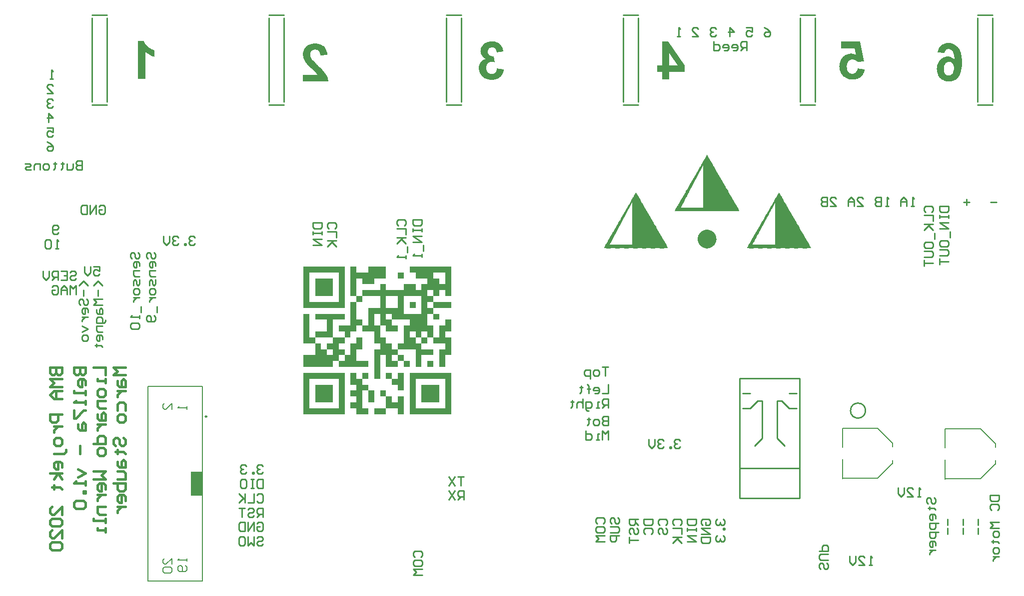
<source format=gbr>
%TF.GenerationSoftware,Altium Limited,Altium NEXUS,2.1.9 (83)*%
G04 Layer_Color=32896*
%FSLAX44Y44*%
%MOMM*%
%TF.FileFunction,Legend,Bot*%
%TF.Part,Single*%
G01*
G75*
%TA.AperFunction,NonConductor*%
%ADD69C,0.2500*%
%ADD72C,0.2000*%
%ADD73C,0.2540*%
%ADD126C,0.4000*%
%ADD127C,0.1500*%
%ADD128R,1.9000X4.1000*%
G36*
X1179726Y738365D02*
Y737916D01*
X1180175D01*
Y737468D01*
Y737020D01*
X1180623D01*
Y736571D01*
X1181071D01*
Y736123D01*
Y735674D01*
Y735226D01*
X1181520D01*
Y734778D01*
X1181968D01*
Y734329D01*
X1182417D01*
Y733881D01*
Y733432D01*
Y732984D01*
X1182865D01*
Y732535D01*
X1183314D01*
Y732087D01*
Y731639D01*
X1183762D01*
Y731190D01*
Y730742D01*
X1184210D01*
Y730293D01*
X1184659D01*
Y729845D01*
X1185107D01*
Y729397D01*
X1184659D01*
Y728948D01*
X1185107D01*
Y728500D01*
X1185556D01*
Y728051D01*
X1186004D01*
Y727603D01*
X1185556D01*
Y727154D01*
X1186004D01*
Y726706D01*
X1186452D01*
Y726258D01*
X1186901D01*
Y725809D01*
Y725361D01*
X1187798D01*
Y724912D01*
X1187349D01*
Y724464D01*
X1187798D01*
Y724016D01*
X1188246D01*
Y723567D01*
X1188695D01*
Y723119D01*
X1188246D01*
Y722670D01*
X1188695D01*
Y722222D01*
X1189143D01*
Y721774D01*
X1189591D01*
Y721325D01*
Y720877D01*
X1190040D01*
Y720428D01*
Y719980D01*
X1190488D01*
Y719531D01*
X1190937D01*
Y719083D01*
Y718635D01*
Y718186D01*
X1191385D01*
Y717738D01*
X1191833D01*
Y717289D01*
X1192282D01*
Y716841D01*
X1191833D01*
Y716393D01*
X1192282D01*
Y715944D01*
X1192730D01*
Y715496D01*
X1193179D01*
Y715047D01*
Y714599D01*
X1193627D01*
Y714151D01*
Y713702D01*
X1194075D01*
Y713254D01*
X1194524D01*
Y712805D01*
X1194972D01*
Y712357D01*
X1194524D01*
Y711908D01*
X1194972D01*
Y711460D01*
X1195421D01*
Y711012D01*
X1195869D01*
Y710563D01*
X1195421D01*
Y710115D01*
X1195869D01*
Y709666D01*
X1196318D01*
Y709218D01*
X1196766D01*
Y708770D01*
Y708321D01*
X1197214D01*
Y707873D01*
Y707424D01*
X1197663D01*
Y706976D01*
X1198111D01*
Y706528D01*
Y706079D01*
Y705631D01*
X1198559D01*
Y705182D01*
X1199008D01*
Y704734D01*
X1199456D01*
Y704286D01*
Y703837D01*
X1199905D01*
Y703389D01*
Y702940D01*
X1200353D01*
Y702492D01*
X1200802D01*
Y702044D01*
Y701595D01*
Y701147D01*
X1201250D01*
Y700698D01*
X1201698D01*
Y700250D01*
X1202147D01*
Y699801D01*
Y699353D01*
Y698905D01*
X1202595D01*
Y698456D01*
X1203044D01*
Y698008D01*
Y697559D01*
Y697111D01*
X1203492D01*
Y696663D01*
X1203941D01*
Y696214D01*
X1204389D01*
Y695766D01*
X1204837D01*
Y695317D01*
X1204389D01*
Y694869D01*
X1204837D01*
Y694420D01*
X1205286D01*
Y693972D01*
X1205734D01*
Y693524D01*
X1205286D01*
Y693075D01*
X1205734D01*
Y692627D01*
X1206182D01*
Y692178D01*
X1206631D01*
Y691730D01*
Y691282D01*
X1207079D01*
Y690833D01*
Y690385D01*
X1207528D01*
Y689936D01*
X1207976D01*
Y689488D01*
Y689040D01*
Y688591D01*
X1208425D01*
Y688143D01*
X1208873D01*
Y687694D01*
X1209321D01*
Y687246D01*
Y686797D01*
Y686349D01*
X1209770D01*
Y685901D01*
X1210218D01*
Y685452D01*
X1210667D01*
Y685004D01*
Y684555D01*
Y684107D01*
X1211115D01*
Y683659D01*
X1211563D01*
Y683210D01*
X1212012D01*
Y682762D01*
X1211563D01*
Y682313D01*
X1212012D01*
Y681865D01*
X1212460D01*
Y681416D01*
X1212909D01*
Y680968D01*
Y680520D01*
Y680071D01*
X1213357D01*
Y679623D01*
X1213805D01*
Y679174D01*
Y678726D01*
X1214702D01*
Y678278D01*
X1214254D01*
Y677829D01*
X1214702D01*
Y677381D01*
X1215151D01*
Y676932D01*
X1215599D01*
Y676484D01*
X1215151D01*
Y676036D01*
X1215599D01*
Y675587D01*
X1216048D01*
Y675139D01*
X1216496D01*
Y674690D01*
Y674242D01*
X1216944D01*
Y673793D01*
Y673345D01*
X1217393D01*
Y672897D01*
X1217841D01*
Y672448D01*
Y672000D01*
Y671552D01*
X1218290D01*
Y671103D01*
X1218738D01*
Y670655D01*
X1219186D01*
Y670206D01*
Y669758D01*
Y669309D01*
X1219635D01*
Y668861D01*
X1220083D01*
Y668413D01*
Y667964D01*
X1220532D01*
Y667516D01*
Y667067D01*
X1220980D01*
Y666619D01*
X1221429D01*
Y666171D01*
X1221877D01*
Y665722D01*
X1221429D01*
Y665274D01*
X1221877D01*
Y664825D01*
X1222325D01*
Y664377D01*
X1222774D01*
Y663929D01*
Y663480D01*
Y663032D01*
X1223222D01*
Y662583D01*
X1223671D01*
Y662135D01*
Y661686D01*
X1224119D01*
Y661238D01*
Y660790D01*
X1224567D01*
Y660341D01*
X1225016D01*
Y659893D01*
Y659444D01*
Y658996D01*
X1225464D01*
Y658548D01*
X1225913D01*
Y658099D01*
X1226361D01*
Y657651D01*
Y657202D01*
X1226809D01*
Y656754D01*
Y656305D01*
X1227258D01*
Y655857D01*
X1227706D01*
Y655409D01*
Y654960D01*
Y654512D01*
X1228155D01*
Y654063D01*
X1228603D01*
Y653615D01*
X1229052D01*
Y653167D01*
Y652718D01*
Y652270D01*
X1229500D01*
Y651821D01*
X1229948D01*
Y651373D01*
Y650925D01*
Y650476D01*
X1230397D01*
Y650028D01*
X1230845D01*
Y649579D01*
X1231293D01*
Y649131D01*
X1231742D01*
Y648682D01*
X1231293D01*
Y648234D01*
X1231742D01*
Y647786D01*
X1232190D01*
Y647337D01*
X1232639D01*
Y646889D01*
X1232190D01*
Y646441D01*
X1232639D01*
Y645992D01*
X1233087D01*
Y645544D01*
X1233536D01*
Y645095D01*
Y644647D01*
X1233984D01*
Y644198D01*
Y643750D01*
X1233536D01*
Y643302D01*
X1233087D01*
Y643750D01*
X1232639D01*
Y643302D01*
X1232190D01*
Y643750D01*
X1231742D01*
Y643302D01*
X1230397D01*
Y643750D01*
X1229948D01*
Y643302D01*
X1229500D01*
Y643750D01*
X1229052D01*
Y643302D01*
X1228603D01*
Y643750D01*
X1228155D01*
Y643302D01*
X1226809D01*
Y643750D01*
X1226361D01*
Y643302D01*
X1225913D01*
Y643750D01*
X1225464D01*
Y643302D01*
X1225016D01*
Y643750D01*
X1224567D01*
Y643302D01*
X1223222D01*
Y643750D01*
X1222774D01*
Y643302D01*
X1222325D01*
Y643750D01*
X1221877D01*
Y643302D01*
X1221429D01*
Y643750D01*
X1220980D01*
Y643302D01*
X1219635D01*
Y643750D01*
X1219186D01*
Y643302D01*
X1218738D01*
Y643750D01*
X1218290D01*
Y643302D01*
X1217841D01*
Y643750D01*
X1217393D01*
Y643302D01*
X1216048D01*
Y643750D01*
X1215599D01*
Y643302D01*
X1215151D01*
Y643750D01*
X1214702D01*
Y643302D01*
X1214254D01*
Y643750D01*
X1213805D01*
Y643302D01*
X1212460D01*
Y643750D01*
X1212012D01*
Y643302D01*
X1211563D01*
Y643750D01*
X1211115D01*
Y643302D01*
X1210667D01*
Y643750D01*
X1210218D01*
Y643302D01*
X1208873D01*
Y643750D01*
X1208425D01*
Y643302D01*
X1207976D01*
Y643750D01*
X1207528D01*
Y643302D01*
X1207079D01*
Y643750D01*
X1206631D01*
Y643302D01*
X1205286D01*
Y643750D01*
X1204837D01*
Y643302D01*
X1204389D01*
Y643750D01*
X1203941D01*
Y643302D01*
X1203492D01*
Y643750D01*
X1203044D01*
Y643302D01*
X1201698D01*
Y643750D01*
X1201250D01*
Y643302D01*
X1200802D01*
Y643750D01*
X1200353D01*
Y643302D01*
X1199905D01*
Y643750D01*
X1199456D01*
Y643302D01*
X1198111D01*
Y643750D01*
X1197663D01*
Y643302D01*
X1197214D01*
Y643750D01*
X1196766D01*
Y643302D01*
X1196318D01*
Y643750D01*
X1195869D01*
Y643302D01*
X1194524D01*
Y643750D01*
X1194075D01*
Y643302D01*
X1193627D01*
Y643750D01*
X1193179D01*
Y643302D01*
X1192730D01*
Y643750D01*
X1192282D01*
Y643302D01*
X1190937D01*
Y643750D01*
X1190488D01*
Y643302D01*
X1190040D01*
Y643750D01*
X1189591D01*
Y643302D01*
X1189143D01*
Y643750D01*
X1188695D01*
Y643302D01*
X1187349D01*
Y643750D01*
X1186901D01*
Y643302D01*
X1186452D01*
Y643750D01*
X1186004D01*
Y643302D01*
X1185556D01*
Y643750D01*
X1185107D01*
Y643302D01*
X1183762D01*
Y643750D01*
X1183314D01*
Y643302D01*
X1182865D01*
Y643750D01*
X1182417D01*
Y643302D01*
X1181968D01*
Y643750D01*
X1181520D01*
Y643302D01*
X1180175D01*
Y643750D01*
X1179726D01*
Y643302D01*
X1179278D01*
Y643750D01*
X1178829D01*
Y643302D01*
X1178381D01*
Y643750D01*
X1177933D01*
Y643302D01*
X1176587D01*
Y643750D01*
X1176139D01*
Y643302D01*
X1175691D01*
Y643750D01*
X1175242D01*
Y643302D01*
X1174794D01*
Y643750D01*
X1174345D01*
Y643302D01*
X1173000D01*
Y643750D01*
X1172552D01*
Y643302D01*
X1172103D01*
Y643750D01*
X1171655D01*
Y643302D01*
X1171206D01*
Y643750D01*
X1170758D01*
Y643302D01*
X1169413D01*
Y643750D01*
X1168964D01*
Y643302D01*
X1168516D01*
Y643750D01*
X1168067D01*
Y643302D01*
X1167619D01*
Y643750D01*
X1167171D01*
Y643302D01*
X1165826D01*
Y643750D01*
X1165377D01*
Y643302D01*
X1164929D01*
Y643750D01*
X1164480D01*
Y643302D01*
X1164032D01*
Y643750D01*
X1163583D01*
Y643302D01*
X1162238D01*
Y643750D01*
X1161790D01*
Y643302D01*
X1161341D01*
Y643750D01*
X1160893D01*
Y643302D01*
X1160445D01*
Y643750D01*
X1159996D01*
Y643302D01*
X1158651D01*
Y643750D01*
X1158203D01*
Y643302D01*
X1157754D01*
Y643750D01*
X1157306D01*
Y643302D01*
X1156857D01*
Y643750D01*
X1156409D01*
Y643302D01*
X1155064D01*
Y643750D01*
X1154615D01*
Y643302D01*
X1154167D01*
Y643750D01*
X1153718D01*
Y643302D01*
X1153270D01*
Y643750D01*
X1152822D01*
Y643302D01*
X1151476D01*
Y643750D01*
X1151028D01*
Y643302D01*
X1150580D01*
Y643750D01*
X1150131D01*
Y643302D01*
X1149683D01*
Y643750D01*
X1149234D01*
Y643302D01*
X1147889D01*
Y643750D01*
X1147441D01*
Y643302D01*
X1146992D01*
Y643750D01*
X1146544D01*
Y643302D01*
X1146095D01*
Y643750D01*
X1145647D01*
Y643302D01*
X1144302D01*
Y643750D01*
X1143853D01*
Y643302D01*
X1143405D01*
Y643750D01*
X1142956D01*
Y643302D01*
X1142508D01*
Y643750D01*
X1142060D01*
Y643302D01*
X1140714D01*
Y643750D01*
X1140266D01*
Y643302D01*
X1139818D01*
Y643750D01*
X1139369D01*
Y643302D01*
X1138921D01*
Y643750D01*
X1138472D01*
Y643302D01*
X1137127D01*
Y643750D01*
X1136679D01*
Y643302D01*
X1136230D01*
Y643750D01*
X1135782D01*
Y643302D01*
X1135333D01*
Y643750D01*
X1134885D01*
Y643302D01*
X1133540D01*
Y643750D01*
X1133092D01*
Y643302D01*
X1132643D01*
Y643750D01*
X1132195D01*
Y643302D01*
X1131746D01*
Y643750D01*
X1131298D01*
Y643302D01*
X1129953D01*
Y643750D01*
X1129504D01*
Y643302D01*
X1129056D01*
Y643750D01*
X1128607D01*
Y643302D01*
X1128159D01*
Y643750D01*
X1127710D01*
Y643302D01*
X1126365D01*
Y643750D01*
X1125917D01*
Y643302D01*
X1125469D01*
Y643750D01*
X1125020D01*
Y643302D01*
X1124572D01*
Y643750D01*
X1124123D01*
Y644198D01*
X1124572D01*
Y644647D01*
X1125020D01*
Y645095D01*
Y645544D01*
X1125469D01*
Y645992D01*
Y646441D01*
X1125917D01*
Y646889D01*
X1126365D01*
Y647337D01*
X1126814D01*
Y647786D01*
X1126365D01*
Y648234D01*
X1126814D01*
Y648682D01*
X1127262D01*
Y649131D01*
X1127710D01*
Y649579D01*
Y650028D01*
X1128159D01*
Y650476D01*
Y650925D01*
X1128607D01*
Y651373D01*
X1129056D01*
Y651821D01*
Y652270D01*
Y652718D01*
X1129504D01*
Y653167D01*
X1129953D01*
Y653615D01*
X1130401D01*
Y654063D01*
Y654512D01*
Y654960D01*
X1130849D01*
Y655409D01*
X1131298D01*
Y655857D01*
Y656305D01*
X1131746D01*
Y656754D01*
Y657202D01*
X1132195D01*
Y657651D01*
X1132643D01*
Y658099D01*
X1133092D01*
Y658548D01*
X1132643D01*
Y658996D01*
X1133092D01*
Y659444D01*
X1133540D01*
Y659893D01*
X1133988D01*
Y660341D01*
X1133540D01*
Y660790D01*
X1133988D01*
Y661238D01*
X1134437D01*
Y661686D01*
X1134885D01*
Y662135D01*
Y662583D01*
X1135333D01*
Y663032D01*
Y663480D01*
X1135782D01*
Y663929D01*
X1136230D01*
Y664377D01*
X1136679D01*
Y664825D01*
X1136230D01*
Y665274D01*
X1136679D01*
Y665722D01*
X1137127D01*
Y666171D01*
X1137576D01*
Y666619D01*
Y667067D01*
X1138024D01*
Y667516D01*
Y667964D01*
X1138472D01*
Y668413D01*
X1138921D01*
Y668861D01*
Y669309D01*
Y669758D01*
X1139369D01*
Y670206D01*
X1139818D01*
Y670655D01*
X1140266D01*
Y671103D01*
X1139818D01*
Y671552D01*
X1140266D01*
Y672000D01*
X1140714D01*
Y672448D01*
X1141163D01*
Y672897D01*
Y673345D01*
X1141611D01*
Y673793D01*
Y674242D01*
X1142060D01*
Y674690D01*
X1142508D01*
Y675139D01*
X1142956D01*
Y675587D01*
X1142508D01*
Y676036D01*
X1142956D01*
Y676484D01*
X1143405D01*
Y676932D01*
X1143853D01*
Y677381D01*
X1143405D01*
Y677829D01*
X1143853D01*
Y678278D01*
X1144302D01*
Y678726D01*
X1144750D01*
Y679174D01*
Y679623D01*
X1145199D01*
Y680071D01*
Y680520D01*
X1145647D01*
Y680968D01*
X1146095D01*
Y681416D01*
Y681865D01*
Y682313D01*
X1146544D01*
Y682762D01*
X1146992D01*
Y683210D01*
X1147441D01*
Y683659D01*
Y684107D01*
X1147889D01*
Y684555D01*
Y685004D01*
X1148337D01*
Y685452D01*
Y685901D01*
X1148786D01*
Y686349D01*
Y686797D01*
X1149234D01*
Y687246D01*
X1149683D01*
Y687694D01*
X1150131D01*
Y688143D01*
X1149683D01*
Y688591D01*
X1150131D01*
Y689040D01*
X1150580D01*
Y689488D01*
X1151028D01*
Y689936D01*
Y690385D01*
Y690833D01*
X1151476D01*
Y691282D01*
X1151925D01*
Y691730D01*
X1152373D01*
Y692178D01*
Y692627D01*
Y693075D01*
X1152822D01*
Y693524D01*
X1153270D01*
Y693972D01*
X1153718D01*
Y694420D01*
X1153270D01*
Y694869D01*
X1153718D01*
Y695317D01*
X1154167D01*
Y695766D01*
X1154615D01*
Y696214D01*
Y696663D01*
X1155064D01*
Y697111D01*
Y697559D01*
X1155512D01*
Y698008D01*
X1155960D01*
Y698456D01*
Y698905D01*
Y699353D01*
X1156409D01*
Y699801D01*
X1156857D01*
Y700250D01*
X1157306D01*
Y700698D01*
Y701147D01*
Y701595D01*
X1157754D01*
Y702044D01*
X1158203D01*
Y702492D01*
Y702940D01*
X1158651D01*
Y703389D01*
Y703837D01*
X1159099D01*
Y704286D01*
X1159548D01*
Y704734D01*
X1159996D01*
Y705182D01*
X1159548D01*
Y705631D01*
X1159996D01*
Y706079D01*
X1160445D01*
Y706528D01*
X1160893D01*
Y706976D01*
X1160445D01*
Y707424D01*
X1160893D01*
Y707873D01*
X1161341D01*
Y708321D01*
X1161790D01*
Y708770D01*
Y709218D01*
X1162238D01*
Y709666D01*
Y710115D01*
X1162687D01*
Y710563D01*
X1163135D01*
Y711012D01*
X1163583D01*
Y711460D01*
X1163135D01*
Y711908D01*
X1163583D01*
Y712357D01*
X1164032D01*
Y712805D01*
X1164480D01*
Y713254D01*
Y713702D01*
X1164929D01*
Y714151D01*
Y714599D01*
X1165377D01*
Y715047D01*
X1165826D01*
Y715496D01*
Y715944D01*
Y716393D01*
X1166274D01*
Y716841D01*
X1166722D01*
Y717289D01*
X1167171D01*
Y717738D01*
Y718186D01*
Y718635D01*
X1167619D01*
Y719083D01*
X1168067D01*
Y719531D01*
Y719980D01*
X1168516D01*
Y720428D01*
Y720877D01*
X1168964D01*
Y721325D01*
Y721774D01*
X1169861D01*
Y722222D01*
X1169413D01*
Y722670D01*
X1169861D01*
Y723119D01*
X1170310D01*
Y723567D01*
X1170758D01*
Y724016D01*
Y724464D01*
Y724912D01*
X1171206D01*
Y725361D01*
X1171655D01*
Y725809D01*
Y726258D01*
X1172103D01*
Y726706D01*
Y727154D01*
X1172552D01*
Y727603D01*
X1173000D01*
Y728051D01*
Y728500D01*
Y728948D01*
X1173448D01*
Y729397D01*
X1173897D01*
Y729845D01*
X1174345D01*
Y730293D01*
Y730742D01*
X1174794D01*
Y731190D01*
Y731639D01*
X1175242D01*
Y732087D01*
Y732535D01*
X1175691D01*
Y732984D01*
Y733432D01*
X1176139D01*
Y733881D01*
X1176587D01*
Y734329D01*
X1177036D01*
Y734778D01*
Y735226D01*
Y735674D01*
X1177484D01*
Y736123D01*
X1177933D01*
Y736571D01*
Y737020D01*
Y737468D01*
X1178381D01*
Y737916D01*
X1178829D01*
Y738365D01*
Y738813D01*
X1179726D01*
Y738365D01*
D02*
G37*
G36*
X1181968Y611464D02*
X1183314D01*
Y611016D01*
X1183762D01*
Y611464D01*
X1184210D01*
Y611016D01*
X1184659D01*
Y610568D01*
X1186004D01*
Y610119D01*
X1187349D01*
Y609671D01*
X1187798D01*
Y609222D01*
X1188246D01*
Y608774D01*
X1189591D01*
Y608326D01*
Y607877D01*
X1190488D01*
Y607429D01*
Y606980D01*
X1191385D01*
Y606532D01*
Y606083D01*
X1191833D01*
Y605635D01*
Y605187D01*
X1192282D01*
Y604738D01*
X1192730D01*
Y604290D01*
X1193179D01*
Y603841D01*
Y603393D01*
X1193627D01*
Y602944D01*
Y602496D01*
X1194075D01*
Y602048D01*
Y601599D01*
Y601151D01*
X1194524D01*
Y600703D01*
Y600254D01*
Y599806D01*
X1194972D01*
Y599357D01*
Y598909D01*
Y598460D01*
Y598012D01*
Y597564D01*
Y597115D01*
Y596667D01*
X1195421D01*
Y596218D01*
X1194972D01*
Y595770D01*
X1195421D01*
Y595322D01*
X1194972D01*
Y594873D01*
X1195421D01*
Y594425D01*
X1194972D01*
Y593976D01*
Y593528D01*
Y593079D01*
X1194524D01*
Y592631D01*
X1194972D01*
Y592183D01*
X1194524D01*
Y591734D01*
Y591286D01*
Y590838D01*
X1194075D01*
Y590389D01*
Y589941D01*
Y589492D01*
X1193627D01*
Y589044D01*
X1193179D01*
Y588595D01*
Y588147D01*
Y587699D01*
X1192730D01*
Y587250D01*
X1192282D01*
Y586802D01*
X1191833D01*
Y586353D01*
Y585905D01*
X1190937D01*
Y585457D01*
X1191385D01*
Y585008D01*
X1190040D01*
Y584560D01*
X1190488D01*
Y584111D01*
X1189143D01*
Y583663D01*
X1188695D01*
Y583214D01*
X1188246D01*
Y582766D01*
X1187798D01*
Y582318D01*
X1186452D01*
Y581869D01*
X1186004D01*
Y581421D01*
X1184659D01*
Y580972D01*
X1183314D01*
Y580524D01*
X1181071D01*
Y580076D01*
X1180623D01*
Y580524D01*
X1180175D01*
Y580076D01*
X1179726D01*
Y580524D01*
X1179278D01*
Y580076D01*
X1178829D01*
Y580524D01*
X1178381D01*
Y580076D01*
X1177933D01*
Y580524D01*
X1177484D01*
Y580076D01*
X1177036D01*
Y580524D01*
X1174794D01*
Y580972D01*
X1174345D01*
Y581421D01*
X1173897D01*
Y580972D01*
X1173448D01*
Y581421D01*
X1172103D01*
Y581869D01*
X1171655D01*
Y582318D01*
X1171206D01*
Y582766D01*
X1170758D01*
Y583214D01*
X1169413D01*
Y583663D01*
X1168964D01*
Y584111D01*
X1168516D01*
Y584560D01*
X1168067D01*
Y585008D01*
X1167619D01*
Y585457D01*
X1167171D01*
Y585905D01*
X1166722D01*
Y586353D01*
X1166274D01*
Y586802D01*
X1165826D01*
Y587250D01*
X1166274D01*
Y587699D01*
X1165826D01*
Y588147D01*
X1165377D01*
Y588595D01*
X1164929D01*
Y589044D01*
Y589492D01*
Y589941D01*
X1164480D01*
Y590389D01*
X1164032D01*
Y590838D01*
X1164480D01*
Y591286D01*
X1164032D01*
Y591734D01*
Y592183D01*
Y592631D01*
X1163583D01*
Y593079D01*
Y593528D01*
Y593976D01*
X1163135D01*
Y594425D01*
X1163583D01*
Y594873D01*
X1163135D01*
Y595322D01*
X1163583D01*
Y595770D01*
X1163135D01*
Y596218D01*
X1163583D01*
Y596667D01*
X1163135D01*
Y597115D01*
X1163583D01*
Y597564D01*
X1163135D01*
Y598012D01*
X1163583D01*
Y598460D01*
Y598909D01*
Y599357D01*
Y599806D01*
X1164032D01*
Y600254D01*
Y600703D01*
X1164480D01*
Y601151D01*
X1164032D01*
Y601599D01*
X1164480D01*
Y602048D01*
Y602496D01*
X1164929D01*
Y602944D01*
Y603393D01*
X1165377D01*
Y603841D01*
X1165826D01*
Y604290D01*
Y604738D01*
Y605187D01*
X1166274D01*
Y605635D01*
X1166722D01*
Y606083D01*
X1167171D01*
Y606532D01*
X1167619D01*
Y606980D01*
X1168067D01*
Y607429D01*
X1168516D01*
Y607877D01*
X1168964D01*
Y608326D01*
X1169413D01*
Y608774D01*
X1169861D01*
Y609222D01*
X1170310D01*
Y609671D01*
X1171655D01*
Y610119D01*
X1172103D01*
Y610568D01*
X1173448D01*
Y611016D01*
X1174794D01*
Y611464D01*
X1176139D01*
Y611913D01*
X1176587D01*
Y611464D01*
X1177036D01*
Y611913D01*
X1177484D01*
Y611464D01*
X1177933D01*
Y611913D01*
X1180175D01*
Y611464D01*
X1180623D01*
Y611913D01*
X1181071D01*
Y611464D01*
X1181520D01*
Y611913D01*
X1181968D01*
Y611464D01*
D02*
G37*
G36*
X1301694Y674690D02*
Y674242D01*
X1302142D01*
Y673793D01*
Y673345D01*
X1302591D01*
Y672897D01*
X1303039D01*
Y672448D01*
X1303488D01*
Y672000D01*
X1303039D01*
Y671552D01*
X1303488D01*
Y671103D01*
X1303936D01*
Y670655D01*
X1304385D01*
Y670206D01*
X1303936D01*
Y669758D01*
X1304385D01*
Y669309D01*
X1304833D01*
Y668861D01*
X1305281D01*
Y668413D01*
Y667964D01*
X1306178D01*
Y667516D01*
X1305730D01*
Y667067D01*
X1306178D01*
Y666619D01*
X1306627D01*
Y666171D01*
Y665722D01*
Y665274D01*
X1307075D01*
Y664825D01*
X1307523D01*
Y664377D01*
X1307972D01*
Y663929D01*
Y663480D01*
X1308420D01*
Y663032D01*
Y662583D01*
X1308869D01*
Y662135D01*
Y661686D01*
X1309317D01*
Y661238D01*
Y660790D01*
X1309765D01*
Y660341D01*
X1310214D01*
Y659893D01*
X1310662D01*
Y659444D01*
X1310214D01*
Y658996D01*
X1310662D01*
Y658548D01*
X1311111D01*
Y658099D01*
X1311559D01*
Y657651D01*
Y657202D01*
X1312008D01*
Y656754D01*
Y656305D01*
X1312456D01*
Y655857D01*
Y655409D01*
X1313353D01*
Y654960D01*
X1312904D01*
Y654512D01*
X1313353D01*
Y654063D01*
X1313801D01*
Y653615D01*
X1314250D01*
Y653167D01*
X1313801D01*
Y652718D01*
X1314250D01*
Y652270D01*
X1314698D01*
Y651821D01*
X1315146D01*
Y651373D01*
Y650925D01*
X1315595D01*
Y650476D01*
Y650028D01*
X1316043D01*
Y649579D01*
X1316492D01*
Y649131D01*
Y648682D01*
Y648234D01*
X1316940D01*
Y647786D01*
X1317388D01*
Y647337D01*
X1317837D01*
Y646889D01*
Y646441D01*
Y645992D01*
X1318285D01*
Y645544D01*
X1318734D01*
Y645095D01*
Y644647D01*
X1319182D01*
Y644198D01*
Y643750D01*
X1319631D01*
Y643302D01*
X1320079D01*
Y642853D01*
X1320527D01*
Y642405D01*
X1320079D01*
Y641956D01*
X1320527D01*
Y641508D01*
X1320976D01*
Y641059D01*
X1321424D01*
Y640611D01*
Y640163D01*
Y639714D01*
X1321873D01*
Y639266D01*
X1322321D01*
Y638817D01*
Y638369D01*
X1322769D01*
Y637921D01*
Y637472D01*
X1323218D01*
Y637024D01*
X1323666D01*
Y636575D01*
Y636127D01*
Y635679D01*
X1324115D01*
Y635230D01*
X1324563D01*
Y634782D01*
X1325011D01*
Y634333D01*
Y633885D01*
X1325460D01*
Y633437D01*
Y632988D01*
X1325908D01*
Y632540D01*
X1326357D01*
Y632091D01*
Y631643D01*
Y631194D01*
X1326805D01*
Y630746D01*
X1327254D01*
Y630298D01*
X1327702D01*
Y629849D01*
Y629401D01*
Y628952D01*
X1328150D01*
Y628504D01*
X1328599D01*
Y628056D01*
Y627607D01*
X1329047D01*
Y627159D01*
Y626710D01*
X1329496D01*
Y626262D01*
X1329944D01*
Y625813D01*
Y625365D01*
Y624917D01*
X1330392D01*
Y624468D01*
X1330841D01*
Y624020D01*
X1331289D01*
Y623572D01*
X1330841D01*
Y623123D01*
X1331289D01*
Y622675D01*
X1331738D01*
Y622226D01*
X1332186D01*
Y621778D01*
Y621329D01*
X1332634D01*
Y620881D01*
Y620433D01*
X1333083D01*
Y619984D01*
X1333531D01*
Y619536D01*
X1333980D01*
Y619087D01*
X1333531D01*
Y618639D01*
X1333980D01*
Y618190D01*
X1334428D01*
Y617742D01*
X1334877D01*
Y617294D01*
Y616845D01*
X1335325D01*
Y616397D01*
Y615948D01*
X1335773D01*
Y615500D01*
X1336222D01*
Y615052D01*
Y614603D01*
Y614155D01*
X1336670D01*
Y613706D01*
X1337119D01*
Y613258D01*
X1337567D01*
Y612810D01*
X1337119D01*
Y612361D01*
X1337567D01*
Y611913D01*
X1338015D01*
Y611464D01*
X1338464D01*
Y611016D01*
X1338015D01*
Y610568D01*
X1338912D01*
Y610119D01*
Y609671D01*
X1339361D01*
Y609222D01*
Y608774D01*
X1340258D01*
Y608326D01*
X1339809D01*
Y607877D01*
X1340258D01*
Y607429D01*
X1340706D01*
Y606980D01*
X1341154D01*
Y606532D01*
X1340706D01*
Y606083D01*
X1341154D01*
Y605635D01*
X1341603D01*
Y605187D01*
X1342051D01*
Y604738D01*
Y604290D01*
X1342500D01*
Y603841D01*
Y603393D01*
X1342948D01*
Y602944D01*
X1343396D01*
Y602496D01*
Y602048D01*
Y601599D01*
X1343845D01*
Y601151D01*
X1344293D01*
Y600703D01*
X1344742D01*
Y600254D01*
Y599806D01*
X1345190D01*
Y599357D01*
Y598909D01*
X1345638D01*
Y598460D01*
Y598012D01*
X1346087D01*
Y597564D01*
Y597115D01*
X1346535D01*
Y596667D01*
X1346984D01*
Y596218D01*
X1347432D01*
Y595770D01*
X1346984D01*
Y595322D01*
X1347432D01*
Y594873D01*
X1347881D01*
Y594425D01*
X1348329D01*
Y593976D01*
Y593528D01*
Y593079D01*
X1348777D01*
Y592631D01*
X1349226D01*
Y592183D01*
Y591734D01*
X1349674D01*
Y591286D01*
Y590838D01*
X1350123D01*
Y590389D01*
X1350571D01*
Y589941D01*
X1351019D01*
Y589492D01*
X1350571D01*
Y589044D01*
X1351019D01*
Y588595D01*
X1351468D01*
Y588147D01*
X1351916D01*
Y587699D01*
Y587250D01*
X1352365D01*
Y586802D01*
Y586353D01*
X1352813D01*
Y585905D01*
X1353261D01*
Y585457D01*
Y585008D01*
Y584560D01*
X1353710D01*
Y584111D01*
X1354158D01*
Y583663D01*
X1354607D01*
Y583214D01*
Y582766D01*
Y582318D01*
X1355055D01*
Y581869D01*
X1355504D01*
Y581421D01*
Y580972D01*
X1355952D01*
Y580524D01*
Y580076D01*
X1355504D01*
Y580524D01*
X1355055D01*
Y580076D01*
X1354607D01*
Y580524D01*
X1354158D01*
Y580076D01*
X1353710D01*
Y580524D01*
X1353261D01*
Y580076D01*
X1352813D01*
Y580524D01*
X1352365D01*
Y580076D01*
X1351916D01*
Y580524D01*
X1351468D01*
Y580076D01*
X1351019D01*
Y580524D01*
X1350571D01*
Y580076D01*
X1350123D01*
Y580524D01*
X1349674D01*
Y580076D01*
X1349226D01*
Y580524D01*
X1348777D01*
Y580076D01*
X1348329D01*
Y580524D01*
X1347881D01*
Y580076D01*
X1347432D01*
Y580524D01*
X1346984D01*
Y580076D01*
X1346535D01*
Y580524D01*
X1346087D01*
Y580076D01*
X1345638D01*
Y580524D01*
X1345190D01*
Y580076D01*
X1344742D01*
Y580524D01*
X1344293D01*
Y580076D01*
X1343845D01*
Y580524D01*
X1343396D01*
Y580076D01*
X1342948D01*
Y580524D01*
X1342500D01*
Y580076D01*
X1342051D01*
Y580524D01*
X1341603D01*
Y580076D01*
X1341154D01*
Y580524D01*
X1340706D01*
Y580076D01*
X1340258D01*
Y580524D01*
X1339809D01*
Y580076D01*
X1339361D01*
Y580524D01*
X1338912D01*
Y580076D01*
X1338464D01*
Y580524D01*
X1338015D01*
Y580076D01*
X1337567D01*
Y580524D01*
X1337119D01*
Y580076D01*
X1336670D01*
Y580524D01*
X1336222D01*
Y580076D01*
X1335773D01*
Y580524D01*
X1335325D01*
Y580076D01*
X1334877D01*
Y580524D01*
X1334428D01*
Y580076D01*
X1333980D01*
Y580524D01*
X1333531D01*
Y580076D01*
X1333083D01*
Y580524D01*
X1332634D01*
Y580076D01*
X1332186D01*
Y580524D01*
X1331738D01*
Y580076D01*
X1331289D01*
Y580524D01*
X1330841D01*
Y580076D01*
X1330392D01*
Y580524D01*
X1329944D01*
Y580076D01*
X1329496D01*
Y580524D01*
X1329047D01*
Y580076D01*
X1328599D01*
Y580524D01*
X1328150D01*
Y580076D01*
X1327702D01*
Y580524D01*
X1327254D01*
Y580076D01*
X1326805D01*
Y580524D01*
X1326357D01*
Y580076D01*
X1325908D01*
Y580524D01*
X1325460D01*
Y580076D01*
X1325011D01*
Y580524D01*
X1324563D01*
Y580076D01*
X1324115D01*
Y580524D01*
X1323666D01*
Y580076D01*
X1323218D01*
Y580524D01*
X1322769D01*
Y580076D01*
X1322321D01*
Y580524D01*
X1321873D01*
Y580076D01*
X1321424D01*
Y580524D01*
X1320976D01*
Y580076D01*
X1320527D01*
Y580524D01*
X1320079D01*
Y580076D01*
X1319631D01*
Y580524D01*
X1319182D01*
Y580076D01*
X1318734D01*
Y580524D01*
X1318285D01*
Y580076D01*
X1317837D01*
Y580524D01*
X1317388D01*
Y580076D01*
X1316940D01*
Y580524D01*
X1316492D01*
Y580076D01*
X1316043D01*
Y580524D01*
X1315595D01*
Y580076D01*
X1315146D01*
Y580524D01*
X1314698D01*
Y580076D01*
X1314250D01*
Y580524D01*
X1313801D01*
Y580076D01*
X1313353D01*
Y580524D01*
X1312904D01*
Y580076D01*
X1312456D01*
Y580524D01*
X1312008D01*
Y580076D01*
X1311559D01*
Y580524D01*
X1311111D01*
Y580076D01*
X1310662D01*
Y580524D01*
X1310214D01*
Y580076D01*
X1309765D01*
Y580524D01*
X1309317D01*
Y580076D01*
X1308869D01*
Y580524D01*
X1308420D01*
Y580076D01*
X1307972D01*
Y580524D01*
X1307523D01*
Y580076D01*
X1307075D01*
Y580524D01*
X1306627D01*
Y580076D01*
X1306178D01*
Y580524D01*
X1305730D01*
Y580076D01*
X1305281D01*
Y580524D01*
X1304833D01*
Y580076D01*
X1304385D01*
Y580524D01*
X1303936D01*
Y580076D01*
X1303488D01*
Y580524D01*
X1303039D01*
Y580076D01*
X1302591D01*
Y580524D01*
X1302142D01*
Y580076D01*
X1301694D01*
Y580524D01*
X1301246D01*
Y580076D01*
X1300797D01*
Y580524D01*
X1300349D01*
Y580076D01*
X1299901D01*
Y580524D01*
X1299452D01*
Y580076D01*
X1299004D01*
Y580524D01*
X1298555D01*
Y580076D01*
X1298107D01*
Y580524D01*
X1297658D01*
Y580076D01*
X1297210D01*
Y580524D01*
X1296762D01*
Y580076D01*
X1296313D01*
Y580524D01*
X1295865D01*
Y580076D01*
X1295416D01*
Y580524D01*
X1294968D01*
Y580076D01*
X1294520D01*
Y580524D01*
X1294071D01*
Y580076D01*
X1293623D01*
Y580524D01*
X1293174D01*
Y580076D01*
X1292726D01*
Y580524D01*
X1292278D01*
Y580076D01*
X1291829D01*
Y580524D01*
X1291381D01*
Y580076D01*
X1290932D01*
Y580524D01*
X1290484D01*
Y580076D01*
X1290035D01*
Y580524D01*
X1289587D01*
Y580076D01*
X1289139D01*
Y580524D01*
X1288690D01*
Y580076D01*
X1288242D01*
Y580524D01*
X1287793D01*
Y580076D01*
X1287345D01*
Y580524D01*
X1286897D01*
Y580076D01*
X1286448D01*
Y580524D01*
X1286000D01*
Y580076D01*
X1285551D01*
Y580524D01*
X1285103D01*
Y580076D01*
X1284655D01*
Y580524D01*
X1284206D01*
Y580076D01*
X1283758D01*
Y580524D01*
X1283309D01*
Y580076D01*
X1282861D01*
Y580524D01*
X1282412D01*
Y580076D01*
X1281964D01*
Y580524D01*
X1281516D01*
Y580076D01*
X1281067D01*
Y580524D01*
X1280619D01*
Y580076D01*
X1280170D01*
Y580524D01*
X1279722D01*
Y580076D01*
X1279274D01*
Y580524D01*
X1278825D01*
Y580076D01*
X1278377D01*
Y580524D01*
X1277928D01*
Y580076D01*
X1277480D01*
Y580524D01*
X1277031D01*
Y580076D01*
X1276583D01*
Y580524D01*
X1276135D01*
Y580076D01*
X1275686D01*
Y580524D01*
X1275238D01*
Y580076D01*
X1274789D01*
Y580524D01*
X1274341D01*
Y580076D01*
X1273893D01*
Y580524D01*
X1273444D01*
Y580076D01*
X1272996D01*
Y580524D01*
X1272547D01*
Y580076D01*
X1272099D01*
Y580524D01*
X1271651D01*
Y580076D01*
X1271202D01*
Y580524D01*
X1270754D01*
Y580076D01*
X1270305D01*
Y580524D01*
X1269857D01*
Y580076D01*
X1269408D01*
Y580524D01*
X1268960D01*
Y580076D01*
X1268512D01*
Y580524D01*
X1268063D01*
Y580076D01*
X1267615D01*
Y580524D01*
X1267167D01*
Y580076D01*
X1266718D01*
Y580524D01*
X1266270D01*
Y580076D01*
X1265821D01*
Y580524D01*
X1265373D01*
Y580076D01*
X1264924D01*
Y580524D01*
X1264476D01*
Y580076D01*
X1264028D01*
Y580524D01*
X1263579D01*
Y580076D01*
X1263131D01*
Y580524D01*
X1262682D01*
Y580076D01*
X1262234D01*
Y580524D01*
X1261786D01*
Y580076D01*
X1261337D01*
Y580524D01*
X1260889D01*
Y580076D01*
X1260440D01*
Y580524D01*
X1259992D01*
Y580076D01*
X1259544D01*
Y580524D01*
X1259095D01*
Y580076D01*
X1258647D01*
Y580524D01*
X1258198D01*
Y580076D01*
X1257750D01*
Y580524D01*
X1257301D01*
Y580076D01*
X1256853D01*
Y580524D01*
X1256405D01*
Y580076D01*
X1255956D01*
Y580524D01*
X1255508D01*
Y580076D01*
X1255059D01*
Y580524D01*
X1254611D01*
Y580076D01*
X1254163D01*
Y580524D01*
X1253714D01*
Y580076D01*
X1253266D01*
Y580524D01*
X1252817D01*
Y580076D01*
X1252369D01*
Y580524D01*
X1251920D01*
Y580076D01*
X1251472D01*
Y580524D01*
X1251024D01*
Y580076D01*
X1250575D01*
Y580524D01*
X1250127D01*
Y580076D01*
X1249678D01*
Y580524D01*
X1249230D01*
Y580076D01*
X1248782D01*
Y580524D01*
X1248333D01*
Y580076D01*
X1247885D01*
Y580524D01*
X1247436D01*
Y580076D01*
X1246988D01*
Y580524D01*
X1246540D01*
Y580972D01*
X1246988D01*
Y581421D01*
Y581869D01*
X1247436D01*
Y582318D01*
Y582766D01*
X1247885D01*
Y583214D01*
X1248333D01*
Y583663D01*
X1248782D01*
Y584111D01*
Y584560D01*
Y585008D01*
X1249230D01*
Y585457D01*
X1249678D01*
Y585905D01*
Y586353D01*
Y586802D01*
X1250127D01*
Y587250D01*
X1250575D01*
Y587699D01*
Y588147D01*
X1251024D01*
Y588595D01*
Y589044D01*
X1251472D01*
Y589492D01*
X1251920D01*
Y589941D01*
X1252369D01*
Y590389D01*
X1251920D01*
Y590838D01*
X1252369D01*
Y591286D01*
X1252817D01*
Y591734D01*
X1253266D01*
Y592183D01*
Y592631D01*
X1253714D01*
Y593079D01*
Y593528D01*
X1254163D01*
Y593976D01*
X1254611D01*
Y594425D01*
Y594873D01*
Y595322D01*
X1255059D01*
Y595770D01*
X1255508D01*
Y596218D01*
X1255956D01*
Y596667D01*
Y597115D01*
Y597564D01*
X1256405D01*
Y598012D01*
X1256853D01*
Y598460D01*
X1257301D01*
Y598909D01*
Y599357D01*
Y599806D01*
X1257750D01*
Y600254D01*
X1258198D01*
Y600703D01*
X1258647D01*
Y601151D01*
X1258198D01*
Y601599D01*
X1258647D01*
Y602048D01*
X1259095D01*
Y602496D01*
X1259544D01*
Y602944D01*
X1259095D01*
Y603393D01*
X1259544D01*
Y603841D01*
X1259992D01*
Y604290D01*
X1260440D01*
Y604738D01*
Y605187D01*
X1261337D01*
Y605635D01*
X1260889D01*
Y606083D01*
X1261337D01*
Y606532D01*
X1261786D01*
Y606980D01*
X1262234D01*
Y607429D01*
X1261786D01*
Y607877D01*
X1262234D01*
Y608326D01*
X1262682D01*
Y608774D01*
X1263131D01*
Y609222D01*
Y609671D01*
X1263579D01*
Y610119D01*
Y610568D01*
X1264028D01*
Y611016D01*
X1264476D01*
Y611464D01*
Y611913D01*
Y612361D01*
X1264924D01*
Y612810D01*
X1265373D01*
Y613258D01*
X1265821D01*
Y613706D01*
Y614155D01*
Y614603D01*
X1266270D01*
Y615052D01*
X1266718D01*
Y615500D01*
Y615948D01*
X1267167D01*
Y616397D01*
Y616845D01*
X1267615D01*
Y617294D01*
X1268063D01*
Y617742D01*
X1268512D01*
Y618190D01*
X1268063D01*
Y618639D01*
X1268512D01*
Y619087D01*
X1268960D01*
Y619536D01*
X1269408D01*
Y619984D01*
Y620433D01*
Y620881D01*
X1269857D01*
Y621329D01*
X1270305D01*
Y621778D01*
Y622226D01*
X1270754D01*
Y622675D01*
Y623123D01*
X1271202D01*
Y623572D01*
X1271651D01*
Y624020D01*
Y624468D01*
Y624917D01*
X1272099D01*
Y625365D01*
X1272547D01*
Y625813D01*
X1272996D01*
Y626262D01*
Y626710D01*
X1273444D01*
Y627159D01*
Y627607D01*
X1273893D01*
Y628056D01*
X1274341D01*
Y628504D01*
Y628952D01*
Y629401D01*
X1274789D01*
Y629849D01*
X1275238D01*
Y630298D01*
X1275686D01*
Y630746D01*
Y631194D01*
Y631643D01*
X1276135D01*
Y632091D01*
X1276583D01*
Y632540D01*
Y632988D01*
X1277031D01*
Y633437D01*
Y633885D01*
X1277480D01*
Y634333D01*
X1277928D01*
Y634782D01*
X1278377D01*
Y635230D01*
X1277928D01*
Y635679D01*
X1278377D01*
Y636127D01*
X1278825D01*
Y636575D01*
X1279274D01*
Y637024D01*
X1278825D01*
Y637472D01*
X1279274D01*
Y637921D01*
X1279722D01*
Y638369D01*
X1280170D01*
Y638817D01*
Y639266D01*
X1281067D01*
Y639714D01*
X1280619D01*
Y640163D01*
X1281067D01*
Y640611D01*
X1281516D01*
Y641059D01*
Y641508D01*
Y641956D01*
X1281964D01*
Y642405D01*
X1282412D01*
Y642853D01*
X1282861D01*
Y643302D01*
Y643750D01*
X1283309D01*
Y644198D01*
Y644647D01*
X1283758D01*
Y645095D01*
X1284206D01*
Y645544D01*
Y645992D01*
Y646441D01*
X1284655D01*
Y646889D01*
X1285103D01*
Y647337D01*
X1285551D01*
Y647786D01*
X1285103D01*
Y648234D01*
X1285551D01*
Y648682D01*
X1286000D01*
Y649131D01*
X1286448D01*
Y649579D01*
Y650028D01*
X1286897D01*
Y650476D01*
Y650925D01*
X1287345D01*
Y651373D01*
Y651821D01*
X1288242D01*
Y652270D01*
X1287793D01*
Y652718D01*
X1288242D01*
Y653167D01*
X1288690D01*
Y653615D01*
X1289139D01*
Y654063D01*
X1288690D01*
Y654512D01*
X1289139D01*
Y654960D01*
X1289587D01*
Y655409D01*
X1290035D01*
Y655857D01*
Y656305D01*
X1290484D01*
Y656754D01*
Y657202D01*
X1290932D01*
Y657651D01*
X1291381D01*
Y658099D01*
Y658548D01*
Y658996D01*
X1291829D01*
Y659444D01*
X1292278D01*
Y659893D01*
X1292726D01*
Y660341D01*
Y660790D01*
Y661238D01*
X1293174D01*
Y661686D01*
X1293623D01*
Y662135D01*
Y662583D01*
X1294071D01*
Y663032D01*
Y663480D01*
X1294520D01*
Y663929D01*
X1294968D01*
Y664377D01*
X1295416D01*
Y664825D01*
X1294968D01*
Y665274D01*
X1295416D01*
Y665722D01*
X1295865D01*
Y666171D01*
X1296313D01*
Y666619D01*
Y667067D01*
Y667516D01*
X1296762D01*
Y667964D01*
X1297210D01*
Y668413D01*
Y668861D01*
X1297658D01*
Y669309D01*
Y669758D01*
X1298107D01*
Y670206D01*
X1298555D01*
Y670655D01*
Y671103D01*
Y671552D01*
X1299004D01*
Y672000D01*
X1299452D01*
Y672448D01*
X1299901D01*
Y672897D01*
Y673345D01*
X1300349D01*
Y673793D01*
Y674242D01*
X1300797D01*
Y674690D01*
X1301246D01*
Y675139D01*
X1301694D01*
Y674690D01*
D02*
G37*
G36*
X1059104D02*
Y674242D01*
X1059552D01*
Y673793D01*
X1060000D01*
Y673345D01*
X1060449D01*
Y672897D01*
Y672448D01*
Y672000D01*
X1060897D01*
Y671552D01*
X1061346D01*
Y671103D01*
X1061794D01*
Y670655D01*
Y670206D01*
Y669758D01*
X1062243D01*
Y669309D01*
X1062691D01*
Y668861D01*
X1063139D01*
Y668413D01*
X1062691D01*
Y667964D01*
X1063139D01*
Y667516D01*
X1063588D01*
Y667067D01*
X1064036D01*
Y666619D01*
X1063588D01*
Y666171D01*
X1064036D01*
Y665722D01*
X1064484D01*
Y665274D01*
X1064933D01*
Y664825D01*
Y664377D01*
X1065830D01*
Y663929D01*
X1065381D01*
Y663480D01*
X1065830D01*
Y663032D01*
X1066278D01*
Y662583D01*
X1066727D01*
Y662135D01*
X1066278D01*
Y661686D01*
X1066727D01*
Y661238D01*
X1067175D01*
Y660790D01*
X1067623D01*
Y660341D01*
Y659893D01*
X1068072D01*
Y659444D01*
Y658996D01*
X1068520D01*
Y658548D01*
X1068969D01*
Y658099D01*
Y657651D01*
Y657202D01*
X1069417D01*
Y656754D01*
X1069865D01*
Y656305D01*
X1070314D01*
Y655857D01*
Y655409D01*
Y654960D01*
X1070762D01*
Y654512D01*
X1071211D01*
Y654063D01*
Y653615D01*
X1071659D01*
Y653167D01*
Y652718D01*
X1072107D01*
Y652270D01*
X1072556D01*
Y651821D01*
X1073004D01*
Y651373D01*
X1072556D01*
Y650925D01*
X1073004D01*
Y650476D01*
X1073453D01*
Y650028D01*
X1073901D01*
Y649579D01*
Y649131D01*
Y648682D01*
X1074350D01*
Y648234D01*
X1074798D01*
Y647786D01*
Y647337D01*
X1075246D01*
Y646889D01*
Y646441D01*
X1075695D01*
Y645992D01*
X1076143D01*
Y645544D01*
Y645095D01*
Y644647D01*
X1076592D01*
Y644198D01*
X1077040D01*
Y643750D01*
X1077488D01*
Y643302D01*
Y642853D01*
X1077937D01*
Y642405D01*
Y641956D01*
X1078385D01*
Y641508D01*
X1078834D01*
Y641059D01*
Y640611D01*
Y640163D01*
X1079282D01*
Y639714D01*
X1079731D01*
Y639266D01*
X1080179D01*
Y638817D01*
Y638369D01*
Y637921D01*
X1080627D01*
Y637472D01*
X1081076D01*
Y637024D01*
Y636575D01*
Y636127D01*
X1081524D01*
Y635679D01*
X1081973D01*
Y635230D01*
X1082421D01*
Y634782D01*
X1082869D01*
Y634333D01*
X1082421D01*
Y633885D01*
X1082869D01*
Y633437D01*
X1083318D01*
Y632988D01*
X1083766D01*
Y632540D01*
X1083318D01*
Y632091D01*
X1083766D01*
Y631643D01*
X1084215D01*
Y631194D01*
X1084663D01*
Y630746D01*
Y630298D01*
X1085111D01*
Y629849D01*
Y629401D01*
X1085560D01*
Y628952D01*
X1086008D01*
Y628504D01*
X1086457D01*
Y628056D01*
X1086008D01*
Y627607D01*
X1086457D01*
Y627159D01*
X1086905D01*
Y626710D01*
X1087354D01*
Y626262D01*
Y625813D01*
Y625365D01*
X1087802D01*
Y624917D01*
X1088250D01*
Y624468D01*
X1088699D01*
Y624020D01*
Y623572D01*
Y623123D01*
X1089147D01*
Y622675D01*
X1089596D01*
Y622226D01*
X1090044D01*
Y621778D01*
X1089596D01*
Y621329D01*
X1090044D01*
Y620881D01*
X1090492D01*
Y620433D01*
X1090941D01*
Y619984D01*
Y619536D01*
X1091389D01*
Y619087D01*
Y618639D01*
X1091838D01*
Y618190D01*
Y617742D01*
X1092734D01*
Y617294D01*
X1092286D01*
Y616845D01*
X1092734D01*
Y616397D01*
X1093183D01*
Y615948D01*
X1093631D01*
Y615500D01*
X1093183D01*
Y615052D01*
X1093631D01*
Y614603D01*
X1094080D01*
Y614155D01*
X1094528D01*
Y613706D01*
Y613258D01*
X1094977D01*
Y612810D01*
Y612361D01*
X1095425D01*
Y611913D01*
X1095873D01*
Y611464D01*
Y611016D01*
Y610568D01*
X1096322D01*
Y610119D01*
X1096770D01*
Y609671D01*
X1097219D01*
Y609222D01*
Y608774D01*
Y608326D01*
X1097667D01*
Y607877D01*
X1098115D01*
Y607429D01*
Y606980D01*
X1098564D01*
Y606532D01*
Y606083D01*
X1099012D01*
Y605635D01*
X1099461D01*
Y605187D01*
X1099909D01*
Y604738D01*
X1099461D01*
Y604290D01*
X1099909D01*
Y603841D01*
X1100357D01*
Y603393D01*
X1100806D01*
Y602944D01*
Y602496D01*
Y602048D01*
X1101254D01*
Y601599D01*
X1101703D01*
Y601151D01*
Y600703D01*
X1102151D01*
Y600254D01*
Y599806D01*
X1102599D01*
Y599357D01*
X1103048D01*
Y598909D01*
X1103496D01*
Y598460D01*
X1103048D01*
Y598012D01*
X1103496D01*
Y597564D01*
X1103945D01*
Y597115D01*
X1104393D01*
Y596667D01*
Y596218D01*
X1104842D01*
Y595770D01*
Y595322D01*
X1105290D01*
Y594873D01*
X1105738D01*
Y594425D01*
Y593976D01*
Y593528D01*
X1106187D01*
Y593079D01*
X1106635D01*
Y592631D01*
X1107084D01*
Y592183D01*
Y591734D01*
Y591286D01*
X1107532D01*
Y590838D01*
X1107980D01*
Y590389D01*
Y589941D01*
X1108429D01*
Y589492D01*
Y589044D01*
X1108877D01*
Y588595D01*
X1109326D01*
Y588147D01*
X1109774D01*
Y587699D01*
X1109326D01*
Y587250D01*
X1109774D01*
Y586802D01*
X1110222D01*
Y586353D01*
X1110671D01*
Y585905D01*
X1110222D01*
Y585457D01*
X1110671D01*
Y585008D01*
X1111119D01*
Y584560D01*
X1111568D01*
Y584111D01*
Y583663D01*
X1112016D01*
Y583214D01*
Y582766D01*
X1112465D01*
Y582318D01*
X1112913D01*
Y581869D01*
X1113361D01*
Y581421D01*
X1112913D01*
Y580972D01*
X1113361D01*
Y580524D01*
X1112913D01*
Y580076D01*
X1112465D01*
Y580524D01*
X1112016D01*
Y580076D01*
X1111568D01*
Y580524D01*
X1111119D01*
Y580076D01*
X1110671D01*
Y580524D01*
X1110222D01*
Y580076D01*
X1109774D01*
Y580524D01*
X1109326D01*
Y580076D01*
X1108877D01*
Y580524D01*
X1108429D01*
Y580076D01*
X1107980D01*
Y580524D01*
X1107532D01*
Y580076D01*
X1107084D01*
Y580524D01*
X1106635D01*
Y580076D01*
X1106187D01*
Y580524D01*
X1105738D01*
Y580076D01*
X1105290D01*
Y580524D01*
X1104842D01*
Y580076D01*
X1104393D01*
Y580524D01*
X1103945D01*
Y580076D01*
X1103496D01*
Y580524D01*
X1103048D01*
Y580076D01*
X1102599D01*
Y580524D01*
X1102151D01*
Y580076D01*
X1101703D01*
Y580524D01*
X1101254D01*
Y580076D01*
X1100806D01*
Y580524D01*
X1100357D01*
Y580076D01*
X1099909D01*
Y580524D01*
X1099461D01*
Y580076D01*
X1099012D01*
Y580524D01*
X1098564D01*
Y580076D01*
X1098115D01*
Y580524D01*
X1097667D01*
Y580076D01*
X1097219D01*
Y580524D01*
X1096770D01*
Y580076D01*
X1096322D01*
Y580524D01*
X1095873D01*
Y580076D01*
X1095425D01*
Y580524D01*
X1094977D01*
Y580076D01*
X1094528D01*
Y580524D01*
X1094080D01*
Y580076D01*
X1093631D01*
Y580524D01*
X1093183D01*
Y580076D01*
X1092734D01*
Y580524D01*
X1092286D01*
Y580076D01*
X1091838D01*
Y580524D01*
X1091389D01*
Y580076D01*
X1090941D01*
Y580524D01*
X1090492D01*
Y580076D01*
X1090044D01*
Y580524D01*
X1089596D01*
Y580076D01*
X1089147D01*
Y580524D01*
X1088699D01*
Y580076D01*
X1088250D01*
Y580524D01*
X1087802D01*
Y580076D01*
X1087354D01*
Y580524D01*
X1086905D01*
Y580076D01*
X1086457D01*
Y580524D01*
X1086008D01*
Y580076D01*
X1085560D01*
Y580524D01*
X1085111D01*
Y580076D01*
X1084663D01*
Y580524D01*
X1084215D01*
Y580076D01*
X1083766D01*
Y580524D01*
X1083318D01*
Y580076D01*
X1082869D01*
Y580524D01*
X1082421D01*
Y580076D01*
X1081973D01*
Y580524D01*
X1081524D01*
Y580076D01*
X1081076D01*
Y580524D01*
X1080627D01*
Y580076D01*
X1080179D01*
Y580524D01*
X1079731D01*
Y580076D01*
X1079282D01*
Y580524D01*
X1078834D01*
Y580076D01*
X1078385D01*
Y580524D01*
X1077937D01*
Y580076D01*
X1077488D01*
Y580524D01*
X1077040D01*
Y580076D01*
X1076592D01*
Y580524D01*
X1076143D01*
Y580076D01*
X1075695D01*
Y580524D01*
X1075246D01*
Y580076D01*
X1074798D01*
Y580524D01*
X1074350D01*
Y580076D01*
X1073901D01*
Y580524D01*
X1073453D01*
Y580076D01*
X1073004D01*
Y580524D01*
X1072556D01*
Y580076D01*
X1072107D01*
Y580524D01*
X1071659D01*
Y580076D01*
X1071211D01*
Y580524D01*
X1070762D01*
Y580076D01*
X1070314D01*
Y580524D01*
X1069865D01*
Y580076D01*
X1069417D01*
Y580524D01*
X1068969D01*
Y580076D01*
X1068520D01*
Y580524D01*
X1068072D01*
Y580076D01*
X1067623D01*
Y580524D01*
X1067175D01*
Y580076D01*
X1066727D01*
Y580524D01*
X1066278D01*
Y580076D01*
X1065830D01*
Y580524D01*
X1065381D01*
Y580076D01*
X1064933D01*
Y580524D01*
X1064484D01*
Y580076D01*
X1064036D01*
Y580524D01*
X1063588D01*
Y580076D01*
X1063139D01*
Y580524D01*
X1062691D01*
Y580076D01*
X1062243D01*
Y580524D01*
X1061794D01*
Y580076D01*
X1061346D01*
Y580524D01*
X1060897D01*
Y580076D01*
X1060449D01*
Y580524D01*
X1060000D01*
Y580076D01*
X1059552D01*
Y580524D01*
X1059104D01*
Y580076D01*
X1058655D01*
Y580524D01*
X1058207D01*
Y580076D01*
X1057758D01*
Y580524D01*
X1057310D01*
Y580076D01*
X1056862D01*
Y580524D01*
X1056413D01*
Y580076D01*
X1055965D01*
Y580524D01*
X1055516D01*
Y580076D01*
X1055068D01*
Y580524D01*
X1054620D01*
Y580076D01*
X1054171D01*
Y580524D01*
X1053723D01*
Y580076D01*
X1053274D01*
Y580524D01*
X1052826D01*
Y580076D01*
X1052377D01*
Y580524D01*
X1051929D01*
Y580076D01*
X1051481D01*
Y580524D01*
X1051032D01*
Y580076D01*
X1050584D01*
Y580524D01*
X1050135D01*
Y580076D01*
X1049687D01*
Y580524D01*
X1049239D01*
Y580076D01*
X1048790D01*
Y580524D01*
X1048342D01*
Y580076D01*
X1047893D01*
Y580524D01*
X1047445D01*
Y580076D01*
X1046997D01*
Y580524D01*
X1046548D01*
Y580076D01*
X1046100D01*
Y580524D01*
X1045651D01*
Y580076D01*
X1045203D01*
Y580524D01*
X1044754D01*
Y580076D01*
X1044306D01*
Y580524D01*
X1043858D01*
Y580076D01*
X1043409D01*
Y580524D01*
X1042961D01*
Y580076D01*
X1042512D01*
Y580524D01*
X1042064D01*
Y580076D01*
X1041616D01*
Y580524D01*
X1041167D01*
Y580076D01*
X1040719D01*
Y580524D01*
X1040270D01*
Y580076D01*
X1039822D01*
Y580524D01*
X1039373D01*
Y580076D01*
X1038925D01*
Y580524D01*
X1038477D01*
Y580076D01*
X1038028D01*
Y580524D01*
X1037580D01*
Y580076D01*
X1037132D01*
Y580524D01*
X1036683D01*
Y580076D01*
X1036235D01*
Y580524D01*
X1035786D01*
Y580076D01*
X1035338D01*
Y580524D01*
X1034889D01*
Y580076D01*
X1034441D01*
Y580524D01*
X1033993D01*
Y580076D01*
X1033544D01*
Y580524D01*
X1033096D01*
Y580076D01*
X1032647D01*
Y580524D01*
X1032199D01*
Y580076D01*
X1031750D01*
Y580524D01*
X1031302D01*
Y580076D01*
X1030854D01*
Y580524D01*
X1030405D01*
Y580076D01*
X1029957D01*
Y580524D01*
X1029509D01*
Y580076D01*
X1029060D01*
Y580524D01*
X1028612D01*
Y580076D01*
X1028163D01*
Y580524D01*
X1027715D01*
Y580076D01*
X1027266D01*
Y580524D01*
X1026818D01*
Y580076D01*
X1026370D01*
Y580524D01*
X1025921D01*
Y580076D01*
X1025473D01*
Y580524D01*
X1025024D01*
Y580076D01*
X1024576D01*
Y580524D01*
X1024128D01*
Y580076D01*
X1023679D01*
Y580524D01*
X1023231D01*
Y580076D01*
X1022782D01*
Y580524D01*
X1022334D01*
Y580076D01*
X1021886D01*
Y580524D01*
X1021437D01*
Y580076D01*
X1020989D01*
Y580524D01*
X1020540D01*
Y580076D01*
X1020092D01*
Y580524D01*
X1019643D01*
Y580076D01*
X1019195D01*
Y580524D01*
X1018747D01*
Y580076D01*
X1018298D01*
Y580524D01*
X1017850D01*
Y580076D01*
X1017401D01*
Y580524D01*
X1016953D01*
Y580076D01*
X1016505D01*
Y580524D01*
X1016056D01*
Y580076D01*
X1015608D01*
Y580524D01*
X1015159D01*
Y580076D01*
X1014711D01*
Y580524D01*
X1014262D01*
Y580076D01*
X1013814D01*
Y580524D01*
X1013366D01*
Y580076D01*
X1012917D01*
Y580524D01*
X1012469D01*
Y580076D01*
X1012020D01*
Y580524D01*
X1011572D01*
Y580076D01*
X1011124D01*
Y580524D01*
X1010675D01*
Y580076D01*
X1010227D01*
Y580524D01*
X1009778D01*
Y580076D01*
X1009330D01*
Y580524D01*
X1008882D01*
Y580076D01*
X1008433D01*
Y580524D01*
X1007985D01*
Y580076D01*
X1007536D01*
Y580524D01*
X1007088D01*
Y580076D01*
X1006639D01*
Y580524D01*
X1006191D01*
Y580076D01*
X1005743D01*
Y580524D01*
X1005294D01*
Y580076D01*
X1004846D01*
Y580524D01*
X1004397D01*
Y580972D01*
X1004846D01*
Y581421D01*
X1004397D01*
Y581869D01*
X1004846D01*
Y582318D01*
X1005294D01*
Y582766D01*
X1005743D01*
Y583214D01*
Y583663D01*
X1006191D01*
Y584111D01*
Y584560D01*
X1006639D01*
Y585008D01*
X1007088D01*
Y585457D01*
Y585905D01*
Y586353D01*
X1007536D01*
Y586802D01*
X1007985D01*
Y587250D01*
X1008433D01*
Y587699D01*
Y588147D01*
Y588595D01*
X1008882D01*
Y589044D01*
X1009330D01*
Y589492D01*
Y589941D01*
X1009778D01*
Y590389D01*
Y590838D01*
X1010227D01*
Y591286D01*
X1010675D01*
Y591734D01*
X1011124D01*
Y592183D01*
X1010675D01*
Y592631D01*
X1011124D01*
Y593079D01*
X1011572D01*
Y593528D01*
X1012020D01*
Y593976D01*
X1011572D01*
Y594425D01*
X1012020D01*
Y594873D01*
X1012469D01*
Y595322D01*
X1012917D01*
Y595770D01*
Y596218D01*
X1013366D01*
Y596667D01*
Y597115D01*
X1013814D01*
Y597564D01*
X1014262D01*
Y598012D01*
X1014711D01*
Y598460D01*
X1014262D01*
Y598909D01*
X1014711D01*
Y599357D01*
X1015159D01*
Y599806D01*
X1015608D01*
Y600254D01*
Y600703D01*
X1016056D01*
Y601151D01*
Y601599D01*
X1016505D01*
Y602048D01*
X1016953D01*
Y602496D01*
Y602944D01*
Y603393D01*
X1017401D01*
Y603841D01*
X1017850D01*
Y604290D01*
X1018298D01*
Y604738D01*
Y605187D01*
Y605635D01*
X1018747D01*
Y606083D01*
X1019195D01*
Y606532D01*
X1018747D01*
Y606980D01*
X1019643D01*
Y607429D01*
Y607877D01*
X1020092D01*
Y608326D01*
X1020540D01*
Y608774D01*
X1020989D01*
Y609222D01*
X1020540D01*
Y609671D01*
X1020989D01*
Y610119D01*
X1021437D01*
Y610568D01*
X1021886D01*
Y611016D01*
Y611464D01*
Y611913D01*
X1022334D01*
Y612361D01*
X1022782D01*
Y612810D01*
Y613258D01*
X1023231D01*
Y613706D01*
Y614155D01*
X1023679D01*
Y614603D01*
X1024128D01*
Y615052D01*
Y615500D01*
Y615948D01*
X1024576D01*
Y616397D01*
X1025024D01*
Y616845D01*
X1025473D01*
Y617294D01*
Y617742D01*
X1025921D01*
Y618190D01*
Y618639D01*
X1026370D01*
Y619087D01*
Y619536D01*
X1026818D01*
Y619984D01*
Y620433D01*
X1027266D01*
Y620881D01*
X1027715D01*
Y621329D01*
X1028163D01*
Y621778D01*
Y622226D01*
Y622675D01*
X1028612D01*
Y623123D01*
X1029060D01*
Y623572D01*
Y624020D01*
Y624468D01*
X1029509D01*
Y624917D01*
X1029957D01*
Y625365D01*
X1030405D01*
Y625813D01*
Y626262D01*
Y626710D01*
X1030854D01*
Y627159D01*
X1031302D01*
Y627607D01*
X1031750D01*
Y628056D01*
X1031302D01*
Y628504D01*
X1031750D01*
Y628952D01*
X1032199D01*
Y629401D01*
X1032647D01*
Y629849D01*
Y630298D01*
X1033096D01*
Y630746D01*
Y631194D01*
X1033544D01*
Y631643D01*
X1033993D01*
Y632091D01*
Y632540D01*
Y632988D01*
X1034441D01*
Y633437D01*
X1034889D01*
Y633885D01*
X1035338D01*
Y634333D01*
Y634782D01*
Y635230D01*
X1035786D01*
Y635679D01*
X1036235D01*
Y636127D01*
X1036683D01*
Y636575D01*
Y637024D01*
Y637472D01*
X1037132D01*
Y637921D01*
X1037580D01*
Y638369D01*
X1038028D01*
Y638817D01*
X1037580D01*
Y639266D01*
X1038028D01*
Y639714D01*
X1038477D01*
Y640163D01*
X1038925D01*
Y640611D01*
X1038477D01*
Y641059D01*
X1038925D01*
Y641508D01*
X1039373D01*
Y641956D01*
X1039822D01*
Y642405D01*
Y642853D01*
X1040719D01*
Y643302D01*
X1040270D01*
Y643750D01*
X1040719D01*
Y644198D01*
X1041167D01*
Y644647D01*
X1041616D01*
Y645095D01*
X1041167D01*
Y645544D01*
X1041616D01*
Y645992D01*
X1042064D01*
Y646441D01*
X1042512D01*
Y646889D01*
Y647337D01*
X1042961D01*
Y647786D01*
Y648234D01*
X1043409D01*
Y648682D01*
X1043858D01*
Y649131D01*
Y649579D01*
Y650028D01*
X1044306D01*
Y650476D01*
X1044754D01*
Y650925D01*
X1045203D01*
Y651373D01*
Y651821D01*
Y652270D01*
X1045651D01*
Y652718D01*
X1046100D01*
Y653167D01*
Y653615D01*
X1046548D01*
Y654063D01*
Y654512D01*
X1046997D01*
Y654960D01*
X1047445D01*
Y655409D01*
X1047893D01*
Y655857D01*
X1047445D01*
Y656305D01*
X1047893D01*
Y656754D01*
X1048342D01*
Y657202D01*
X1048790D01*
Y657651D01*
Y658099D01*
Y658548D01*
X1049239D01*
Y658996D01*
X1049687D01*
Y659444D01*
Y659893D01*
X1050135D01*
Y660341D01*
Y660790D01*
X1050584D01*
Y661238D01*
X1051032D01*
Y661686D01*
Y662135D01*
Y662583D01*
X1051481D01*
Y663032D01*
X1051929D01*
Y663480D01*
X1052377D01*
Y663929D01*
Y664377D01*
X1052826D01*
Y664825D01*
Y665274D01*
X1053274D01*
Y665722D01*
X1053723D01*
Y666171D01*
Y666619D01*
Y667067D01*
X1054171D01*
Y667516D01*
X1054620D01*
Y667964D01*
X1055068D01*
Y668413D01*
Y668861D01*
Y669309D01*
X1055516D01*
Y669758D01*
X1055965D01*
Y670206D01*
Y670655D01*
Y671103D01*
X1056413D01*
Y671552D01*
X1056862D01*
Y672000D01*
X1057310D01*
Y672448D01*
X1057758D01*
Y672897D01*
X1057310D01*
Y673345D01*
X1057758D01*
Y673793D01*
X1058207D01*
Y674242D01*
X1058655D01*
Y674690D01*
X1058207D01*
Y675139D01*
X1059104D01*
Y674690D01*
D02*
G37*
G36*
X1004397Y580076D02*
X1003949D01*
Y580524D01*
X1004397D01*
Y580076D01*
D02*
G37*
G36*
X635440Y549270D02*
Y549020D01*
Y548769D01*
Y548519D01*
Y548268D01*
Y548018D01*
Y547768D01*
Y547517D01*
Y547267D01*
Y547017D01*
Y546766D01*
Y546516D01*
Y546265D01*
Y546015D01*
Y545765D01*
Y545514D01*
Y545264D01*
Y545014D01*
Y544763D01*
Y544513D01*
Y544263D01*
Y544012D01*
Y543762D01*
Y543511D01*
Y543261D01*
Y543011D01*
Y542760D01*
Y542510D01*
Y542259D01*
Y542009D01*
Y541759D01*
Y541508D01*
Y541258D01*
Y541008D01*
Y540757D01*
Y540507D01*
Y540257D01*
Y540006D01*
Y539756D01*
Y539505D01*
Y539255D01*
Y539005D01*
Y538754D01*
Y538504D01*
Y538254D01*
Y538003D01*
Y537753D01*
Y537502D01*
Y537252D01*
Y537002D01*
Y536751D01*
Y536501D01*
Y536250D01*
Y536000D01*
Y535750D01*
Y535499D01*
Y535249D01*
Y534999D01*
Y534748D01*
Y534498D01*
Y534248D01*
Y533997D01*
Y533747D01*
Y533496D01*
Y533246D01*
Y532996D01*
Y532745D01*
Y532495D01*
Y532244D01*
Y531994D01*
Y531744D01*
Y531493D01*
Y531243D01*
Y530993D01*
Y530742D01*
Y530492D01*
Y530242D01*
Y529991D01*
Y529741D01*
Y529490D01*
X615410D01*
Y529240D01*
Y528990D01*
Y528739D01*
Y528489D01*
Y528238D01*
Y527988D01*
Y527738D01*
Y527487D01*
Y527237D01*
Y526987D01*
Y526736D01*
Y526486D01*
Y526236D01*
Y525985D01*
Y525735D01*
Y525484D01*
Y525234D01*
Y524984D01*
Y524733D01*
Y524483D01*
Y524232D01*
Y523982D01*
Y523732D01*
Y523481D01*
Y523231D01*
Y522981D01*
Y522730D01*
Y522480D01*
Y522229D01*
Y521979D01*
Y521729D01*
Y521478D01*
Y521228D01*
Y520978D01*
Y520727D01*
Y520477D01*
Y520226D01*
Y519976D01*
Y519726D01*
Y519475D01*
X595380D01*
Y519726D01*
Y519976D01*
Y520226D01*
Y520477D01*
Y520727D01*
Y520978D01*
Y521228D01*
Y521478D01*
Y521729D01*
Y521979D01*
Y522229D01*
Y522480D01*
Y522730D01*
Y522981D01*
Y523231D01*
Y523481D01*
Y523732D01*
Y523982D01*
Y524232D01*
Y524483D01*
Y524733D01*
Y524984D01*
Y525234D01*
Y525484D01*
Y525735D01*
Y525985D01*
Y526236D01*
Y526486D01*
Y526736D01*
Y526987D01*
Y527237D01*
Y527487D01*
Y527738D01*
Y527988D01*
Y528238D01*
Y528489D01*
Y528739D01*
Y528990D01*
Y529240D01*
Y529490D01*
X585365D01*
Y529240D01*
Y528990D01*
Y528739D01*
Y528489D01*
Y528238D01*
Y527988D01*
Y527738D01*
Y527487D01*
Y527237D01*
Y526987D01*
Y526736D01*
Y526486D01*
Y526236D01*
Y525985D01*
Y525735D01*
Y525484D01*
Y525234D01*
Y524984D01*
Y524733D01*
Y524483D01*
Y524232D01*
Y523982D01*
Y523732D01*
Y523481D01*
Y523231D01*
Y522981D01*
Y522730D01*
Y522480D01*
Y522229D01*
Y521979D01*
Y521729D01*
Y521478D01*
Y521228D01*
Y520978D01*
Y520727D01*
Y520477D01*
Y520226D01*
Y519976D01*
Y519726D01*
Y519475D01*
Y519225D01*
Y518975D01*
Y518724D01*
Y518474D01*
Y518223D01*
Y517973D01*
Y517723D01*
Y517472D01*
Y517222D01*
Y516972D01*
Y516721D01*
Y516471D01*
Y516221D01*
Y515970D01*
Y515720D01*
Y515469D01*
Y515219D01*
Y514969D01*
Y514718D01*
Y514468D01*
Y514217D01*
Y513967D01*
Y513717D01*
Y513466D01*
Y513216D01*
Y512966D01*
Y512715D01*
Y512465D01*
Y512215D01*
Y511964D01*
Y511714D01*
Y511463D01*
Y511213D01*
Y510963D01*
Y510712D01*
Y510462D01*
Y510211D01*
Y509961D01*
Y509711D01*
Y509460D01*
Y509210D01*
Y508960D01*
Y508709D01*
Y508459D01*
Y508209D01*
Y507958D01*
Y507708D01*
Y507457D01*
Y507207D01*
Y506957D01*
Y506706D01*
Y506456D01*
Y506205D01*
Y505955D01*
Y505705D01*
Y505454D01*
Y505204D01*
Y504954D01*
Y504703D01*
Y504453D01*
Y504202D01*
Y503952D01*
Y503702D01*
Y503451D01*
Y503201D01*
Y502951D01*
Y502700D01*
Y502450D01*
Y502200D01*
Y501949D01*
Y501699D01*
Y501448D01*
Y501198D01*
Y500948D01*
Y500697D01*
Y500447D01*
Y500196D01*
Y499946D01*
Y499696D01*
Y499445D01*
X595380D01*
Y499195D01*
Y498945D01*
Y498694D01*
Y498444D01*
Y498194D01*
Y497943D01*
Y497693D01*
Y497442D01*
Y497192D01*
Y496942D01*
Y496691D01*
Y496441D01*
Y496190D01*
Y495940D01*
Y495690D01*
Y495439D01*
Y495189D01*
Y494939D01*
Y494688D01*
Y494438D01*
Y494188D01*
Y493937D01*
Y493687D01*
Y493436D01*
Y493186D01*
Y492936D01*
Y492685D01*
Y492435D01*
Y492184D01*
Y491934D01*
Y491684D01*
Y491433D01*
Y491183D01*
Y490933D01*
Y490682D01*
Y490432D01*
Y490182D01*
Y489931D01*
Y489681D01*
Y489430D01*
X585365D01*
Y489681D01*
Y489931D01*
Y490182D01*
Y490432D01*
Y490682D01*
Y490933D01*
Y491183D01*
Y491433D01*
Y491684D01*
Y491934D01*
Y492184D01*
Y492435D01*
Y492685D01*
Y492936D01*
Y493186D01*
Y493436D01*
Y493687D01*
Y493937D01*
Y494188D01*
Y494438D01*
Y494688D01*
Y494939D01*
Y495189D01*
Y495439D01*
Y495690D01*
Y495940D01*
Y496190D01*
Y496441D01*
Y496691D01*
Y496942D01*
Y497192D01*
Y497442D01*
Y497693D01*
Y497943D01*
Y498194D01*
Y498444D01*
Y498694D01*
Y498945D01*
Y499195D01*
Y499445D01*
X575350D01*
Y499696D01*
Y499946D01*
Y500196D01*
Y500447D01*
Y500697D01*
Y500948D01*
Y501198D01*
Y501448D01*
Y501699D01*
Y501949D01*
Y502200D01*
Y502450D01*
Y502700D01*
Y502951D01*
Y503201D01*
Y503451D01*
Y503702D01*
Y503952D01*
Y504202D01*
Y504453D01*
Y504703D01*
Y504954D01*
Y505204D01*
Y505454D01*
Y505705D01*
Y505955D01*
Y506205D01*
Y506456D01*
Y506706D01*
Y506957D01*
Y507207D01*
Y507457D01*
Y507708D01*
Y507958D01*
Y508209D01*
Y508459D01*
Y508709D01*
Y508960D01*
Y509210D01*
Y509460D01*
Y509711D01*
Y509961D01*
Y510211D01*
Y510462D01*
Y510712D01*
Y510963D01*
Y511213D01*
Y511463D01*
Y511714D01*
Y511964D01*
Y512215D01*
Y512465D01*
Y512715D01*
Y512966D01*
Y513216D01*
Y513466D01*
Y513717D01*
Y513967D01*
Y514217D01*
Y514468D01*
Y514718D01*
Y514969D01*
Y515219D01*
Y515469D01*
Y515720D01*
Y515970D01*
Y516221D01*
Y516471D01*
Y516721D01*
Y516972D01*
Y517222D01*
Y517472D01*
Y517723D01*
Y517973D01*
Y518223D01*
Y518474D01*
Y518724D01*
Y518975D01*
Y519225D01*
Y519475D01*
Y519726D01*
Y519976D01*
Y520226D01*
Y520477D01*
Y520727D01*
Y520978D01*
Y521228D01*
Y521478D01*
Y521729D01*
Y521979D01*
Y522229D01*
Y522480D01*
Y522730D01*
Y522981D01*
Y523231D01*
Y523481D01*
Y523732D01*
Y523982D01*
Y524232D01*
Y524483D01*
Y524733D01*
Y524984D01*
Y525234D01*
Y525484D01*
Y525735D01*
Y525985D01*
Y526236D01*
Y526486D01*
Y526736D01*
Y526987D01*
Y527237D01*
Y527487D01*
Y527738D01*
Y527988D01*
Y528238D01*
Y528489D01*
Y528739D01*
Y528990D01*
Y529240D01*
Y529490D01*
Y529741D01*
Y529991D01*
Y530242D01*
Y530492D01*
Y530742D01*
Y530993D01*
Y531243D01*
Y531493D01*
Y531744D01*
Y531994D01*
Y532244D01*
Y532495D01*
Y532745D01*
Y532996D01*
Y533246D01*
Y533496D01*
Y533747D01*
Y533997D01*
Y534248D01*
Y534498D01*
Y534748D01*
Y534999D01*
Y535249D01*
Y535499D01*
Y535750D01*
Y536000D01*
Y536250D01*
Y536501D01*
Y536751D01*
Y537002D01*
Y537252D01*
Y537502D01*
Y537753D01*
Y538003D01*
Y538254D01*
Y538504D01*
Y538754D01*
Y539005D01*
Y539255D01*
Y539505D01*
Y539756D01*
Y540006D01*
Y540257D01*
Y540507D01*
Y540757D01*
Y541008D01*
Y541258D01*
Y541508D01*
Y541759D01*
Y542009D01*
Y542259D01*
Y542510D01*
Y542760D01*
Y543011D01*
Y543261D01*
Y543511D01*
Y543762D01*
Y544012D01*
Y544263D01*
Y544513D01*
Y544763D01*
Y545014D01*
Y545264D01*
Y545514D01*
Y545765D01*
Y546015D01*
Y546265D01*
Y546516D01*
Y546766D01*
Y547017D01*
Y547267D01*
Y547517D01*
Y547768D01*
Y548018D01*
Y548268D01*
Y548519D01*
Y548769D01*
Y549020D01*
Y549270D01*
Y549520D01*
X585365D01*
Y549270D01*
Y549020D01*
Y548769D01*
Y548519D01*
Y548268D01*
Y548018D01*
Y547768D01*
Y547517D01*
Y547267D01*
Y547017D01*
Y546766D01*
Y546516D01*
Y546265D01*
Y546015D01*
Y545765D01*
Y545514D01*
Y545264D01*
Y545014D01*
Y544763D01*
Y544513D01*
Y544263D01*
Y544012D01*
Y543762D01*
Y543511D01*
Y543261D01*
Y543011D01*
Y542760D01*
Y542510D01*
Y542259D01*
Y542009D01*
Y541759D01*
Y541508D01*
Y541258D01*
Y541008D01*
Y540757D01*
Y540507D01*
Y540257D01*
Y540006D01*
Y539756D01*
Y539505D01*
X605395D01*
Y539756D01*
Y540006D01*
Y540257D01*
Y540507D01*
Y540757D01*
Y541008D01*
Y541258D01*
Y541508D01*
Y541759D01*
Y542009D01*
Y542259D01*
Y542510D01*
Y542760D01*
Y543011D01*
Y543261D01*
Y543511D01*
Y543762D01*
Y544012D01*
Y544263D01*
Y544513D01*
Y544763D01*
Y545014D01*
Y545264D01*
Y545514D01*
Y545765D01*
Y546015D01*
Y546265D01*
Y546516D01*
Y546766D01*
Y547017D01*
Y547267D01*
Y547517D01*
Y547768D01*
Y548018D01*
Y548268D01*
Y548519D01*
Y548769D01*
Y549020D01*
Y549270D01*
Y549520D01*
X635440D01*
Y549270D01*
D02*
G37*
G36*
X665485Y539255D02*
Y539005D01*
Y538754D01*
Y538504D01*
Y538254D01*
Y538003D01*
Y537753D01*
Y537502D01*
Y537252D01*
Y537002D01*
Y536751D01*
Y536501D01*
Y536250D01*
Y536000D01*
Y535750D01*
Y535499D01*
Y535249D01*
Y534999D01*
Y534748D01*
Y534498D01*
Y534248D01*
Y533997D01*
Y533747D01*
Y533496D01*
Y533246D01*
Y532996D01*
Y532745D01*
Y532495D01*
Y532244D01*
Y531994D01*
Y531744D01*
Y531493D01*
Y531243D01*
Y530993D01*
Y530742D01*
Y530492D01*
Y530242D01*
Y529991D01*
Y529741D01*
Y529490D01*
X655470D01*
Y529741D01*
Y529991D01*
Y530242D01*
Y530492D01*
Y530742D01*
Y530993D01*
Y531243D01*
Y531493D01*
Y531744D01*
Y531994D01*
Y532244D01*
Y532495D01*
Y532745D01*
Y532996D01*
Y533246D01*
Y533496D01*
Y533747D01*
Y533997D01*
Y534248D01*
Y534498D01*
Y534748D01*
Y534999D01*
Y535249D01*
Y535499D01*
Y535750D01*
Y536000D01*
Y536250D01*
Y536501D01*
Y536751D01*
Y537002D01*
Y537252D01*
Y537502D01*
Y537753D01*
Y538003D01*
Y538254D01*
Y538504D01*
Y538754D01*
Y539005D01*
Y539255D01*
Y539505D01*
X665485D01*
Y539255D01*
D02*
G37*
G36*
X745605Y549270D02*
Y549020D01*
Y548769D01*
Y548519D01*
Y548268D01*
Y548018D01*
Y547768D01*
Y547517D01*
Y547267D01*
Y547017D01*
Y546766D01*
Y546516D01*
Y546265D01*
Y546015D01*
Y545765D01*
Y545514D01*
Y545264D01*
Y545014D01*
Y544763D01*
Y544513D01*
Y544263D01*
Y544012D01*
Y543762D01*
Y543511D01*
Y543261D01*
Y543011D01*
Y542760D01*
Y542510D01*
Y542259D01*
Y542009D01*
Y541759D01*
Y541508D01*
Y541258D01*
Y541008D01*
Y540757D01*
Y540507D01*
Y540257D01*
Y540006D01*
Y539756D01*
Y539505D01*
Y539255D01*
Y539005D01*
Y538754D01*
Y538504D01*
Y538254D01*
Y538003D01*
Y537753D01*
Y537502D01*
Y537252D01*
Y537002D01*
Y536751D01*
Y536501D01*
Y536250D01*
Y536000D01*
Y535750D01*
Y535499D01*
Y535249D01*
Y534999D01*
Y534748D01*
Y534498D01*
Y534248D01*
Y533997D01*
Y533747D01*
Y533496D01*
Y533246D01*
Y532996D01*
Y532745D01*
Y532495D01*
Y532244D01*
Y531994D01*
Y531744D01*
Y531493D01*
Y531243D01*
Y530993D01*
Y530742D01*
Y530492D01*
Y530242D01*
Y529991D01*
Y529741D01*
Y529490D01*
Y529240D01*
Y528990D01*
Y528739D01*
Y528489D01*
Y528238D01*
Y527988D01*
Y527738D01*
Y527487D01*
Y527237D01*
Y526987D01*
Y526736D01*
Y526486D01*
Y526236D01*
Y525985D01*
Y525735D01*
Y525484D01*
Y525234D01*
Y524984D01*
Y524733D01*
Y524483D01*
Y524232D01*
Y523982D01*
Y523732D01*
Y523481D01*
Y523231D01*
Y522981D01*
Y522730D01*
Y522480D01*
Y522229D01*
Y521979D01*
Y521729D01*
Y521478D01*
Y521228D01*
Y520978D01*
Y520727D01*
Y520477D01*
Y520226D01*
Y519976D01*
Y519726D01*
Y519475D01*
Y519225D01*
Y518975D01*
Y518724D01*
Y518474D01*
Y518223D01*
Y517973D01*
Y517723D01*
Y517472D01*
Y517222D01*
Y516972D01*
Y516721D01*
Y516471D01*
Y516221D01*
Y515970D01*
Y515720D01*
Y515469D01*
Y515219D01*
Y514969D01*
Y514718D01*
Y514468D01*
Y514217D01*
Y513967D01*
Y513717D01*
Y513466D01*
Y513216D01*
Y512966D01*
Y512715D01*
Y512465D01*
Y512215D01*
Y511964D01*
Y511714D01*
Y511463D01*
Y511213D01*
Y510963D01*
Y510712D01*
Y510462D01*
Y510211D01*
Y509961D01*
Y509711D01*
Y509460D01*
Y509210D01*
Y508960D01*
Y508709D01*
Y508459D01*
Y508209D01*
Y507958D01*
Y507708D01*
Y507457D01*
Y507207D01*
Y506957D01*
Y506706D01*
Y506456D01*
Y506205D01*
Y505955D01*
Y505705D01*
Y505454D01*
Y505204D01*
Y504954D01*
Y504703D01*
Y504453D01*
Y504202D01*
Y503952D01*
Y503702D01*
Y503451D01*
Y503201D01*
Y502951D01*
Y502700D01*
Y502450D01*
Y502200D01*
Y501949D01*
Y501699D01*
Y501448D01*
Y501198D01*
Y500948D01*
Y500697D01*
Y500447D01*
Y500196D01*
Y499946D01*
Y499696D01*
Y499445D01*
X735590D01*
Y499696D01*
Y499946D01*
Y500196D01*
Y500447D01*
Y500697D01*
Y500948D01*
Y501198D01*
Y501448D01*
Y501699D01*
Y501949D01*
Y502200D01*
Y502450D01*
Y502700D01*
Y502951D01*
Y503201D01*
Y503451D01*
Y503702D01*
Y503952D01*
Y504202D01*
Y504453D01*
Y504703D01*
Y504954D01*
Y505204D01*
Y505454D01*
Y505705D01*
Y505955D01*
Y506205D01*
Y506456D01*
Y506706D01*
Y506957D01*
Y507207D01*
Y507457D01*
Y507708D01*
Y507958D01*
Y508209D01*
Y508459D01*
Y508709D01*
Y508960D01*
Y509210D01*
Y509460D01*
X725575D01*
Y509210D01*
Y508960D01*
Y508709D01*
Y508459D01*
Y508209D01*
Y507958D01*
Y507708D01*
Y507457D01*
Y507207D01*
Y506957D01*
Y506706D01*
Y506456D01*
Y506205D01*
Y505955D01*
Y505705D01*
Y505454D01*
Y505204D01*
Y504954D01*
Y504703D01*
Y504453D01*
Y504202D01*
Y503952D01*
Y503702D01*
Y503451D01*
Y503201D01*
Y502951D01*
Y502700D01*
Y502450D01*
Y502200D01*
Y501949D01*
Y501699D01*
Y501448D01*
Y501198D01*
Y500948D01*
Y500697D01*
Y500447D01*
Y500196D01*
Y499946D01*
Y499696D01*
Y499445D01*
X715560D01*
Y499696D01*
Y499946D01*
Y500196D01*
Y500447D01*
Y500697D01*
Y500948D01*
Y501198D01*
Y501448D01*
Y501699D01*
Y501949D01*
Y502200D01*
Y502450D01*
Y502700D01*
Y502951D01*
Y503201D01*
Y503451D01*
Y503702D01*
Y503952D01*
Y504202D01*
Y504453D01*
Y504703D01*
Y504954D01*
Y505204D01*
Y505454D01*
Y505705D01*
Y505955D01*
Y506205D01*
Y506456D01*
Y506706D01*
Y506957D01*
Y507207D01*
Y507457D01*
Y507708D01*
Y507958D01*
Y508209D01*
Y508459D01*
Y508709D01*
Y508960D01*
Y509210D01*
Y509460D01*
X705545D01*
Y509210D01*
Y508960D01*
Y508709D01*
Y508459D01*
Y508209D01*
Y507958D01*
Y507708D01*
Y507457D01*
Y507207D01*
Y506957D01*
Y506706D01*
Y506456D01*
Y506205D01*
Y505955D01*
Y505705D01*
Y505454D01*
Y505204D01*
Y504954D01*
Y504703D01*
Y504453D01*
Y504202D01*
Y503952D01*
Y503702D01*
Y503451D01*
Y503201D01*
Y502951D01*
Y502700D01*
Y502450D01*
Y502200D01*
Y501949D01*
Y501699D01*
Y501448D01*
Y501198D01*
Y500948D01*
Y500697D01*
Y500447D01*
Y500196D01*
Y499946D01*
Y499696D01*
Y499445D01*
X715560D01*
Y499195D01*
Y498945D01*
Y498694D01*
Y498444D01*
Y498194D01*
Y497943D01*
Y497693D01*
Y497442D01*
Y497192D01*
Y496942D01*
Y496691D01*
Y496441D01*
Y496190D01*
Y495940D01*
Y495690D01*
Y495439D01*
Y495189D01*
Y494939D01*
Y494688D01*
Y494438D01*
Y494188D01*
Y493937D01*
Y493687D01*
Y493436D01*
Y493186D01*
Y492936D01*
Y492685D01*
Y492435D01*
Y492184D01*
Y491934D01*
Y491684D01*
Y491433D01*
Y491183D01*
Y490933D01*
Y490682D01*
Y490432D01*
Y490182D01*
Y489931D01*
Y489681D01*
Y489430D01*
X745605D01*
Y489180D01*
Y488930D01*
Y488679D01*
Y488429D01*
Y488178D01*
Y487928D01*
Y487678D01*
Y487427D01*
Y487177D01*
Y486927D01*
Y486676D01*
Y486426D01*
Y486175D01*
Y485925D01*
Y485675D01*
Y485424D01*
Y485174D01*
Y484924D01*
Y484673D01*
Y484423D01*
Y484173D01*
Y483922D01*
Y483672D01*
Y483421D01*
Y483171D01*
Y482921D01*
Y482670D01*
Y482420D01*
Y482169D01*
Y481919D01*
Y481669D01*
Y481418D01*
Y481168D01*
Y480918D01*
Y480667D01*
Y480417D01*
Y480167D01*
Y479916D01*
Y479666D01*
Y479415D01*
X715560D01*
Y479666D01*
Y479916D01*
Y480167D01*
Y480417D01*
Y480667D01*
Y480918D01*
Y481168D01*
Y481418D01*
Y481669D01*
Y481919D01*
Y482169D01*
Y482420D01*
Y482670D01*
Y482921D01*
Y483171D01*
Y483421D01*
Y483672D01*
Y483922D01*
Y484173D01*
Y484423D01*
Y484673D01*
Y484924D01*
Y485174D01*
Y485424D01*
Y485675D01*
Y485925D01*
Y486175D01*
Y486426D01*
Y486676D01*
Y486927D01*
Y487177D01*
Y487427D01*
Y487678D01*
Y487928D01*
Y488178D01*
Y488429D01*
Y488679D01*
Y488930D01*
Y489180D01*
Y489430D01*
X705545D01*
Y489180D01*
Y488930D01*
Y488679D01*
Y488429D01*
Y488178D01*
Y487928D01*
Y487678D01*
Y487427D01*
Y487177D01*
Y486927D01*
Y486676D01*
Y486426D01*
Y486175D01*
Y485925D01*
Y485675D01*
Y485424D01*
Y485174D01*
Y484924D01*
Y484673D01*
Y484423D01*
Y484173D01*
Y483922D01*
Y483672D01*
Y483421D01*
Y483171D01*
Y482921D01*
Y482670D01*
Y482420D01*
Y482169D01*
Y481919D01*
Y481669D01*
Y481418D01*
Y481168D01*
Y480918D01*
Y480667D01*
Y480417D01*
Y480167D01*
Y479916D01*
Y479666D01*
Y479415D01*
X715560D01*
Y479165D01*
Y478915D01*
Y478664D01*
Y478414D01*
Y478163D01*
Y477913D01*
Y477663D01*
Y477412D01*
Y477162D01*
Y476912D01*
Y476661D01*
Y476411D01*
Y476161D01*
Y475910D01*
Y475660D01*
Y475409D01*
Y475159D01*
Y474909D01*
Y474658D01*
Y474408D01*
Y474157D01*
Y473907D01*
Y473657D01*
Y473406D01*
Y473156D01*
Y472906D01*
Y472655D01*
Y472405D01*
Y472155D01*
Y471904D01*
Y471654D01*
Y471403D01*
Y471153D01*
Y470903D01*
Y470652D01*
Y470402D01*
Y470151D01*
Y469901D01*
Y469651D01*
Y469400D01*
X725575D01*
Y469150D01*
Y468900D01*
Y468649D01*
Y468399D01*
Y468148D01*
Y467898D01*
Y467648D01*
Y467397D01*
Y467147D01*
Y466897D01*
Y466646D01*
Y466396D01*
Y466146D01*
Y465895D01*
Y465645D01*
Y465394D01*
Y465144D01*
Y464894D01*
Y464643D01*
Y464393D01*
Y464142D01*
Y463892D01*
Y463642D01*
Y463391D01*
Y463141D01*
Y462891D01*
Y462640D01*
Y462390D01*
Y462140D01*
Y461889D01*
Y461639D01*
Y461388D01*
Y461138D01*
Y460888D01*
Y460637D01*
Y460387D01*
Y460136D01*
Y459886D01*
Y459636D01*
Y459385D01*
X715560D01*
Y459636D01*
Y459886D01*
Y460136D01*
Y460387D01*
Y460637D01*
Y460888D01*
Y461138D01*
Y461388D01*
Y461639D01*
Y461889D01*
Y462140D01*
Y462390D01*
Y462640D01*
Y462891D01*
Y463141D01*
Y463391D01*
Y463642D01*
Y463892D01*
Y464142D01*
Y464393D01*
Y464643D01*
Y464894D01*
Y465144D01*
Y465394D01*
Y465645D01*
Y465895D01*
Y466146D01*
Y466396D01*
Y466646D01*
Y466897D01*
Y467147D01*
Y467397D01*
Y467648D01*
Y467898D01*
Y468148D01*
Y468399D01*
Y468649D01*
Y468900D01*
Y469150D01*
Y469400D01*
X705545D01*
Y469150D01*
Y468900D01*
Y468649D01*
Y468399D01*
Y468148D01*
Y467898D01*
Y467648D01*
Y467397D01*
Y467147D01*
Y466897D01*
Y466646D01*
Y466396D01*
Y466146D01*
Y465895D01*
Y465645D01*
Y465394D01*
Y465144D01*
Y464894D01*
Y464643D01*
Y464393D01*
Y464142D01*
Y463892D01*
Y463642D01*
Y463391D01*
Y463141D01*
Y462891D01*
Y462640D01*
Y462390D01*
Y462140D01*
Y461889D01*
Y461639D01*
Y461388D01*
Y461138D01*
Y460888D01*
Y460637D01*
Y460387D01*
Y460136D01*
Y459886D01*
Y459636D01*
Y459385D01*
Y459135D01*
Y458885D01*
Y458634D01*
Y458384D01*
Y458134D01*
Y457883D01*
Y457633D01*
Y457382D01*
Y457132D01*
Y456882D01*
Y456631D01*
Y456381D01*
Y456130D01*
Y455880D01*
Y455630D01*
Y455379D01*
Y455129D01*
Y454879D01*
Y454628D01*
Y454378D01*
Y454128D01*
Y453877D01*
Y453627D01*
Y453376D01*
Y453126D01*
Y452876D01*
Y452625D01*
Y452375D01*
Y452124D01*
Y451874D01*
Y451624D01*
Y451373D01*
Y451123D01*
Y450873D01*
Y450622D01*
Y450372D01*
Y450121D01*
Y449871D01*
Y449621D01*
Y449370D01*
X715560D01*
Y449120D01*
Y448870D01*
Y448619D01*
Y448369D01*
Y448119D01*
Y447868D01*
Y447618D01*
Y447367D01*
Y447117D01*
Y446867D01*
Y446616D01*
Y446366D01*
Y446115D01*
Y445865D01*
Y445615D01*
Y445364D01*
Y445114D01*
Y444864D01*
Y444613D01*
Y444363D01*
Y444113D01*
Y443862D01*
Y443612D01*
Y443361D01*
Y443111D01*
Y442861D01*
Y442610D01*
Y442360D01*
Y442109D01*
Y441859D01*
Y441609D01*
Y441358D01*
Y441108D01*
Y440858D01*
Y440607D01*
Y440357D01*
Y440107D01*
Y439856D01*
Y439606D01*
Y439355D01*
Y439105D01*
Y438855D01*
Y438604D01*
Y438354D01*
Y438103D01*
Y437853D01*
Y437603D01*
Y437352D01*
Y437102D01*
Y436852D01*
Y436601D01*
Y436351D01*
Y436101D01*
Y435850D01*
Y435600D01*
Y435349D01*
Y435099D01*
Y434849D01*
Y434598D01*
Y434348D01*
Y434098D01*
Y433847D01*
Y433597D01*
Y433346D01*
Y433096D01*
Y432846D01*
Y432595D01*
Y432345D01*
Y432094D01*
Y431844D01*
Y431594D01*
Y431343D01*
Y431093D01*
Y430843D01*
Y430592D01*
Y430342D01*
Y430092D01*
Y429841D01*
Y429591D01*
Y429340D01*
X725575D01*
Y429591D01*
Y429841D01*
Y430092D01*
Y430342D01*
Y430592D01*
Y430843D01*
Y431093D01*
Y431343D01*
Y431594D01*
Y431844D01*
Y432094D01*
Y432345D01*
Y432595D01*
Y432846D01*
Y433096D01*
Y433346D01*
Y433597D01*
Y433847D01*
Y434098D01*
Y434348D01*
Y434598D01*
Y434849D01*
Y435099D01*
Y435349D01*
Y435600D01*
Y435850D01*
Y436101D01*
Y436351D01*
Y436601D01*
Y436852D01*
Y437102D01*
Y437352D01*
Y437603D01*
Y437853D01*
Y438103D01*
Y438354D01*
Y438604D01*
Y438855D01*
Y439105D01*
Y439355D01*
Y439606D01*
Y439856D01*
Y440107D01*
Y440357D01*
Y440607D01*
Y440858D01*
Y441108D01*
Y441358D01*
Y441609D01*
Y441859D01*
Y442109D01*
Y442360D01*
Y442610D01*
Y442861D01*
Y443111D01*
Y443361D01*
Y443612D01*
Y443862D01*
Y444113D01*
Y444363D01*
Y444613D01*
Y444864D01*
Y445114D01*
Y445364D01*
Y445615D01*
Y445865D01*
Y446115D01*
Y446366D01*
Y446616D01*
Y446867D01*
Y447117D01*
Y447367D01*
Y447618D01*
Y447868D01*
Y448119D01*
Y448369D01*
Y448619D01*
Y448870D01*
Y449120D01*
Y449370D01*
X735590D01*
Y449621D01*
Y449871D01*
Y450121D01*
Y450372D01*
Y450622D01*
Y450873D01*
Y451123D01*
Y451373D01*
Y451624D01*
Y451874D01*
Y452124D01*
Y452375D01*
Y452625D01*
Y452876D01*
Y453126D01*
Y453376D01*
Y453627D01*
Y453877D01*
Y454128D01*
Y454378D01*
Y454628D01*
Y454879D01*
Y455129D01*
Y455379D01*
Y455630D01*
Y455880D01*
Y456130D01*
Y456381D01*
Y456631D01*
Y456882D01*
Y457132D01*
Y457382D01*
Y457633D01*
Y457883D01*
Y458134D01*
Y458384D01*
Y458634D01*
Y458885D01*
Y459135D01*
Y459385D01*
X745605D01*
Y459135D01*
Y458885D01*
Y458634D01*
Y458384D01*
Y458134D01*
Y457883D01*
Y457633D01*
Y457382D01*
Y457132D01*
Y456882D01*
Y456631D01*
Y456381D01*
Y456130D01*
Y455880D01*
Y455630D01*
Y455379D01*
Y455129D01*
Y454879D01*
Y454628D01*
Y454378D01*
Y454128D01*
Y453877D01*
Y453627D01*
Y453376D01*
Y453126D01*
Y452876D01*
Y452625D01*
Y452375D01*
Y452124D01*
Y451874D01*
Y451624D01*
Y451373D01*
Y451123D01*
Y450873D01*
Y450622D01*
Y450372D01*
Y450121D01*
Y449871D01*
Y449621D01*
Y449370D01*
Y449120D01*
Y448870D01*
Y448619D01*
Y448369D01*
Y448119D01*
Y447868D01*
Y447618D01*
Y447367D01*
Y447117D01*
Y446867D01*
Y446616D01*
Y446366D01*
Y446115D01*
Y445865D01*
Y445615D01*
Y445364D01*
Y445114D01*
Y444864D01*
Y444613D01*
Y444363D01*
Y444113D01*
Y443862D01*
Y443612D01*
Y443361D01*
Y443111D01*
Y442861D01*
Y442610D01*
Y442360D01*
Y442109D01*
Y441859D01*
Y441609D01*
Y441358D01*
Y441108D01*
Y440858D01*
Y440607D01*
Y440357D01*
Y440107D01*
Y439856D01*
Y439606D01*
Y439355D01*
X735590D01*
Y439105D01*
Y438855D01*
Y438604D01*
Y438354D01*
Y438103D01*
Y437853D01*
Y437603D01*
Y437352D01*
Y437102D01*
Y436852D01*
Y436601D01*
Y436351D01*
Y436101D01*
Y435850D01*
Y435600D01*
Y435349D01*
Y435099D01*
Y434849D01*
Y434598D01*
Y434348D01*
Y434098D01*
Y433847D01*
Y433597D01*
Y433346D01*
Y433096D01*
Y432846D01*
Y432595D01*
Y432345D01*
Y432094D01*
Y431844D01*
Y431594D01*
Y431343D01*
Y431093D01*
Y430843D01*
Y430592D01*
Y430342D01*
Y430092D01*
Y429841D01*
Y429591D01*
Y429340D01*
X745605D01*
Y429090D01*
Y428840D01*
Y428589D01*
Y428339D01*
Y428088D01*
Y427838D01*
Y427588D01*
Y427337D01*
Y427087D01*
Y426837D01*
Y426586D01*
Y426336D01*
Y426086D01*
Y425835D01*
Y425585D01*
Y425334D01*
Y425084D01*
Y424834D01*
Y424583D01*
Y424333D01*
Y424082D01*
Y423832D01*
Y423582D01*
Y423331D01*
Y423081D01*
Y422831D01*
Y422580D01*
Y422330D01*
Y422080D01*
Y421829D01*
Y421579D01*
Y421328D01*
Y421078D01*
Y420828D01*
Y420577D01*
Y420327D01*
Y420076D01*
Y419826D01*
Y419576D01*
Y419325D01*
Y419075D01*
Y418825D01*
Y418574D01*
Y418324D01*
Y418074D01*
Y417823D01*
Y417573D01*
Y417322D01*
Y417072D01*
Y416822D01*
Y416571D01*
Y416321D01*
Y416071D01*
Y415820D01*
Y415570D01*
Y415319D01*
Y415069D01*
Y414819D01*
Y414568D01*
Y414318D01*
Y414067D01*
Y413817D01*
Y413567D01*
Y413316D01*
Y413066D01*
Y412816D01*
Y412565D01*
Y412315D01*
Y412065D01*
Y411814D01*
Y411564D01*
Y411313D01*
Y411063D01*
Y410813D01*
Y410562D01*
Y410312D01*
Y410061D01*
Y409811D01*
Y409561D01*
Y409310D01*
Y409060D01*
Y408810D01*
Y408559D01*
Y408309D01*
Y408059D01*
Y407808D01*
Y407558D01*
Y407307D01*
Y407057D01*
Y406807D01*
Y406556D01*
Y406306D01*
Y406055D01*
Y405805D01*
Y405555D01*
Y405304D01*
Y405054D01*
Y404804D01*
Y404553D01*
Y404303D01*
Y404053D01*
Y403802D01*
Y403552D01*
Y403301D01*
Y403051D01*
Y402801D01*
Y402550D01*
Y402300D01*
Y402049D01*
Y401799D01*
Y401549D01*
Y401298D01*
Y401048D01*
Y400798D01*
Y400547D01*
Y400297D01*
Y400047D01*
Y399796D01*
Y399546D01*
Y399295D01*
X735590D01*
Y399045D01*
Y398795D01*
Y398544D01*
Y398294D01*
Y398044D01*
Y397793D01*
Y397543D01*
Y397292D01*
Y397042D01*
Y396792D01*
Y396541D01*
Y396291D01*
Y396040D01*
Y395790D01*
Y395540D01*
Y395289D01*
Y395039D01*
Y394789D01*
Y394538D01*
Y394288D01*
Y394038D01*
Y393787D01*
Y393537D01*
Y393286D01*
Y393036D01*
Y392786D01*
Y392535D01*
Y392285D01*
Y392034D01*
Y391784D01*
Y391534D01*
Y391283D01*
Y391033D01*
Y390783D01*
Y390532D01*
Y390282D01*
Y390032D01*
Y389781D01*
Y389531D01*
Y389280D01*
Y389030D01*
Y388780D01*
Y388529D01*
Y388279D01*
Y388028D01*
Y387778D01*
Y387528D01*
Y387277D01*
Y387027D01*
Y386777D01*
Y386526D01*
Y386276D01*
Y386026D01*
Y385775D01*
Y385525D01*
Y385274D01*
Y385024D01*
Y384774D01*
Y384523D01*
Y384273D01*
Y384022D01*
Y383772D01*
Y383522D01*
Y383271D01*
Y383021D01*
Y382771D01*
Y382520D01*
Y382270D01*
Y382020D01*
Y381769D01*
Y381519D01*
Y381268D01*
Y381018D01*
Y380768D01*
Y380517D01*
Y380267D01*
Y380017D01*
Y379766D01*
Y379516D01*
Y379265D01*
X725575D01*
Y379516D01*
Y379766D01*
Y380017D01*
Y380267D01*
Y380517D01*
Y380768D01*
Y381018D01*
Y381268D01*
Y381519D01*
Y381769D01*
Y382020D01*
Y382270D01*
Y382520D01*
Y382771D01*
Y383021D01*
Y383271D01*
Y383522D01*
Y383772D01*
Y384022D01*
Y384273D01*
Y384523D01*
Y384774D01*
Y385024D01*
Y385274D01*
Y385525D01*
Y385775D01*
Y386026D01*
Y386276D01*
Y386526D01*
Y386777D01*
Y387027D01*
Y387277D01*
Y387528D01*
Y387778D01*
Y388028D01*
Y388279D01*
Y388529D01*
Y388780D01*
Y389030D01*
Y389280D01*
Y389531D01*
Y389781D01*
Y390032D01*
Y390282D01*
Y390532D01*
Y390783D01*
Y391033D01*
Y391283D01*
Y391534D01*
Y391784D01*
Y392034D01*
Y392285D01*
Y392535D01*
Y392786D01*
Y393036D01*
Y393286D01*
Y393537D01*
Y393787D01*
Y394038D01*
Y394288D01*
Y394538D01*
Y394789D01*
Y395039D01*
Y395289D01*
Y395540D01*
Y395790D01*
Y396040D01*
Y396291D01*
Y396541D01*
Y396792D01*
Y397042D01*
Y397292D01*
Y397543D01*
Y397793D01*
Y398044D01*
Y398294D01*
Y398544D01*
Y398795D01*
Y399045D01*
Y399295D01*
Y399546D01*
Y399796D01*
Y400047D01*
Y400297D01*
Y400547D01*
Y400798D01*
Y401048D01*
Y401298D01*
Y401549D01*
Y401799D01*
Y402049D01*
Y402300D01*
Y402550D01*
Y402801D01*
Y403051D01*
Y403301D01*
Y403552D01*
Y403802D01*
Y404053D01*
Y404303D01*
Y404553D01*
Y404804D01*
Y405054D01*
Y405304D01*
Y405555D01*
Y405805D01*
Y406055D01*
Y406306D01*
Y406556D01*
Y406807D01*
Y407057D01*
Y407307D01*
Y407558D01*
Y407808D01*
Y408059D01*
Y408309D01*
Y408559D01*
Y408810D01*
Y409060D01*
Y409310D01*
X735590D01*
Y409561D01*
Y409811D01*
Y410061D01*
Y410312D01*
Y410562D01*
Y410813D01*
Y411063D01*
Y411313D01*
Y411564D01*
Y411814D01*
Y412065D01*
Y412315D01*
Y412565D01*
Y412816D01*
Y413066D01*
Y413316D01*
Y413567D01*
Y413817D01*
Y414067D01*
Y414318D01*
Y414568D01*
Y414819D01*
Y415069D01*
Y415319D01*
Y415570D01*
Y415820D01*
Y416071D01*
Y416321D01*
Y416571D01*
Y416822D01*
Y417072D01*
Y417322D01*
Y417573D01*
Y417823D01*
Y418074D01*
Y418324D01*
Y418574D01*
Y418825D01*
Y419075D01*
Y419325D01*
X715560D01*
Y419576D01*
Y419826D01*
Y420076D01*
Y420327D01*
Y420577D01*
Y420828D01*
Y421078D01*
Y421328D01*
Y421579D01*
Y421829D01*
Y422080D01*
Y422330D01*
Y422580D01*
Y422831D01*
Y423081D01*
Y423331D01*
Y423582D01*
Y423832D01*
Y424082D01*
Y424333D01*
Y424583D01*
Y424834D01*
Y425084D01*
Y425334D01*
Y425585D01*
Y425835D01*
Y426086D01*
Y426336D01*
Y426586D01*
Y426837D01*
Y427087D01*
Y427337D01*
Y427588D01*
Y427838D01*
Y428088D01*
Y428339D01*
Y428589D01*
Y428840D01*
Y429090D01*
Y429340D01*
X705545D01*
Y429591D01*
Y429841D01*
Y430092D01*
Y430342D01*
Y430592D01*
Y430843D01*
Y431093D01*
Y431343D01*
Y431594D01*
Y431844D01*
Y432094D01*
Y432345D01*
Y432595D01*
Y432846D01*
Y433096D01*
Y433346D01*
Y433597D01*
Y433847D01*
Y434098D01*
Y434348D01*
Y434598D01*
Y434849D01*
Y435099D01*
Y435349D01*
Y435600D01*
Y435850D01*
Y436101D01*
Y436351D01*
Y436601D01*
Y436852D01*
Y437102D01*
Y437352D01*
Y437603D01*
Y437853D01*
Y438103D01*
Y438354D01*
Y438604D01*
Y438855D01*
Y439105D01*
Y439355D01*
X695530D01*
Y439105D01*
Y438855D01*
Y438604D01*
Y438354D01*
Y438103D01*
Y437853D01*
Y437603D01*
Y437352D01*
Y437102D01*
Y436852D01*
Y436601D01*
Y436351D01*
Y436101D01*
Y435850D01*
Y435600D01*
Y435349D01*
Y435099D01*
Y434849D01*
Y434598D01*
Y434348D01*
Y434098D01*
Y433847D01*
Y433597D01*
Y433346D01*
Y433096D01*
Y432846D01*
Y432595D01*
Y432345D01*
Y432094D01*
Y431844D01*
Y431594D01*
Y431343D01*
Y431093D01*
Y430843D01*
Y430592D01*
Y430342D01*
Y430092D01*
Y429841D01*
Y429591D01*
Y429340D01*
X705545D01*
Y429090D01*
Y428840D01*
Y428589D01*
Y428339D01*
Y428088D01*
Y427838D01*
Y427588D01*
Y427337D01*
Y427087D01*
Y426837D01*
Y426586D01*
Y426336D01*
Y426086D01*
Y425835D01*
Y425585D01*
Y425334D01*
Y425084D01*
Y424834D01*
Y424583D01*
Y424333D01*
Y424082D01*
Y423832D01*
Y423582D01*
Y423331D01*
Y423081D01*
Y422831D01*
Y422580D01*
Y422330D01*
Y422080D01*
Y421829D01*
Y421579D01*
Y421328D01*
Y421078D01*
Y420828D01*
Y420577D01*
Y420327D01*
Y420076D01*
Y419826D01*
Y419576D01*
Y419325D01*
X695530D01*
Y419576D01*
Y419826D01*
Y420076D01*
Y420327D01*
Y420577D01*
Y420828D01*
Y421078D01*
Y421328D01*
Y421579D01*
Y421829D01*
Y422080D01*
Y422330D01*
Y422580D01*
Y422831D01*
Y423081D01*
Y423331D01*
Y423582D01*
Y423832D01*
Y424082D01*
Y424333D01*
Y424583D01*
Y424834D01*
Y425084D01*
Y425334D01*
Y425585D01*
Y425835D01*
Y426086D01*
Y426336D01*
Y426586D01*
Y426837D01*
Y427087D01*
Y427337D01*
Y427588D01*
Y427838D01*
Y428088D01*
Y428339D01*
Y428589D01*
Y428840D01*
Y429090D01*
Y429340D01*
X685515D01*
Y429591D01*
Y429841D01*
Y430092D01*
Y430342D01*
Y430592D01*
Y430843D01*
Y431093D01*
Y431343D01*
Y431594D01*
Y431844D01*
Y432094D01*
Y432345D01*
Y432595D01*
Y432846D01*
Y433096D01*
Y433346D01*
Y433597D01*
Y433847D01*
Y434098D01*
Y434348D01*
Y434598D01*
Y434849D01*
Y435099D01*
Y435349D01*
Y435600D01*
Y435850D01*
Y436101D01*
Y436351D01*
Y436601D01*
Y436852D01*
Y437102D01*
Y437352D01*
Y437603D01*
Y437853D01*
Y438103D01*
Y438354D01*
Y438604D01*
Y438855D01*
Y439105D01*
Y439355D01*
X675500D01*
Y439105D01*
Y438855D01*
Y438604D01*
Y438354D01*
Y438103D01*
Y437853D01*
Y437603D01*
Y437352D01*
Y437102D01*
Y436852D01*
Y436601D01*
Y436351D01*
Y436101D01*
Y435850D01*
Y435600D01*
Y435349D01*
Y435099D01*
Y434849D01*
Y434598D01*
Y434348D01*
Y434098D01*
Y433847D01*
Y433597D01*
Y433346D01*
Y433096D01*
Y432846D01*
Y432595D01*
Y432345D01*
Y432094D01*
Y431844D01*
Y431594D01*
Y431343D01*
Y431093D01*
Y430843D01*
Y430592D01*
Y430342D01*
Y430092D01*
Y429841D01*
Y429591D01*
Y429340D01*
X685515D01*
Y429090D01*
Y428840D01*
Y428589D01*
Y428339D01*
Y428088D01*
Y427838D01*
Y427588D01*
Y427337D01*
Y427087D01*
Y426837D01*
Y426586D01*
Y426336D01*
Y426086D01*
Y425835D01*
Y425585D01*
Y425334D01*
Y425084D01*
Y424834D01*
Y424583D01*
Y424333D01*
Y424082D01*
Y423832D01*
Y423582D01*
Y423331D01*
Y423081D01*
Y422831D01*
Y422580D01*
Y422330D01*
Y422080D01*
Y421829D01*
Y421579D01*
Y421328D01*
Y421078D01*
Y420828D01*
Y420577D01*
Y420327D01*
Y420076D01*
Y419826D01*
Y419576D01*
Y419325D01*
X695530D01*
Y419075D01*
Y418825D01*
Y418574D01*
Y418324D01*
Y418074D01*
Y417823D01*
Y417573D01*
Y417322D01*
Y417072D01*
Y416822D01*
Y416571D01*
Y416321D01*
Y416071D01*
Y415820D01*
Y415570D01*
Y415319D01*
Y415069D01*
Y414819D01*
Y414568D01*
Y414318D01*
Y414067D01*
Y413817D01*
Y413567D01*
Y413316D01*
Y413066D01*
Y412816D01*
Y412565D01*
Y412315D01*
Y412065D01*
Y411814D01*
Y411564D01*
Y411313D01*
Y411063D01*
Y410813D01*
Y410562D01*
Y410312D01*
Y410061D01*
Y409811D01*
Y409561D01*
Y409310D01*
X715560D01*
Y409060D01*
Y408810D01*
Y408559D01*
Y408309D01*
Y408059D01*
Y407808D01*
Y407558D01*
Y407307D01*
Y407057D01*
Y406807D01*
Y406556D01*
Y406306D01*
Y406055D01*
Y405805D01*
Y405555D01*
Y405304D01*
Y405054D01*
Y404804D01*
Y404553D01*
Y404303D01*
Y404053D01*
Y403802D01*
Y403552D01*
Y403301D01*
Y403051D01*
Y402801D01*
Y402550D01*
Y402300D01*
Y402049D01*
Y401799D01*
Y401549D01*
Y401298D01*
Y401048D01*
Y400798D01*
Y400547D01*
Y400297D01*
Y400047D01*
Y399796D01*
Y399546D01*
Y399295D01*
X695530D01*
Y399045D01*
Y398795D01*
Y398544D01*
Y398294D01*
Y398044D01*
Y397793D01*
Y397543D01*
Y397292D01*
Y397042D01*
Y396792D01*
Y396541D01*
Y396291D01*
Y396040D01*
Y395790D01*
Y395540D01*
Y395289D01*
Y395039D01*
Y394789D01*
Y394538D01*
Y394288D01*
Y394038D01*
Y393787D01*
Y393537D01*
Y393286D01*
Y393036D01*
Y392786D01*
Y392535D01*
Y392285D01*
Y392034D01*
Y391784D01*
Y391534D01*
Y391283D01*
Y391033D01*
Y390783D01*
Y390532D01*
Y390282D01*
Y390032D01*
Y389781D01*
Y389531D01*
Y389280D01*
Y389030D01*
Y388780D01*
Y388529D01*
Y388279D01*
Y388028D01*
Y387778D01*
Y387528D01*
Y387277D01*
Y387027D01*
Y386777D01*
Y386526D01*
Y386276D01*
Y386026D01*
Y385775D01*
Y385525D01*
Y385274D01*
Y385024D01*
Y384774D01*
Y384523D01*
Y384273D01*
Y384022D01*
Y383772D01*
Y383522D01*
Y383271D01*
Y383021D01*
Y382771D01*
Y382520D01*
Y382270D01*
Y382020D01*
Y381769D01*
Y381519D01*
Y381268D01*
Y381018D01*
Y380768D01*
Y380517D01*
Y380267D01*
Y380017D01*
Y379766D01*
Y379516D01*
Y379265D01*
X685515D01*
Y379516D01*
Y379766D01*
Y380017D01*
Y380267D01*
Y380517D01*
Y380768D01*
Y381018D01*
Y381268D01*
Y381519D01*
Y381769D01*
Y382020D01*
Y382270D01*
Y382520D01*
Y382771D01*
Y383021D01*
Y383271D01*
Y383522D01*
Y383772D01*
Y384022D01*
Y384273D01*
Y384523D01*
Y384774D01*
Y385024D01*
Y385274D01*
Y385525D01*
Y385775D01*
Y386026D01*
Y386276D01*
Y386526D01*
Y386777D01*
Y387027D01*
Y387277D01*
Y387528D01*
Y387778D01*
Y388028D01*
Y388279D01*
Y388529D01*
Y388780D01*
Y389030D01*
Y389280D01*
Y389531D01*
Y389781D01*
Y390032D01*
Y390282D01*
Y390532D01*
Y390783D01*
Y391033D01*
Y391283D01*
Y391534D01*
Y391784D01*
Y392034D01*
Y392285D01*
Y392535D01*
Y392786D01*
Y393036D01*
Y393286D01*
Y393537D01*
Y393787D01*
Y394038D01*
Y394288D01*
Y394538D01*
Y394789D01*
Y395039D01*
Y395289D01*
Y395540D01*
Y395790D01*
Y396040D01*
Y396291D01*
Y396541D01*
Y396792D01*
Y397042D01*
Y397292D01*
Y397543D01*
Y397793D01*
Y398044D01*
Y398294D01*
Y398544D01*
Y398795D01*
Y399045D01*
Y399295D01*
Y399546D01*
Y399796D01*
Y400047D01*
Y400297D01*
Y400547D01*
Y400798D01*
Y401048D01*
Y401298D01*
Y401549D01*
Y401799D01*
Y402049D01*
Y402300D01*
Y402550D01*
Y402801D01*
Y403051D01*
Y403301D01*
Y403552D01*
Y403802D01*
Y404053D01*
Y404303D01*
Y404553D01*
Y404804D01*
Y405054D01*
Y405304D01*
Y405555D01*
Y405805D01*
Y406055D01*
Y406306D01*
Y406556D01*
Y406807D01*
Y407057D01*
Y407307D01*
Y407558D01*
Y407808D01*
Y408059D01*
Y408309D01*
Y408559D01*
Y408810D01*
Y409060D01*
Y409310D01*
X655470D01*
Y409561D01*
Y409811D01*
Y410061D01*
Y410312D01*
Y410562D01*
Y410813D01*
Y411063D01*
Y411313D01*
Y411564D01*
Y411814D01*
Y412065D01*
Y412315D01*
Y412565D01*
Y412816D01*
Y413066D01*
Y413316D01*
Y413567D01*
Y413817D01*
Y414067D01*
Y414318D01*
Y414568D01*
Y414819D01*
Y415069D01*
Y415319D01*
Y415570D01*
Y415820D01*
Y416071D01*
Y416321D01*
Y416571D01*
Y416822D01*
Y417072D01*
Y417322D01*
Y417573D01*
Y417823D01*
Y418074D01*
Y418324D01*
Y418574D01*
Y418825D01*
Y419075D01*
Y419325D01*
X665485D01*
Y419576D01*
Y419826D01*
Y420076D01*
Y420327D01*
Y420577D01*
Y420828D01*
Y421078D01*
Y421328D01*
Y421579D01*
Y421829D01*
Y422080D01*
Y422330D01*
Y422580D01*
Y422831D01*
Y423081D01*
Y423331D01*
Y423582D01*
Y423832D01*
Y424082D01*
Y424333D01*
Y424583D01*
Y424834D01*
Y425084D01*
Y425334D01*
Y425585D01*
Y425835D01*
Y426086D01*
Y426336D01*
Y426586D01*
Y426837D01*
Y427087D01*
Y427337D01*
Y427588D01*
Y427838D01*
Y428088D01*
Y428339D01*
Y428589D01*
Y428840D01*
Y429090D01*
Y429340D01*
Y429591D01*
Y429841D01*
Y430092D01*
Y430342D01*
Y430592D01*
Y430843D01*
Y431093D01*
Y431343D01*
Y431594D01*
Y431844D01*
Y432094D01*
Y432345D01*
Y432595D01*
Y432846D01*
Y433096D01*
Y433346D01*
Y433597D01*
Y433847D01*
Y434098D01*
Y434348D01*
Y434598D01*
Y434849D01*
Y435099D01*
Y435349D01*
Y435600D01*
Y435850D01*
Y436101D01*
Y436351D01*
Y436601D01*
Y436852D01*
Y437102D01*
Y437352D01*
Y437603D01*
Y437853D01*
Y438103D01*
Y438354D01*
Y438604D01*
Y438855D01*
Y439105D01*
Y439355D01*
Y439606D01*
Y439856D01*
Y440107D01*
Y440357D01*
Y440607D01*
Y440858D01*
Y441108D01*
Y441358D01*
Y441609D01*
Y441859D01*
Y442109D01*
Y442360D01*
Y442610D01*
Y442861D01*
Y443111D01*
Y443361D01*
Y443612D01*
Y443862D01*
Y444113D01*
Y444363D01*
Y444613D01*
Y444864D01*
Y445114D01*
Y445364D01*
Y445615D01*
Y445865D01*
Y446115D01*
Y446366D01*
Y446616D01*
Y446867D01*
Y447117D01*
Y447367D01*
Y447618D01*
Y447868D01*
Y448119D01*
Y448369D01*
Y448619D01*
Y448870D01*
Y449120D01*
Y449370D01*
X675500D01*
Y449621D01*
Y449871D01*
Y450121D01*
Y450372D01*
Y450622D01*
Y450873D01*
Y451123D01*
Y451373D01*
Y451624D01*
Y451874D01*
Y452124D01*
Y452375D01*
Y452625D01*
Y452876D01*
Y453126D01*
Y453376D01*
Y453627D01*
Y453877D01*
Y454128D01*
Y454378D01*
Y454628D01*
Y454879D01*
Y455129D01*
Y455379D01*
Y455630D01*
Y455880D01*
Y456130D01*
Y456381D01*
Y456631D01*
Y456882D01*
Y457132D01*
Y457382D01*
Y457633D01*
Y457883D01*
Y458134D01*
Y458384D01*
Y458634D01*
Y458885D01*
Y459135D01*
Y459385D01*
X645455D01*
Y459636D01*
Y459886D01*
Y460136D01*
Y460387D01*
Y460637D01*
Y460888D01*
Y461138D01*
Y461388D01*
Y461639D01*
Y461889D01*
Y462140D01*
Y462390D01*
Y462640D01*
Y462891D01*
Y463141D01*
Y463391D01*
Y463642D01*
Y463892D01*
Y464142D01*
Y464393D01*
Y464643D01*
Y464894D01*
Y465144D01*
Y465394D01*
Y465645D01*
Y465895D01*
Y466146D01*
Y466396D01*
Y466646D01*
Y466897D01*
Y467147D01*
Y467397D01*
Y467648D01*
Y467898D01*
Y468148D01*
Y468399D01*
Y468649D01*
Y468900D01*
Y469150D01*
Y469400D01*
X635440D01*
Y469150D01*
Y468900D01*
Y468649D01*
Y468399D01*
Y468148D01*
Y467898D01*
Y467648D01*
Y467397D01*
Y467147D01*
Y466897D01*
Y466646D01*
Y466396D01*
Y466146D01*
Y465895D01*
Y465645D01*
Y465394D01*
Y465144D01*
Y464894D01*
Y464643D01*
Y464393D01*
Y464142D01*
Y463892D01*
Y463642D01*
Y463391D01*
Y463141D01*
Y462891D01*
Y462640D01*
Y462390D01*
Y462140D01*
Y461889D01*
Y461639D01*
Y461388D01*
Y461138D01*
Y460888D01*
Y460637D01*
Y460387D01*
Y460136D01*
Y459886D01*
Y459636D01*
Y459385D01*
X645455D01*
Y459135D01*
Y458885D01*
Y458634D01*
Y458384D01*
Y458134D01*
Y457883D01*
Y457633D01*
Y457382D01*
Y457132D01*
Y456882D01*
Y456631D01*
Y456381D01*
Y456130D01*
Y455880D01*
Y455630D01*
Y455379D01*
Y455129D01*
Y454879D01*
Y454628D01*
Y454378D01*
Y454128D01*
Y453877D01*
Y453627D01*
Y453376D01*
Y453126D01*
Y452876D01*
Y452625D01*
Y452375D01*
Y452124D01*
Y451874D01*
Y451624D01*
Y451373D01*
Y451123D01*
Y450873D01*
Y450622D01*
Y450372D01*
Y450121D01*
Y449871D01*
Y449621D01*
Y449370D01*
X655470D01*
Y449120D01*
Y448870D01*
Y448619D01*
Y448369D01*
Y448119D01*
Y447868D01*
Y447618D01*
Y447367D01*
Y447117D01*
Y446867D01*
Y446616D01*
Y446366D01*
Y446115D01*
Y445865D01*
Y445615D01*
Y445364D01*
Y445114D01*
Y444864D01*
Y444613D01*
Y444363D01*
Y444113D01*
Y443862D01*
Y443612D01*
Y443361D01*
Y443111D01*
Y442861D01*
Y442610D01*
Y442360D01*
Y442109D01*
Y441859D01*
Y441609D01*
Y441358D01*
Y441108D01*
Y440858D01*
Y440607D01*
Y440357D01*
Y440107D01*
Y439856D01*
Y439606D01*
Y439355D01*
X635440D01*
Y439606D01*
Y439856D01*
Y440107D01*
Y440357D01*
Y440607D01*
Y440858D01*
Y441108D01*
Y441358D01*
Y441609D01*
Y441859D01*
Y442109D01*
Y442360D01*
Y442610D01*
Y442861D01*
Y443111D01*
Y443361D01*
Y443612D01*
Y443862D01*
Y444113D01*
Y444363D01*
Y444613D01*
Y444864D01*
Y445114D01*
Y445364D01*
Y445615D01*
Y445865D01*
Y446115D01*
Y446366D01*
Y446616D01*
Y446867D01*
Y447117D01*
Y447367D01*
Y447618D01*
Y447868D01*
Y448119D01*
Y448369D01*
Y448619D01*
Y448870D01*
Y449120D01*
Y449370D01*
X625425D01*
Y449621D01*
Y449871D01*
Y450121D01*
Y450372D01*
Y450622D01*
Y450873D01*
Y451123D01*
Y451373D01*
Y451624D01*
Y451874D01*
Y452124D01*
Y452375D01*
Y452625D01*
Y452876D01*
Y453126D01*
Y453376D01*
Y453627D01*
Y453877D01*
Y454128D01*
Y454378D01*
Y454628D01*
Y454879D01*
Y455129D01*
Y455379D01*
Y455630D01*
Y455880D01*
Y456130D01*
Y456381D01*
Y456631D01*
Y456882D01*
Y457132D01*
Y457382D01*
Y457633D01*
Y457883D01*
Y458134D01*
Y458384D01*
Y458634D01*
Y458885D01*
Y459135D01*
Y459385D01*
Y459636D01*
Y459886D01*
Y460136D01*
Y460387D01*
Y460637D01*
Y460888D01*
Y461138D01*
Y461388D01*
Y461639D01*
Y461889D01*
Y462140D01*
Y462390D01*
Y462640D01*
Y462891D01*
Y463141D01*
Y463391D01*
Y463642D01*
Y463892D01*
Y464142D01*
Y464393D01*
Y464643D01*
Y464894D01*
Y465144D01*
Y465394D01*
Y465645D01*
Y465895D01*
Y466146D01*
Y466396D01*
Y466646D01*
Y466897D01*
Y467147D01*
Y467397D01*
Y467648D01*
Y467898D01*
Y468148D01*
Y468399D01*
Y468649D01*
Y468900D01*
Y469150D01*
Y469400D01*
X615410D01*
Y469150D01*
Y468900D01*
Y468649D01*
Y468399D01*
Y468148D01*
Y467898D01*
Y467648D01*
Y467397D01*
Y467147D01*
Y466897D01*
Y466646D01*
Y466396D01*
Y466146D01*
Y465895D01*
Y465645D01*
Y465394D01*
Y465144D01*
Y464894D01*
Y464643D01*
Y464393D01*
Y464142D01*
Y463892D01*
Y463642D01*
Y463391D01*
Y463141D01*
Y462891D01*
Y462640D01*
Y462390D01*
Y462140D01*
Y461889D01*
Y461639D01*
Y461388D01*
Y461138D01*
Y460888D01*
Y460637D01*
Y460387D01*
Y460136D01*
Y459886D01*
Y459636D01*
Y459385D01*
Y459135D01*
Y458885D01*
Y458634D01*
Y458384D01*
Y458134D01*
Y457883D01*
Y457633D01*
Y457382D01*
Y457132D01*
Y456882D01*
Y456631D01*
Y456381D01*
Y456130D01*
Y455880D01*
Y455630D01*
Y455379D01*
Y455129D01*
Y454879D01*
Y454628D01*
Y454378D01*
Y454128D01*
Y453877D01*
Y453627D01*
Y453376D01*
Y453126D01*
Y452876D01*
Y452625D01*
Y452375D01*
Y452124D01*
Y451874D01*
Y451624D01*
Y451373D01*
Y451123D01*
Y450873D01*
Y450622D01*
Y450372D01*
Y450121D01*
Y449871D01*
Y449621D01*
Y449370D01*
X625425D01*
Y449120D01*
Y448870D01*
Y448619D01*
Y448369D01*
Y448119D01*
Y447868D01*
Y447618D01*
Y447367D01*
Y447117D01*
Y446867D01*
Y446616D01*
Y446366D01*
Y446115D01*
Y445865D01*
Y445615D01*
Y445364D01*
Y445114D01*
Y444864D01*
Y444613D01*
Y444363D01*
Y444113D01*
Y443862D01*
Y443612D01*
Y443361D01*
Y443111D01*
Y442861D01*
Y442610D01*
Y442360D01*
Y442109D01*
Y441859D01*
Y441609D01*
Y441358D01*
Y441108D01*
Y440858D01*
Y440607D01*
Y440357D01*
Y440107D01*
Y439856D01*
Y439606D01*
Y439355D01*
Y439105D01*
Y438855D01*
Y438604D01*
Y438354D01*
Y438103D01*
Y437853D01*
Y437603D01*
Y437352D01*
Y437102D01*
Y436852D01*
Y436601D01*
Y436351D01*
Y436101D01*
Y435850D01*
Y435600D01*
Y435349D01*
Y435099D01*
Y434849D01*
Y434598D01*
Y434348D01*
Y434098D01*
Y433847D01*
Y433597D01*
Y433346D01*
Y433096D01*
Y432846D01*
Y432595D01*
Y432345D01*
Y432094D01*
Y431844D01*
Y431594D01*
Y431343D01*
Y431093D01*
Y430843D01*
Y430592D01*
Y430342D01*
Y430092D01*
Y429841D01*
Y429591D01*
Y429340D01*
X635440D01*
Y429090D01*
Y428840D01*
Y428589D01*
Y428339D01*
Y428088D01*
Y427838D01*
Y427588D01*
Y427337D01*
Y427087D01*
Y426837D01*
Y426586D01*
Y426336D01*
Y426086D01*
Y425835D01*
Y425585D01*
Y425334D01*
Y425084D01*
Y424834D01*
Y424583D01*
Y424333D01*
Y424082D01*
Y423832D01*
Y423582D01*
Y423331D01*
Y423081D01*
Y422831D01*
Y422580D01*
Y422330D01*
Y422080D01*
Y421829D01*
Y421579D01*
Y421328D01*
Y421078D01*
Y420828D01*
Y420577D01*
Y420327D01*
Y420076D01*
Y419826D01*
Y419576D01*
Y419325D01*
X645455D01*
Y419075D01*
Y418825D01*
Y418574D01*
Y418324D01*
Y418074D01*
Y417823D01*
Y417573D01*
Y417322D01*
Y417072D01*
Y416822D01*
Y416571D01*
Y416321D01*
Y416071D01*
Y415820D01*
Y415570D01*
Y415319D01*
Y415069D01*
Y414819D01*
Y414568D01*
Y414318D01*
Y414067D01*
Y413817D01*
Y413567D01*
Y413316D01*
Y413066D01*
Y412816D01*
Y412565D01*
Y412315D01*
Y412065D01*
Y411814D01*
Y411564D01*
Y411313D01*
Y411063D01*
Y410813D01*
Y410562D01*
Y410312D01*
Y410061D01*
Y409811D01*
Y409561D01*
Y409310D01*
X655470D01*
Y409060D01*
Y408810D01*
Y408559D01*
Y408309D01*
Y408059D01*
Y407808D01*
Y407558D01*
Y407307D01*
Y407057D01*
Y406807D01*
Y406556D01*
Y406306D01*
Y406055D01*
Y405805D01*
Y405555D01*
Y405304D01*
Y405054D01*
Y404804D01*
Y404553D01*
Y404303D01*
Y404053D01*
Y403802D01*
Y403552D01*
Y403301D01*
Y403051D01*
Y402801D01*
Y402550D01*
Y402300D01*
Y402049D01*
Y401799D01*
Y401549D01*
Y401298D01*
Y401048D01*
Y400798D01*
Y400547D01*
Y400297D01*
Y400047D01*
Y399796D01*
Y399546D01*
Y399295D01*
X665485D01*
Y399045D01*
Y398795D01*
Y398544D01*
Y398294D01*
Y398044D01*
Y397793D01*
Y397543D01*
Y397292D01*
Y397042D01*
Y396792D01*
Y396541D01*
Y396291D01*
Y396040D01*
Y395790D01*
Y395540D01*
Y395289D01*
Y395039D01*
Y394789D01*
Y394538D01*
Y394288D01*
Y394038D01*
Y393787D01*
Y393537D01*
Y393286D01*
Y393036D01*
Y392786D01*
Y392535D01*
Y392285D01*
Y392034D01*
Y391784D01*
Y391534D01*
Y391283D01*
Y391033D01*
Y390783D01*
Y390532D01*
Y390282D01*
Y390032D01*
Y389781D01*
Y389531D01*
Y389280D01*
X675500D01*
Y389030D01*
Y388780D01*
Y388529D01*
Y388279D01*
Y388028D01*
Y387778D01*
Y387528D01*
Y387277D01*
Y387027D01*
Y386777D01*
Y386526D01*
Y386276D01*
Y386026D01*
Y385775D01*
Y385525D01*
Y385274D01*
Y385024D01*
Y384774D01*
Y384523D01*
Y384273D01*
Y384022D01*
Y383772D01*
Y383522D01*
Y383271D01*
Y383021D01*
Y382771D01*
Y382520D01*
Y382270D01*
Y382020D01*
Y381769D01*
Y381519D01*
Y381268D01*
Y381018D01*
Y380768D01*
Y380517D01*
Y380267D01*
Y380017D01*
Y379766D01*
Y379516D01*
Y379265D01*
X665485D01*
Y379516D01*
Y379766D01*
Y380017D01*
Y380267D01*
Y380517D01*
Y380768D01*
Y381018D01*
Y381268D01*
Y381519D01*
Y381769D01*
Y382020D01*
Y382270D01*
Y382520D01*
Y382771D01*
Y383021D01*
Y383271D01*
Y383522D01*
Y383772D01*
Y384022D01*
Y384273D01*
Y384523D01*
Y384774D01*
Y385024D01*
Y385274D01*
Y385525D01*
Y385775D01*
Y386026D01*
Y386276D01*
Y386526D01*
Y386777D01*
Y387027D01*
Y387277D01*
Y387528D01*
Y387778D01*
Y388028D01*
Y388279D01*
Y388529D01*
Y388780D01*
Y389030D01*
Y389280D01*
X655470D01*
Y389531D01*
Y389781D01*
Y390032D01*
Y390282D01*
Y390532D01*
Y390783D01*
Y391033D01*
Y391283D01*
Y391534D01*
Y391784D01*
Y392034D01*
Y392285D01*
Y392535D01*
Y392786D01*
Y393036D01*
Y393286D01*
Y393537D01*
Y393787D01*
Y394038D01*
Y394288D01*
Y394538D01*
Y394789D01*
Y395039D01*
Y395289D01*
Y395540D01*
Y395790D01*
Y396040D01*
Y396291D01*
Y396541D01*
Y396792D01*
Y397042D01*
Y397292D01*
Y397543D01*
Y397793D01*
Y398044D01*
Y398294D01*
Y398544D01*
Y398795D01*
Y399045D01*
Y399295D01*
X645455D01*
Y399045D01*
Y398795D01*
Y398544D01*
Y398294D01*
Y398044D01*
Y397793D01*
Y397543D01*
Y397292D01*
Y397042D01*
Y396792D01*
Y396541D01*
Y396291D01*
Y396040D01*
Y395790D01*
Y395540D01*
Y395289D01*
Y395039D01*
Y394789D01*
Y394538D01*
Y394288D01*
Y394038D01*
Y393787D01*
Y393537D01*
Y393286D01*
Y393036D01*
Y392786D01*
Y392535D01*
Y392285D01*
Y392034D01*
Y391784D01*
Y391534D01*
Y391283D01*
Y391033D01*
Y390783D01*
Y390532D01*
Y390282D01*
Y390032D01*
Y389781D01*
Y389531D01*
Y389280D01*
X655470D01*
Y389030D01*
Y388780D01*
Y388529D01*
Y388279D01*
Y388028D01*
Y387778D01*
Y387528D01*
Y387277D01*
Y387027D01*
Y386777D01*
Y386526D01*
Y386276D01*
Y386026D01*
Y385775D01*
Y385525D01*
Y385274D01*
Y385024D01*
Y384774D01*
Y384523D01*
Y384273D01*
Y384022D01*
Y383772D01*
Y383522D01*
Y383271D01*
Y383021D01*
Y382771D01*
Y382520D01*
Y382270D01*
Y382020D01*
Y381769D01*
Y381519D01*
Y381268D01*
Y381018D01*
Y380768D01*
Y380517D01*
Y380267D01*
Y380017D01*
Y379766D01*
Y379516D01*
Y379265D01*
X635440D01*
Y379516D01*
Y379766D01*
Y380017D01*
Y380267D01*
Y380517D01*
Y380768D01*
Y381018D01*
Y381268D01*
Y381519D01*
Y381769D01*
Y382020D01*
Y382270D01*
Y382520D01*
Y382771D01*
Y383021D01*
Y383271D01*
Y383522D01*
Y383772D01*
Y384022D01*
Y384273D01*
Y384523D01*
Y384774D01*
Y385024D01*
Y385274D01*
Y385525D01*
Y385775D01*
Y386026D01*
Y386276D01*
Y386526D01*
Y386777D01*
Y387027D01*
Y387277D01*
Y387528D01*
Y387778D01*
Y388028D01*
Y388279D01*
Y388529D01*
Y388780D01*
Y389030D01*
Y389280D01*
Y389531D01*
Y389781D01*
Y390032D01*
Y390282D01*
Y390532D01*
Y390783D01*
Y391033D01*
Y391283D01*
Y391534D01*
Y391784D01*
Y392034D01*
Y392285D01*
Y392535D01*
Y392786D01*
Y393036D01*
Y393286D01*
Y393537D01*
Y393787D01*
Y394038D01*
Y394288D01*
Y394538D01*
Y394789D01*
Y395039D01*
Y395289D01*
Y395540D01*
Y395790D01*
Y396040D01*
Y396291D01*
Y396541D01*
Y396792D01*
Y397042D01*
Y397292D01*
Y397543D01*
Y397793D01*
Y398044D01*
Y398294D01*
Y398544D01*
Y398795D01*
Y399045D01*
Y399295D01*
X625425D01*
Y399045D01*
Y398795D01*
Y398544D01*
Y398294D01*
Y398044D01*
Y397793D01*
Y397543D01*
Y397292D01*
Y397042D01*
Y396792D01*
Y396541D01*
Y396291D01*
Y396040D01*
Y395790D01*
Y395540D01*
Y395289D01*
Y395039D01*
Y394789D01*
Y394538D01*
Y394288D01*
Y394038D01*
Y393787D01*
Y393537D01*
Y393286D01*
Y393036D01*
Y392786D01*
Y392535D01*
Y392285D01*
Y392034D01*
Y391784D01*
Y391534D01*
Y391283D01*
Y391033D01*
Y390783D01*
Y390532D01*
Y390282D01*
Y390032D01*
Y389781D01*
Y389531D01*
Y389280D01*
Y389030D01*
Y388780D01*
Y388529D01*
Y388279D01*
Y388028D01*
Y387778D01*
Y387528D01*
Y387277D01*
Y387027D01*
Y386777D01*
Y386526D01*
Y386276D01*
Y386026D01*
Y385775D01*
Y385525D01*
Y385274D01*
Y385024D01*
Y384774D01*
Y384523D01*
Y384273D01*
Y384022D01*
Y383772D01*
Y383522D01*
Y383271D01*
Y383021D01*
Y382771D01*
Y382520D01*
Y382270D01*
Y382020D01*
Y381769D01*
Y381519D01*
Y381268D01*
Y381018D01*
Y380768D01*
Y380517D01*
Y380267D01*
Y380017D01*
Y379766D01*
Y379516D01*
Y379265D01*
Y379015D01*
Y378765D01*
Y378514D01*
Y378264D01*
Y378013D01*
Y377763D01*
Y377513D01*
Y377262D01*
Y377012D01*
Y376762D01*
Y376511D01*
Y376261D01*
Y376011D01*
Y375760D01*
Y375510D01*
Y375259D01*
Y375009D01*
Y374759D01*
Y374508D01*
Y374258D01*
Y374007D01*
Y373757D01*
Y373507D01*
Y373256D01*
Y373006D01*
Y372756D01*
Y372505D01*
Y372255D01*
Y372005D01*
Y371754D01*
Y371504D01*
Y371253D01*
Y371003D01*
Y370753D01*
Y370502D01*
Y370252D01*
Y370001D01*
Y369751D01*
Y369501D01*
Y369250D01*
Y369000D01*
Y368750D01*
Y368499D01*
Y368249D01*
Y367999D01*
Y367748D01*
Y367498D01*
Y367247D01*
Y366997D01*
Y366747D01*
Y366496D01*
Y366246D01*
Y365995D01*
Y365745D01*
Y365495D01*
Y365244D01*
Y364994D01*
Y364744D01*
Y364493D01*
Y364243D01*
Y363993D01*
Y363742D01*
Y363492D01*
Y363241D01*
Y362991D01*
Y362741D01*
Y362490D01*
Y362240D01*
Y361990D01*
Y361739D01*
Y361489D01*
Y361238D01*
Y360988D01*
Y360738D01*
Y360487D01*
Y360237D01*
Y359986D01*
Y359736D01*
Y359486D01*
Y359235D01*
X615410D01*
Y359486D01*
Y359736D01*
Y359986D01*
Y360237D01*
Y360487D01*
Y360738D01*
Y360988D01*
Y361238D01*
Y361489D01*
Y361739D01*
Y361990D01*
Y362240D01*
Y362490D01*
Y362741D01*
Y362991D01*
Y363241D01*
Y363492D01*
Y363742D01*
Y363993D01*
Y364243D01*
Y364493D01*
Y364744D01*
Y364994D01*
Y365244D01*
Y365495D01*
Y365745D01*
Y365995D01*
Y366246D01*
Y366496D01*
Y366747D01*
Y366997D01*
Y367247D01*
Y367498D01*
Y367748D01*
Y367999D01*
Y368249D01*
Y368499D01*
Y368750D01*
Y369000D01*
Y369250D01*
Y369501D01*
Y369751D01*
Y370001D01*
Y370252D01*
Y370502D01*
Y370753D01*
Y371003D01*
Y371253D01*
Y371504D01*
Y371754D01*
Y372005D01*
Y372255D01*
Y372505D01*
Y372756D01*
Y373006D01*
Y373256D01*
Y373507D01*
Y373757D01*
Y374007D01*
Y374258D01*
Y374508D01*
Y374759D01*
Y375009D01*
Y375259D01*
Y375510D01*
Y375760D01*
Y376011D01*
Y376261D01*
Y376511D01*
Y376762D01*
Y377012D01*
Y377262D01*
Y377513D01*
Y377763D01*
Y378013D01*
Y378264D01*
Y378514D01*
Y378765D01*
Y379015D01*
Y379265D01*
Y379516D01*
Y379766D01*
Y380017D01*
Y380267D01*
Y380517D01*
Y380768D01*
Y381018D01*
Y381268D01*
Y381519D01*
Y381769D01*
Y382020D01*
Y382270D01*
Y382520D01*
Y382771D01*
Y383021D01*
Y383271D01*
Y383522D01*
Y383772D01*
Y384022D01*
Y384273D01*
Y384523D01*
Y384774D01*
Y385024D01*
Y385274D01*
Y385525D01*
Y385775D01*
Y386026D01*
Y386276D01*
Y386526D01*
Y386777D01*
Y387027D01*
Y387277D01*
Y387528D01*
Y387778D01*
Y388028D01*
Y388279D01*
Y388529D01*
Y388780D01*
Y389030D01*
Y389280D01*
Y389531D01*
Y389781D01*
Y390032D01*
Y390282D01*
Y390532D01*
Y390783D01*
Y391033D01*
Y391283D01*
Y391534D01*
Y391784D01*
Y392034D01*
Y392285D01*
Y392535D01*
Y392786D01*
Y393036D01*
Y393286D01*
Y393537D01*
Y393787D01*
Y394038D01*
Y394288D01*
Y394538D01*
Y394789D01*
Y395039D01*
Y395289D01*
Y395540D01*
Y395790D01*
Y396040D01*
Y396291D01*
Y396541D01*
Y396792D01*
Y397042D01*
Y397292D01*
Y397543D01*
Y397793D01*
Y398044D01*
Y398294D01*
Y398544D01*
Y398795D01*
Y399045D01*
Y399295D01*
Y399546D01*
Y399796D01*
Y400047D01*
Y400297D01*
Y400547D01*
Y400798D01*
Y401048D01*
Y401298D01*
Y401549D01*
Y401799D01*
Y402049D01*
Y402300D01*
Y402550D01*
Y402801D01*
Y403051D01*
Y403301D01*
Y403552D01*
Y403802D01*
Y404053D01*
Y404303D01*
Y404553D01*
Y404804D01*
Y405054D01*
Y405304D01*
Y405555D01*
Y405805D01*
Y406055D01*
Y406306D01*
Y406556D01*
Y406807D01*
Y407057D01*
Y407307D01*
Y407558D01*
Y407808D01*
Y408059D01*
Y408309D01*
Y408559D01*
Y408810D01*
Y409060D01*
Y409310D01*
X625425D01*
Y409561D01*
Y409811D01*
Y410061D01*
Y410312D01*
Y410562D01*
Y410813D01*
Y411063D01*
Y411313D01*
Y411564D01*
Y411814D01*
Y412065D01*
Y412315D01*
Y412565D01*
Y412816D01*
Y413066D01*
Y413316D01*
Y413567D01*
Y413817D01*
Y414067D01*
Y414318D01*
Y414568D01*
Y414819D01*
Y415069D01*
Y415319D01*
Y415570D01*
Y415820D01*
Y416071D01*
Y416321D01*
Y416571D01*
Y416822D01*
Y417072D01*
Y417322D01*
Y417573D01*
Y417823D01*
Y418074D01*
Y418324D01*
Y418574D01*
Y418825D01*
Y419075D01*
Y419325D01*
X615410D01*
Y419576D01*
Y419826D01*
Y420076D01*
Y420327D01*
Y420577D01*
Y420828D01*
Y421078D01*
Y421328D01*
Y421579D01*
Y421829D01*
Y422080D01*
Y422330D01*
Y422580D01*
Y422831D01*
Y423081D01*
Y423331D01*
Y423582D01*
Y423832D01*
Y424082D01*
Y424333D01*
Y424583D01*
Y424834D01*
Y425084D01*
Y425334D01*
Y425585D01*
Y425835D01*
Y426086D01*
Y426336D01*
Y426586D01*
Y426837D01*
Y427087D01*
Y427337D01*
Y427588D01*
Y427838D01*
Y428088D01*
Y428339D01*
Y428589D01*
Y428840D01*
Y429090D01*
Y429340D01*
Y429591D01*
Y429841D01*
Y430092D01*
Y430342D01*
Y430592D01*
Y430843D01*
Y431093D01*
Y431343D01*
Y431594D01*
Y431844D01*
Y432094D01*
Y432345D01*
Y432595D01*
Y432846D01*
Y433096D01*
Y433346D01*
Y433597D01*
Y433847D01*
Y434098D01*
Y434348D01*
Y434598D01*
Y434849D01*
Y435099D01*
Y435349D01*
Y435600D01*
Y435850D01*
Y436101D01*
Y436351D01*
Y436601D01*
Y436852D01*
Y437102D01*
Y437352D01*
Y437603D01*
Y437853D01*
Y438103D01*
Y438354D01*
Y438604D01*
Y438855D01*
Y439105D01*
Y439355D01*
X595380D01*
Y439606D01*
Y439856D01*
Y440107D01*
Y440357D01*
Y440607D01*
Y440858D01*
Y441108D01*
Y441358D01*
Y441609D01*
Y441859D01*
Y442109D01*
Y442360D01*
Y442610D01*
Y442861D01*
Y443111D01*
Y443361D01*
Y443612D01*
Y443862D01*
Y444113D01*
Y444363D01*
Y444613D01*
Y444864D01*
Y445114D01*
Y445364D01*
Y445615D01*
Y445865D01*
Y446115D01*
Y446366D01*
Y446616D01*
Y446867D01*
Y447117D01*
Y447367D01*
Y447618D01*
Y447868D01*
Y448119D01*
Y448369D01*
Y448619D01*
Y448870D01*
Y449120D01*
Y449370D01*
X585365D01*
Y449120D01*
Y448870D01*
Y448619D01*
Y448369D01*
Y448119D01*
Y447868D01*
Y447618D01*
Y447367D01*
Y447117D01*
Y446867D01*
Y446616D01*
Y446366D01*
Y446115D01*
Y445865D01*
Y445615D01*
Y445364D01*
Y445114D01*
Y444864D01*
Y444613D01*
Y444363D01*
Y444113D01*
Y443862D01*
Y443612D01*
Y443361D01*
Y443111D01*
Y442861D01*
Y442610D01*
Y442360D01*
Y442109D01*
Y441859D01*
Y441609D01*
Y441358D01*
Y441108D01*
Y440858D01*
Y440607D01*
Y440357D01*
Y440107D01*
Y439856D01*
Y439606D01*
Y439355D01*
X575350D01*
Y439105D01*
Y438855D01*
Y438604D01*
Y438354D01*
Y438103D01*
Y437853D01*
Y437603D01*
Y437352D01*
Y437102D01*
Y436852D01*
Y436601D01*
Y436351D01*
Y436101D01*
Y435850D01*
Y435600D01*
Y435349D01*
Y435099D01*
Y434849D01*
Y434598D01*
Y434348D01*
Y434098D01*
Y433847D01*
Y433597D01*
Y433346D01*
Y433096D01*
Y432846D01*
Y432595D01*
Y432345D01*
Y432094D01*
Y431844D01*
Y431594D01*
Y431343D01*
Y431093D01*
Y430843D01*
Y430592D01*
Y430342D01*
Y430092D01*
Y429841D01*
Y429591D01*
Y429340D01*
X565335D01*
Y429591D01*
Y429841D01*
Y430092D01*
Y430342D01*
Y430592D01*
Y430843D01*
Y431093D01*
Y431343D01*
Y431594D01*
Y431844D01*
Y432094D01*
Y432345D01*
Y432595D01*
Y432846D01*
Y433096D01*
Y433346D01*
Y433597D01*
Y433847D01*
Y434098D01*
Y434348D01*
Y434598D01*
Y434849D01*
Y435099D01*
Y435349D01*
Y435600D01*
Y435850D01*
Y436101D01*
Y436351D01*
Y436601D01*
Y436852D01*
Y437102D01*
Y437352D01*
Y437603D01*
Y437853D01*
Y438103D01*
Y438354D01*
Y438604D01*
Y438855D01*
Y439105D01*
Y439355D01*
X555320D01*
Y439606D01*
Y439856D01*
Y440107D01*
Y440357D01*
Y440607D01*
Y440858D01*
Y441108D01*
Y441358D01*
Y441609D01*
Y441859D01*
Y442109D01*
Y442360D01*
Y442610D01*
Y442861D01*
Y443111D01*
Y443361D01*
Y443612D01*
Y443862D01*
Y444113D01*
Y444363D01*
Y444613D01*
Y444864D01*
Y445114D01*
Y445364D01*
Y445615D01*
Y445865D01*
Y446115D01*
Y446366D01*
Y446616D01*
Y446867D01*
Y447117D01*
Y447367D01*
Y447618D01*
Y447868D01*
Y448119D01*
Y448369D01*
Y448619D01*
Y448870D01*
Y449120D01*
Y449370D01*
X575350D01*
Y449621D01*
Y449871D01*
Y450121D01*
Y450372D01*
Y450622D01*
Y450873D01*
Y451123D01*
Y451373D01*
Y451624D01*
Y451874D01*
Y452124D01*
Y452375D01*
Y452625D01*
Y452876D01*
Y453126D01*
Y453376D01*
Y453627D01*
Y453877D01*
Y454128D01*
Y454378D01*
Y454628D01*
Y454879D01*
Y455129D01*
Y455379D01*
Y455630D01*
Y455880D01*
Y456130D01*
Y456381D01*
Y456631D01*
Y456882D01*
Y457132D01*
Y457382D01*
Y457633D01*
Y457883D01*
Y458134D01*
Y458384D01*
Y458634D01*
Y458885D01*
Y459135D01*
Y459385D01*
Y459636D01*
Y459886D01*
Y460136D01*
Y460387D01*
Y460637D01*
Y460888D01*
Y461138D01*
Y461388D01*
Y461639D01*
Y461889D01*
Y462140D01*
Y462390D01*
Y462640D01*
Y462891D01*
Y463141D01*
Y463391D01*
Y463642D01*
Y463892D01*
Y464142D01*
Y464393D01*
Y464643D01*
Y464894D01*
Y465144D01*
Y465394D01*
Y465645D01*
Y465895D01*
Y466146D01*
Y466396D01*
Y466646D01*
Y466897D01*
Y467147D01*
Y467397D01*
Y467648D01*
Y467898D01*
Y468148D01*
Y468399D01*
Y468649D01*
Y468900D01*
Y469150D01*
Y469400D01*
Y469651D01*
Y469901D01*
Y470151D01*
Y470402D01*
Y470652D01*
Y470903D01*
Y471153D01*
Y471403D01*
Y471654D01*
Y471904D01*
Y472155D01*
Y472405D01*
Y472655D01*
Y472906D01*
Y473156D01*
Y473406D01*
Y473657D01*
Y473907D01*
Y474157D01*
Y474408D01*
Y474658D01*
Y474909D01*
Y475159D01*
Y475409D01*
Y475660D01*
Y475910D01*
Y476161D01*
Y476411D01*
Y476661D01*
Y476912D01*
Y477162D01*
Y477412D01*
Y477663D01*
Y477913D01*
Y478163D01*
Y478414D01*
Y478664D01*
Y478915D01*
Y479165D01*
Y479415D01*
Y479666D01*
Y479916D01*
Y480167D01*
Y480417D01*
Y480667D01*
Y480918D01*
Y481168D01*
Y481418D01*
Y481669D01*
Y481919D01*
Y482169D01*
Y482420D01*
Y482670D01*
Y482921D01*
Y483171D01*
Y483421D01*
Y483672D01*
Y483922D01*
Y484173D01*
Y484423D01*
Y484673D01*
Y484924D01*
Y485174D01*
Y485424D01*
Y485675D01*
Y485925D01*
Y486175D01*
Y486426D01*
Y486676D01*
Y486927D01*
Y487177D01*
Y487427D01*
Y487678D01*
Y487928D01*
Y488178D01*
Y488429D01*
Y488679D01*
Y488930D01*
Y489180D01*
Y489430D01*
X585365D01*
Y489180D01*
Y488930D01*
Y488679D01*
Y488429D01*
Y488178D01*
Y487928D01*
Y487678D01*
Y487427D01*
Y487177D01*
Y486927D01*
Y486676D01*
Y486426D01*
Y486175D01*
Y485925D01*
Y485675D01*
Y485424D01*
Y485174D01*
Y484924D01*
Y484673D01*
Y484423D01*
Y484173D01*
Y483922D01*
Y483672D01*
Y483421D01*
Y483171D01*
Y482921D01*
Y482670D01*
Y482420D01*
Y482169D01*
Y481919D01*
Y481669D01*
Y481418D01*
Y481168D01*
Y480918D01*
Y480667D01*
Y480417D01*
Y480167D01*
Y479916D01*
Y479666D01*
Y479415D01*
Y479165D01*
Y478915D01*
Y478664D01*
Y478414D01*
Y478163D01*
Y477913D01*
Y477663D01*
Y477412D01*
Y477162D01*
Y476912D01*
Y476661D01*
Y476411D01*
Y476161D01*
Y475910D01*
Y475660D01*
Y475409D01*
Y475159D01*
Y474909D01*
Y474658D01*
Y474408D01*
Y474157D01*
Y473907D01*
Y473657D01*
Y473406D01*
Y473156D01*
Y472906D01*
Y472655D01*
Y472405D01*
Y472155D01*
Y471904D01*
Y471654D01*
Y471403D01*
Y471153D01*
Y470903D01*
Y470652D01*
Y470402D01*
Y470151D01*
Y469901D01*
Y469651D01*
Y469400D01*
Y469150D01*
Y468900D01*
Y468649D01*
Y468399D01*
Y468148D01*
Y467898D01*
Y467648D01*
Y467397D01*
Y467147D01*
Y466897D01*
Y466646D01*
Y466396D01*
Y466146D01*
Y465895D01*
Y465645D01*
Y465394D01*
Y465144D01*
Y464894D01*
Y464643D01*
Y464393D01*
Y464142D01*
Y463892D01*
Y463642D01*
Y463391D01*
Y463141D01*
Y462891D01*
Y462640D01*
Y462390D01*
Y462140D01*
Y461889D01*
Y461639D01*
Y461388D01*
Y461138D01*
Y460888D01*
Y460637D01*
Y460387D01*
Y460136D01*
Y459886D01*
Y459636D01*
Y459385D01*
X595380D01*
Y459135D01*
Y458885D01*
Y458634D01*
Y458384D01*
Y458134D01*
Y457883D01*
Y457633D01*
Y457382D01*
Y457132D01*
Y456882D01*
Y456631D01*
Y456381D01*
Y456130D01*
Y455880D01*
Y455630D01*
Y455379D01*
Y455129D01*
Y454879D01*
Y454628D01*
Y454378D01*
Y454128D01*
Y453877D01*
Y453627D01*
Y453376D01*
Y453126D01*
Y452876D01*
Y452625D01*
Y452375D01*
Y452124D01*
Y451874D01*
Y451624D01*
Y451373D01*
Y451123D01*
Y450873D01*
Y450622D01*
Y450372D01*
Y450121D01*
Y449871D01*
Y449621D01*
Y449370D01*
X605395D01*
Y449621D01*
Y449871D01*
Y450121D01*
Y450372D01*
Y450622D01*
Y450873D01*
Y451123D01*
Y451373D01*
Y451624D01*
Y451874D01*
Y452124D01*
Y452375D01*
Y452625D01*
Y452876D01*
Y453126D01*
Y453376D01*
Y453627D01*
Y453877D01*
Y454128D01*
Y454378D01*
Y454628D01*
Y454879D01*
Y455129D01*
Y455379D01*
Y455630D01*
Y455880D01*
Y456130D01*
Y456381D01*
Y456631D01*
Y456882D01*
Y457132D01*
Y457382D01*
Y457633D01*
Y457883D01*
Y458134D01*
Y458384D01*
Y458634D01*
Y458885D01*
Y459135D01*
Y459385D01*
Y459636D01*
Y459886D01*
Y460136D01*
Y460387D01*
Y460637D01*
Y460888D01*
Y461138D01*
Y461388D01*
Y461639D01*
Y461889D01*
Y462140D01*
Y462390D01*
Y462640D01*
Y462891D01*
Y463141D01*
Y463391D01*
Y463642D01*
Y463892D01*
Y464142D01*
Y464393D01*
Y464643D01*
Y464894D01*
Y465144D01*
Y465394D01*
Y465645D01*
Y465895D01*
Y466146D01*
Y466396D01*
Y466646D01*
Y466897D01*
Y467147D01*
Y467397D01*
Y467648D01*
Y467898D01*
Y468148D01*
Y468399D01*
Y468649D01*
Y468900D01*
Y469150D01*
Y469400D01*
Y469651D01*
Y469901D01*
Y470151D01*
Y470402D01*
Y470652D01*
Y470903D01*
Y471153D01*
Y471403D01*
Y471654D01*
Y471904D01*
Y472155D01*
Y472405D01*
Y472655D01*
Y472906D01*
Y473156D01*
Y473406D01*
Y473657D01*
Y473907D01*
Y474157D01*
Y474408D01*
Y474658D01*
Y474909D01*
Y475159D01*
Y475409D01*
Y475660D01*
Y475910D01*
Y476161D01*
Y476411D01*
Y476661D01*
Y476912D01*
Y477162D01*
Y477412D01*
Y477663D01*
Y477913D01*
Y478163D01*
Y478414D01*
Y478664D01*
Y478915D01*
Y479165D01*
Y479415D01*
X625425D01*
Y479666D01*
Y479916D01*
Y480167D01*
Y480417D01*
Y480667D01*
Y480918D01*
Y481168D01*
Y481418D01*
Y481669D01*
Y481919D01*
Y482169D01*
Y482420D01*
Y482670D01*
Y482921D01*
Y483171D01*
Y483421D01*
Y483672D01*
Y483922D01*
Y484173D01*
Y484423D01*
Y484673D01*
Y484924D01*
Y485174D01*
Y485424D01*
Y485675D01*
Y485925D01*
Y486175D01*
Y486426D01*
Y486676D01*
Y486927D01*
Y487177D01*
Y487427D01*
Y487678D01*
Y487928D01*
Y488178D01*
Y488429D01*
Y488679D01*
Y488930D01*
Y489180D01*
Y489430D01*
Y489681D01*
Y489931D01*
Y490182D01*
Y490432D01*
Y490682D01*
Y490933D01*
Y491183D01*
Y491433D01*
Y491684D01*
Y491934D01*
Y492184D01*
Y492435D01*
Y492685D01*
Y492936D01*
Y493186D01*
Y493436D01*
Y493687D01*
Y493937D01*
Y494188D01*
Y494438D01*
Y494688D01*
Y494939D01*
Y495189D01*
Y495439D01*
Y495690D01*
Y495940D01*
Y496190D01*
Y496441D01*
Y496691D01*
Y496942D01*
Y497192D01*
Y497442D01*
Y497693D01*
Y497943D01*
Y498194D01*
Y498444D01*
Y498694D01*
Y498945D01*
Y499195D01*
Y499445D01*
X595380D01*
Y499696D01*
Y499946D01*
Y500196D01*
Y500447D01*
Y500697D01*
Y500948D01*
Y501198D01*
Y501448D01*
Y501699D01*
Y501949D01*
Y502200D01*
Y502450D01*
Y502700D01*
Y502951D01*
Y503201D01*
Y503451D01*
Y503702D01*
Y503952D01*
Y504202D01*
Y504453D01*
Y504703D01*
Y504954D01*
Y505204D01*
Y505454D01*
Y505705D01*
Y505955D01*
Y506205D01*
Y506456D01*
Y506706D01*
Y506957D01*
Y507207D01*
Y507457D01*
Y507708D01*
Y507958D01*
Y508209D01*
Y508459D01*
Y508709D01*
Y508960D01*
Y509210D01*
Y509460D01*
X625425D01*
Y509711D01*
Y509961D01*
Y510211D01*
Y510462D01*
Y510712D01*
Y510963D01*
Y511213D01*
Y511463D01*
Y511714D01*
Y511964D01*
Y512215D01*
Y512465D01*
Y512715D01*
Y512966D01*
Y513216D01*
Y513466D01*
Y513717D01*
Y513967D01*
Y514217D01*
Y514468D01*
Y514718D01*
Y514969D01*
Y515219D01*
Y515469D01*
Y515720D01*
Y515970D01*
Y516221D01*
Y516471D01*
Y516721D01*
Y516972D01*
Y517222D01*
Y517472D01*
Y517723D01*
Y517973D01*
Y518223D01*
Y518474D01*
Y518724D01*
Y518975D01*
Y519225D01*
Y519475D01*
X635440D01*
Y519225D01*
Y518975D01*
Y518724D01*
Y518474D01*
Y518223D01*
Y517973D01*
Y517723D01*
Y517472D01*
Y517222D01*
Y516972D01*
Y516721D01*
Y516471D01*
Y516221D01*
Y515970D01*
Y515720D01*
Y515469D01*
Y515219D01*
Y514969D01*
Y514718D01*
Y514468D01*
Y514217D01*
Y513967D01*
Y513717D01*
Y513466D01*
Y513216D01*
Y512966D01*
Y512715D01*
Y512465D01*
Y512215D01*
Y511964D01*
Y511714D01*
Y511463D01*
Y511213D01*
Y510963D01*
Y510712D01*
Y510462D01*
Y510211D01*
Y509961D01*
Y509711D01*
Y509460D01*
X665485D01*
Y509711D01*
Y509961D01*
Y510211D01*
Y510462D01*
Y510712D01*
Y510963D01*
Y511213D01*
Y511463D01*
Y511714D01*
Y511964D01*
Y512215D01*
Y512465D01*
Y512715D01*
Y512966D01*
Y513216D01*
Y513466D01*
Y513717D01*
Y513967D01*
Y514217D01*
Y514468D01*
Y514718D01*
Y514969D01*
Y515219D01*
Y515469D01*
Y515720D01*
Y515970D01*
Y516221D01*
Y516471D01*
Y516721D01*
Y516972D01*
Y517222D01*
Y517472D01*
Y517723D01*
Y517973D01*
Y518223D01*
Y518474D01*
Y518724D01*
Y518975D01*
Y519225D01*
Y519475D01*
X685515D01*
Y519225D01*
Y518975D01*
Y518724D01*
Y518474D01*
Y518223D01*
Y517973D01*
Y517723D01*
Y517472D01*
Y517222D01*
Y516972D01*
Y516721D01*
Y516471D01*
Y516221D01*
Y515970D01*
Y515720D01*
Y515469D01*
Y515219D01*
Y514969D01*
Y514718D01*
Y514468D01*
Y514217D01*
Y513967D01*
Y513717D01*
Y513466D01*
Y513216D01*
Y512966D01*
Y512715D01*
Y512465D01*
Y512215D01*
Y511964D01*
Y511714D01*
Y511463D01*
Y511213D01*
Y510963D01*
Y510712D01*
Y510462D01*
Y510211D01*
Y509961D01*
Y509711D01*
Y509460D01*
X695530D01*
Y509711D01*
Y509961D01*
Y510211D01*
Y510462D01*
Y510712D01*
Y510963D01*
Y511213D01*
Y511463D01*
Y511714D01*
Y511964D01*
Y512215D01*
Y512465D01*
Y512715D01*
Y512966D01*
Y513216D01*
Y513466D01*
Y513717D01*
Y513967D01*
Y514217D01*
Y514468D01*
Y514718D01*
Y514969D01*
Y515219D01*
Y515469D01*
Y515720D01*
Y515970D01*
Y516221D01*
Y516471D01*
Y516721D01*
Y516972D01*
Y517222D01*
Y517472D01*
Y517723D01*
Y517973D01*
Y518223D01*
Y518474D01*
Y518724D01*
Y518975D01*
Y519225D01*
Y519475D01*
X705545D01*
Y519726D01*
Y519976D01*
Y520226D01*
Y520477D01*
Y520727D01*
Y520978D01*
Y521228D01*
Y521478D01*
Y521729D01*
Y521979D01*
Y522229D01*
Y522480D01*
Y522730D01*
Y522981D01*
Y523231D01*
Y523481D01*
Y523732D01*
Y523982D01*
Y524232D01*
Y524483D01*
Y524733D01*
Y524984D01*
Y525234D01*
Y525484D01*
Y525735D01*
Y525985D01*
Y526236D01*
Y526486D01*
Y526736D01*
Y526987D01*
Y527237D01*
Y527487D01*
Y527738D01*
Y527988D01*
Y528238D01*
Y528489D01*
Y528739D01*
Y528990D01*
Y529240D01*
Y529490D01*
X685515D01*
Y529741D01*
Y529991D01*
Y530242D01*
Y530492D01*
Y530742D01*
Y530993D01*
Y531243D01*
Y531493D01*
Y531744D01*
Y531994D01*
Y532244D01*
Y532495D01*
Y532745D01*
Y532996D01*
Y533246D01*
Y533496D01*
Y533747D01*
Y533997D01*
Y534248D01*
Y534498D01*
Y534748D01*
Y534999D01*
Y535249D01*
Y535499D01*
Y535750D01*
Y536000D01*
Y536250D01*
Y536501D01*
Y536751D01*
Y537002D01*
Y537252D01*
Y537502D01*
Y537753D01*
Y538003D01*
Y538254D01*
Y538504D01*
Y538754D01*
Y539005D01*
Y539255D01*
Y539505D01*
X675500D01*
Y539756D01*
Y540006D01*
Y540257D01*
Y540507D01*
Y540757D01*
Y541008D01*
Y541258D01*
Y541508D01*
Y541759D01*
Y542009D01*
Y542259D01*
Y542510D01*
Y542760D01*
Y543011D01*
Y543261D01*
Y543511D01*
Y543762D01*
Y544012D01*
Y544263D01*
Y544513D01*
Y544763D01*
Y545014D01*
Y545264D01*
Y545514D01*
Y545765D01*
Y546015D01*
Y546265D01*
Y546516D01*
Y546766D01*
Y547017D01*
Y547267D01*
Y547517D01*
Y547768D01*
Y548018D01*
Y548268D01*
Y548519D01*
Y548769D01*
Y549020D01*
Y549270D01*
Y549520D01*
X745605D01*
Y549270D01*
D02*
G37*
G36*
X565335D02*
Y549020D01*
Y548769D01*
Y548519D01*
Y548268D01*
Y548018D01*
Y547768D01*
Y547517D01*
Y547267D01*
Y547017D01*
Y546766D01*
Y546516D01*
Y546265D01*
Y546015D01*
Y545765D01*
Y545514D01*
Y545264D01*
Y545014D01*
Y544763D01*
Y544513D01*
Y544263D01*
Y544012D01*
Y543762D01*
Y543511D01*
Y543261D01*
Y543011D01*
Y542760D01*
Y542510D01*
Y542259D01*
Y542009D01*
Y541759D01*
Y541508D01*
Y541258D01*
Y541008D01*
Y540757D01*
Y540507D01*
Y540257D01*
Y540006D01*
Y539756D01*
Y539505D01*
Y539255D01*
Y539005D01*
Y538754D01*
Y538504D01*
Y538254D01*
Y538003D01*
Y537753D01*
Y537502D01*
Y537252D01*
Y537002D01*
Y536751D01*
Y536501D01*
Y536250D01*
Y536000D01*
Y535750D01*
Y535499D01*
Y535249D01*
Y534999D01*
Y534748D01*
Y534498D01*
Y534248D01*
Y533997D01*
Y533747D01*
Y533496D01*
Y533246D01*
Y532996D01*
Y532745D01*
Y532495D01*
Y532244D01*
Y531994D01*
Y531744D01*
Y531493D01*
Y531243D01*
Y530993D01*
Y530742D01*
Y530492D01*
Y530242D01*
Y529991D01*
Y529741D01*
Y529490D01*
Y529240D01*
Y528990D01*
Y528739D01*
Y528489D01*
Y528238D01*
Y527988D01*
Y527738D01*
Y527487D01*
Y527237D01*
Y526987D01*
Y526736D01*
Y526486D01*
Y526236D01*
Y525985D01*
Y525735D01*
Y525484D01*
Y525234D01*
Y524984D01*
Y524733D01*
Y524483D01*
Y524232D01*
Y523982D01*
Y523732D01*
Y523481D01*
Y523231D01*
Y522981D01*
Y522730D01*
Y522480D01*
Y522229D01*
Y521979D01*
Y521729D01*
Y521478D01*
Y521228D01*
Y520978D01*
Y520727D01*
Y520477D01*
Y520226D01*
Y519976D01*
Y519726D01*
Y519475D01*
Y519225D01*
Y518975D01*
Y518724D01*
Y518474D01*
Y518223D01*
Y517973D01*
Y517723D01*
Y517472D01*
Y517222D01*
Y516972D01*
Y516721D01*
Y516471D01*
Y516221D01*
Y515970D01*
Y515720D01*
Y515469D01*
Y515219D01*
Y514969D01*
Y514718D01*
Y514468D01*
Y514217D01*
Y513967D01*
Y513717D01*
Y513466D01*
Y513216D01*
Y512966D01*
Y512715D01*
Y512465D01*
Y512215D01*
Y511964D01*
Y511714D01*
Y511463D01*
Y511213D01*
Y510963D01*
Y510712D01*
Y510462D01*
Y510211D01*
Y509961D01*
Y509711D01*
Y509460D01*
Y509210D01*
Y508960D01*
Y508709D01*
Y508459D01*
Y508209D01*
Y507958D01*
Y507708D01*
Y507457D01*
Y507207D01*
Y506957D01*
Y506706D01*
Y506456D01*
Y506205D01*
Y505955D01*
Y505705D01*
Y505454D01*
Y505204D01*
Y504954D01*
Y504703D01*
Y504453D01*
Y504202D01*
Y503952D01*
Y503702D01*
Y503451D01*
Y503201D01*
Y502951D01*
Y502700D01*
Y502450D01*
Y502200D01*
Y501949D01*
Y501699D01*
Y501448D01*
Y501198D01*
Y500948D01*
Y500697D01*
Y500447D01*
Y500196D01*
Y499946D01*
Y499696D01*
Y499445D01*
Y499195D01*
Y498945D01*
Y498694D01*
Y498444D01*
Y498194D01*
Y497943D01*
Y497693D01*
Y497442D01*
Y497192D01*
Y496942D01*
Y496691D01*
Y496441D01*
Y496190D01*
Y495940D01*
Y495690D01*
Y495439D01*
Y495189D01*
Y494939D01*
Y494688D01*
Y494438D01*
Y494188D01*
Y493937D01*
Y493687D01*
Y493436D01*
Y493186D01*
Y492936D01*
Y492685D01*
Y492435D01*
Y492184D01*
Y491934D01*
Y491684D01*
Y491433D01*
Y491183D01*
Y490933D01*
Y490682D01*
Y490432D01*
Y490182D01*
Y489931D01*
Y489681D01*
Y489430D01*
Y489180D01*
Y488930D01*
Y488679D01*
Y488429D01*
Y488178D01*
Y487928D01*
Y487678D01*
Y487427D01*
Y487177D01*
Y486927D01*
Y486676D01*
Y486426D01*
Y486175D01*
Y485925D01*
Y485675D01*
Y485424D01*
Y485174D01*
Y484924D01*
Y484673D01*
Y484423D01*
Y484173D01*
Y483922D01*
Y483672D01*
Y483421D01*
Y483171D01*
Y482921D01*
Y482670D01*
Y482420D01*
Y482169D01*
Y481919D01*
Y481669D01*
Y481418D01*
Y481168D01*
Y480918D01*
Y480667D01*
Y480417D01*
Y480167D01*
Y479916D01*
Y479666D01*
Y479415D01*
X495230D01*
Y479666D01*
Y479916D01*
Y480167D01*
Y480417D01*
Y480667D01*
Y480918D01*
Y481168D01*
Y481418D01*
Y481669D01*
Y481919D01*
Y482169D01*
Y482420D01*
Y482670D01*
Y482921D01*
Y483171D01*
Y483421D01*
Y483672D01*
Y483922D01*
Y484173D01*
Y484423D01*
Y484673D01*
Y484924D01*
Y485174D01*
Y485424D01*
Y485675D01*
Y485925D01*
Y486175D01*
Y486426D01*
Y486676D01*
Y486927D01*
Y487177D01*
Y487427D01*
Y487678D01*
Y487928D01*
Y488178D01*
Y488429D01*
Y488679D01*
Y488930D01*
Y489180D01*
Y489430D01*
Y489681D01*
Y489931D01*
Y490182D01*
Y490432D01*
Y490682D01*
Y490933D01*
Y491183D01*
Y491433D01*
Y491684D01*
Y491934D01*
Y492184D01*
Y492435D01*
Y492685D01*
Y492936D01*
Y493186D01*
Y493436D01*
Y493687D01*
Y493937D01*
Y494188D01*
Y494438D01*
Y494688D01*
Y494939D01*
Y495189D01*
Y495439D01*
Y495690D01*
Y495940D01*
Y496190D01*
Y496441D01*
Y496691D01*
Y496942D01*
Y497192D01*
Y497442D01*
Y497693D01*
Y497943D01*
Y498194D01*
Y498444D01*
Y498694D01*
Y498945D01*
Y499195D01*
Y499445D01*
Y499696D01*
Y499946D01*
Y500196D01*
Y500447D01*
Y500697D01*
Y500948D01*
Y501198D01*
Y501448D01*
Y501699D01*
Y501949D01*
Y502200D01*
Y502450D01*
Y502700D01*
Y502951D01*
Y503201D01*
Y503451D01*
Y503702D01*
Y503952D01*
Y504202D01*
Y504453D01*
Y504703D01*
Y504954D01*
Y505204D01*
Y505454D01*
Y505705D01*
Y505955D01*
Y506205D01*
Y506456D01*
Y506706D01*
Y506957D01*
Y507207D01*
Y507457D01*
Y507708D01*
Y507958D01*
Y508209D01*
Y508459D01*
Y508709D01*
Y508960D01*
Y509210D01*
Y509460D01*
Y509711D01*
Y509961D01*
Y510211D01*
Y510462D01*
Y510712D01*
Y510963D01*
Y511213D01*
Y511463D01*
Y511714D01*
Y511964D01*
Y512215D01*
Y512465D01*
Y512715D01*
Y512966D01*
Y513216D01*
Y513466D01*
Y513717D01*
Y513967D01*
Y514217D01*
Y514468D01*
Y514718D01*
Y514969D01*
Y515219D01*
Y515469D01*
Y515720D01*
Y515970D01*
Y516221D01*
Y516471D01*
Y516721D01*
Y516972D01*
Y517222D01*
Y517472D01*
Y517723D01*
Y517973D01*
Y518223D01*
Y518474D01*
Y518724D01*
Y518975D01*
Y519225D01*
Y519475D01*
Y519726D01*
Y519976D01*
Y520226D01*
Y520477D01*
Y520727D01*
Y520978D01*
Y521228D01*
Y521478D01*
Y521729D01*
Y521979D01*
Y522229D01*
Y522480D01*
Y522730D01*
Y522981D01*
Y523231D01*
Y523481D01*
Y523732D01*
Y523982D01*
Y524232D01*
Y524483D01*
Y524733D01*
Y524984D01*
Y525234D01*
Y525484D01*
Y525735D01*
Y525985D01*
Y526236D01*
Y526486D01*
Y526736D01*
Y526987D01*
Y527237D01*
Y527487D01*
Y527738D01*
Y527988D01*
Y528238D01*
Y528489D01*
Y528739D01*
Y528990D01*
Y529240D01*
Y529490D01*
Y529741D01*
Y529991D01*
Y530242D01*
Y530492D01*
Y530742D01*
Y530993D01*
Y531243D01*
Y531493D01*
Y531744D01*
Y531994D01*
Y532244D01*
Y532495D01*
Y532745D01*
Y532996D01*
Y533246D01*
Y533496D01*
Y533747D01*
Y533997D01*
Y534248D01*
Y534498D01*
Y534748D01*
Y534999D01*
Y535249D01*
Y535499D01*
Y535750D01*
Y536000D01*
Y536250D01*
Y536501D01*
Y536751D01*
Y537002D01*
Y537252D01*
Y537502D01*
Y537753D01*
Y538003D01*
Y538254D01*
Y538504D01*
Y538754D01*
Y539005D01*
Y539255D01*
Y539505D01*
Y539756D01*
Y540006D01*
Y540257D01*
Y540507D01*
Y540757D01*
Y541008D01*
Y541258D01*
Y541508D01*
Y541759D01*
Y542009D01*
Y542259D01*
Y542510D01*
Y542760D01*
Y543011D01*
Y543261D01*
Y543511D01*
Y543762D01*
Y544012D01*
Y544263D01*
Y544513D01*
Y544763D01*
Y545014D01*
Y545264D01*
Y545514D01*
Y545765D01*
Y546015D01*
Y546265D01*
Y546516D01*
Y546766D01*
Y547017D01*
Y547267D01*
Y547517D01*
Y547768D01*
Y548018D01*
Y548268D01*
Y548519D01*
Y548769D01*
Y549020D01*
Y549270D01*
Y549520D01*
X565335D01*
Y549270D01*
D02*
G37*
G36*
Y469150D02*
Y468900D01*
Y468649D01*
Y468399D01*
Y468148D01*
Y467898D01*
Y467648D01*
Y467397D01*
Y467147D01*
Y466897D01*
Y466646D01*
Y466396D01*
Y466146D01*
Y465895D01*
Y465645D01*
Y465394D01*
Y465144D01*
Y464894D01*
Y464643D01*
Y464393D01*
Y464142D01*
Y463892D01*
Y463642D01*
Y463391D01*
Y463141D01*
Y462891D01*
Y462640D01*
Y462390D01*
Y462140D01*
Y461889D01*
Y461639D01*
Y461388D01*
Y461138D01*
Y460888D01*
Y460637D01*
Y460387D01*
Y460136D01*
Y459886D01*
Y459636D01*
Y459385D01*
X545305D01*
Y459135D01*
Y458885D01*
Y458634D01*
Y458384D01*
Y458134D01*
Y457883D01*
Y457633D01*
Y457382D01*
Y457132D01*
Y456882D01*
Y456631D01*
Y456381D01*
Y456130D01*
Y455880D01*
Y455630D01*
Y455379D01*
Y455129D01*
Y454879D01*
Y454628D01*
Y454378D01*
Y454128D01*
Y453877D01*
Y453627D01*
Y453376D01*
Y453126D01*
Y452876D01*
Y452625D01*
Y452375D01*
Y452124D01*
Y451874D01*
Y451624D01*
Y451373D01*
Y451123D01*
Y450873D01*
Y450622D01*
Y450372D01*
Y450121D01*
Y449871D01*
Y449621D01*
Y449370D01*
Y449120D01*
Y448870D01*
Y448619D01*
Y448369D01*
Y448119D01*
Y447868D01*
Y447618D01*
Y447367D01*
Y447117D01*
Y446867D01*
Y446616D01*
Y446366D01*
Y446115D01*
Y445865D01*
Y445615D01*
Y445364D01*
Y445114D01*
Y444864D01*
Y444613D01*
Y444363D01*
Y444113D01*
Y443862D01*
Y443612D01*
Y443361D01*
Y443111D01*
Y442861D01*
Y442610D01*
Y442360D01*
Y442109D01*
Y441859D01*
Y441609D01*
Y441358D01*
Y441108D01*
Y440858D01*
Y440607D01*
Y440357D01*
Y440107D01*
Y439856D01*
Y439606D01*
Y439355D01*
Y439105D01*
Y438855D01*
Y438604D01*
Y438354D01*
Y438103D01*
Y437853D01*
Y437603D01*
Y437352D01*
Y437102D01*
Y436852D01*
Y436601D01*
Y436351D01*
Y436101D01*
Y435850D01*
Y435600D01*
Y435349D01*
Y435099D01*
Y434849D01*
Y434598D01*
Y434348D01*
Y434098D01*
Y433847D01*
Y433597D01*
Y433346D01*
Y433096D01*
Y432846D01*
Y432595D01*
Y432345D01*
Y432094D01*
Y431844D01*
Y431594D01*
Y431343D01*
Y431093D01*
Y430843D01*
Y430592D01*
Y430342D01*
Y430092D01*
Y429841D01*
Y429591D01*
Y429340D01*
X565335D01*
Y429090D01*
Y428840D01*
Y428589D01*
Y428339D01*
Y428088D01*
Y427838D01*
Y427588D01*
Y427337D01*
Y427087D01*
Y426837D01*
Y426586D01*
Y426336D01*
Y426086D01*
Y425835D01*
Y425585D01*
Y425334D01*
Y425084D01*
Y424834D01*
Y424583D01*
Y424333D01*
Y424082D01*
Y423832D01*
Y423582D01*
Y423331D01*
Y423081D01*
Y422831D01*
Y422580D01*
Y422330D01*
Y422080D01*
Y421829D01*
Y421579D01*
Y421328D01*
Y421078D01*
Y420828D01*
Y420577D01*
Y420327D01*
Y420076D01*
Y419826D01*
Y419576D01*
Y419325D01*
X555320D01*
Y419075D01*
Y418825D01*
Y418574D01*
Y418324D01*
Y418074D01*
Y417823D01*
Y417573D01*
Y417322D01*
Y417072D01*
Y416822D01*
Y416571D01*
Y416321D01*
Y416071D01*
Y415820D01*
Y415570D01*
Y415319D01*
Y415069D01*
Y414819D01*
Y414568D01*
Y414318D01*
Y414067D01*
Y413817D01*
Y413567D01*
Y413316D01*
Y413066D01*
Y412816D01*
Y412565D01*
Y412315D01*
Y412065D01*
Y411814D01*
Y411564D01*
Y411313D01*
Y411063D01*
Y410813D01*
Y410562D01*
Y410312D01*
Y410061D01*
Y409811D01*
Y409561D01*
Y409310D01*
X565335D01*
Y409060D01*
Y408810D01*
Y408559D01*
Y408309D01*
Y408059D01*
Y407808D01*
Y407558D01*
Y407307D01*
Y407057D01*
Y406807D01*
Y406556D01*
Y406306D01*
Y406055D01*
Y405805D01*
Y405555D01*
Y405304D01*
Y405054D01*
Y404804D01*
Y404553D01*
Y404303D01*
Y404053D01*
Y403802D01*
Y403552D01*
Y403301D01*
Y403051D01*
Y402801D01*
Y402550D01*
Y402300D01*
Y402049D01*
Y401799D01*
Y401549D01*
Y401298D01*
Y401048D01*
Y400798D01*
Y400547D01*
Y400297D01*
Y400047D01*
Y399796D01*
Y399546D01*
Y399295D01*
X575350D01*
Y399546D01*
Y399796D01*
Y400047D01*
Y400297D01*
Y400547D01*
Y400798D01*
Y401048D01*
Y401298D01*
Y401549D01*
Y401799D01*
Y402049D01*
Y402300D01*
Y402550D01*
Y402801D01*
Y403051D01*
Y403301D01*
Y403552D01*
Y403802D01*
Y404053D01*
Y404303D01*
Y404553D01*
Y404804D01*
Y405054D01*
Y405304D01*
Y405555D01*
Y405805D01*
Y406055D01*
Y406306D01*
Y406556D01*
Y406807D01*
Y407057D01*
Y407307D01*
Y407558D01*
Y407808D01*
Y408059D01*
Y408309D01*
Y408559D01*
Y408810D01*
Y409060D01*
Y409310D01*
Y409561D01*
Y409811D01*
Y410061D01*
Y410312D01*
Y410562D01*
Y410813D01*
Y411063D01*
Y411313D01*
Y411564D01*
Y411814D01*
Y412065D01*
Y412315D01*
Y412565D01*
Y412816D01*
Y413066D01*
Y413316D01*
Y413567D01*
Y413817D01*
Y414067D01*
Y414318D01*
Y414568D01*
Y414819D01*
Y415069D01*
Y415319D01*
Y415570D01*
Y415820D01*
Y416071D01*
Y416321D01*
Y416571D01*
Y416822D01*
Y417072D01*
Y417322D01*
Y417573D01*
Y417823D01*
Y418074D01*
Y418324D01*
Y418574D01*
Y418825D01*
Y419075D01*
Y419325D01*
X585365D01*
Y419576D01*
Y419826D01*
Y420076D01*
Y420327D01*
Y420577D01*
Y420828D01*
Y421078D01*
Y421328D01*
Y421579D01*
Y421829D01*
Y422080D01*
Y422330D01*
Y422580D01*
Y422831D01*
Y423081D01*
Y423331D01*
Y423582D01*
Y423832D01*
Y424082D01*
Y424333D01*
Y424583D01*
Y424834D01*
Y425084D01*
Y425334D01*
Y425585D01*
Y425835D01*
Y426086D01*
Y426336D01*
Y426586D01*
Y426837D01*
Y427087D01*
Y427337D01*
Y427588D01*
Y427838D01*
Y428088D01*
Y428339D01*
Y428589D01*
Y428840D01*
Y429090D01*
Y429340D01*
X595380D01*
Y429090D01*
Y428840D01*
Y428589D01*
Y428339D01*
Y428088D01*
Y427838D01*
Y427588D01*
Y427337D01*
Y427087D01*
Y426837D01*
Y426586D01*
Y426336D01*
Y426086D01*
Y425835D01*
Y425585D01*
Y425334D01*
Y425084D01*
Y424834D01*
Y424583D01*
Y424333D01*
Y424082D01*
Y423832D01*
Y423582D01*
Y423331D01*
Y423081D01*
Y422831D01*
Y422580D01*
Y422330D01*
Y422080D01*
Y421829D01*
Y421579D01*
Y421328D01*
Y421078D01*
Y420828D01*
Y420577D01*
Y420327D01*
Y420076D01*
Y419826D01*
Y419576D01*
Y419325D01*
Y419075D01*
Y418825D01*
Y418574D01*
Y418324D01*
Y418074D01*
Y417823D01*
Y417573D01*
Y417322D01*
Y417072D01*
Y416822D01*
Y416571D01*
Y416321D01*
Y416071D01*
Y415820D01*
Y415570D01*
Y415319D01*
Y415069D01*
Y414819D01*
Y414568D01*
Y414318D01*
Y414067D01*
Y413817D01*
Y413567D01*
Y413316D01*
Y413066D01*
Y412816D01*
Y412565D01*
Y412315D01*
Y412065D01*
Y411814D01*
Y411564D01*
Y411313D01*
Y411063D01*
Y410813D01*
Y410562D01*
Y410312D01*
Y410061D01*
Y409811D01*
Y409561D01*
Y409310D01*
X585365D01*
Y409060D01*
Y408810D01*
Y408559D01*
Y408309D01*
Y408059D01*
Y407808D01*
Y407558D01*
Y407307D01*
Y407057D01*
Y406807D01*
Y406556D01*
Y406306D01*
Y406055D01*
Y405805D01*
Y405555D01*
Y405304D01*
Y405054D01*
Y404804D01*
Y404553D01*
Y404303D01*
Y404053D01*
Y403802D01*
Y403552D01*
Y403301D01*
Y403051D01*
Y402801D01*
Y402550D01*
Y402300D01*
Y402049D01*
Y401799D01*
Y401549D01*
Y401298D01*
Y401048D01*
Y400798D01*
Y400547D01*
Y400297D01*
Y400047D01*
Y399796D01*
Y399546D01*
Y399295D01*
Y399045D01*
Y398795D01*
Y398544D01*
Y398294D01*
Y398044D01*
Y397793D01*
Y397543D01*
Y397292D01*
Y397042D01*
Y396792D01*
Y396541D01*
Y396291D01*
Y396040D01*
Y395790D01*
Y395540D01*
Y395289D01*
Y395039D01*
Y394789D01*
Y394538D01*
Y394288D01*
Y394038D01*
Y393787D01*
Y393537D01*
Y393286D01*
Y393036D01*
Y392786D01*
Y392535D01*
Y392285D01*
Y392034D01*
Y391784D01*
Y391534D01*
Y391283D01*
Y391033D01*
Y390783D01*
Y390532D01*
Y390282D01*
Y390032D01*
Y389781D01*
Y389531D01*
Y389280D01*
X605395D01*
Y389030D01*
Y388780D01*
Y388529D01*
Y388279D01*
Y388028D01*
Y387778D01*
Y387528D01*
Y387277D01*
Y387027D01*
Y386777D01*
Y386526D01*
Y386276D01*
Y386026D01*
Y385775D01*
Y385525D01*
Y385274D01*
Y385024D01*
Y384774D01*
Y384523D01*
Y384273D01*
Y384022D01*
Y383772D01*
Y383522D01*
Y383271D01*
Y383021D01*
Y382771D01*
Y382520D01*
Y382270D01*
Y382020D01*
Y381769D01*
Y381519D01*
Y381268D01*
Y381018D01*
Y380768D01*
Y380517D01*
Y380267D01*
Y380017D01*
Y379766D01*
Y379516D01*
Y379265D01*
X555320D01*
Y379516D01*
Y379766D01*
Y380017D01*
Y380267D01*
Y380517D01*
Y380768D01*
Y381018D01*
Y381268D01*
Y381519D01*
Y381769D01*
Y382020D01*
Y382270D01*
Y382520D01*
Y382771D01*
Y383021D01*
Y383271D01*
Y383522D01*
Y383772D01*
Y384022D01*
Y384273D01*
Y384523D01*
Y384774D01*
Y385024D01*
Y385274D01*
Y385525D01*
Y385775D01*
Y386026D01*
Y386276D01*
Y386526D01*
Y386777D01*
Y387027D01*
Y387277D01*
Y387528D01*
Y387778D01*
Y388028D01*
Y388279D01*
Y388529D01*
Y388780D01*
Y389030D01*
Y389280D01*
X545305D01*
Y389030D01*
Y388780D01*
Y388529D01*
Y388279D01*
Y388028D01*
Y387778D01*
Y387528D01*
Y387277D01*
Y387027D01*
Y386777D01*
Y386526D01*
Y386276D01*
Y386026D01*
Y385775D01*
Y385525D01*
Y385274D01*
Y385024D01*
Y384774D01*
Y384523D01*
Y384273D01*
Y384022D01*
Y383772D01*
Y383522D01*
Y383271D01*
Y383021D01*
Y382771D01*
Y382520D01*
Y382270D01*
Y382020D01*
Y381769D01*
Y381519D01*
Y381268D01*
Y381018D01*
Y380768D01*
Y380517D01*
Y380267D01*
Y380017D01*
Y379766D01*
Y379516D01*
Y379265D01*
X495230D01*
Y379516D01*
Y379766D01*
Y380017D01*
Y380267D01*
Y380517D01*
Y380768D01*
Y381018D01*
Y381268D01*
Y381519D01*
Y381769D01*
Y382020D01*
Y382270D01*
Y382520D01*
Y382771D01*
Y383021D01*
Y383271D01*
Y383522D01*
Y383772D01*
Y384022D01*
Y384273D01*
Y384523D01*
Y384774D01*
Y385024D01*
Y385274D01*
Y385525D01*
Y385775D01*
Y386026D01*
Y386276D01*
Y386526D01*
Y386777D01*
Y387027D01*
Y387277D01*
Y387528D01*
Y387778D01*
Y388028D01*
Y388279D01*
Y388529D01*
Y388780D01*
Y389030D01*
Y389280D01*
Y389531D01*
Y389781D01*
Y390032D01*
Y390282D01*
Y390532D01*
Y390783D01*
Y391033D01*
Y391283D01*
Y391534D01*
Y391784D01*
Y392034D01*
Y392285D01*
Y392535D01*
Y392786D01*
Y393036D01*
Y393286D01*
Y393537D01*
Y393787D01*
Y394038D01*
Y394288D01*
Y394538D01*
Y394789D01*
Y395039D01*
Y395289D01*
Y395540D01*
Y395790D01*
Y396040D01*
Y396291D01*
Y396541D01*
Y396792D01*
Y397042D01*
Y397292D01*
Y397543D01*
Y397793D01*
Y398044D01*
Y398294D01*
Y398544D01*
Y398795D01*
Y399045D01*
Y399295D01*
X515260D01*
Y399546D01*
Y399796D01*
Y400047D01*
Y400297D01*
Y400547D01*
Y400798D01*
Y401048D01*
Y401298D01*
Y401549D01*
Y401799D01*
Y402049D01*
Y402300D01*
Y402550D01*
Y402801D01*
Y403051D01*
Y403301D01*
Y403552D01*
Y403802D01*
Y404053D01*
Y404303D01*
Y404553D01*
Y404804D01*
Y405054D01*
Y405304D01*
Y405555D01*
Y405805D01*
Y406055D01*
Y406306D01*
Y406556D01*
Y406807D01*
Y407057D01*
Y407307D01*
Y407558D01*
Y407808D01*
Y408059D01*
Y408309D01*
Y408559D01*
Y408810D01*
Y409060D01*
Y409310D01*
Y409561D01*
Y409811D01*
Y410061D01*
Y410312D01*
Y410562D01*
Y410813D01*
Y411063D01*
Y411313D01*
Y411564D01*
Y411814D01*
Y412065D01*
Y412315D01*
Y412565D01*
Y412816D01*
Y413066D01*
Y413316D01*
Y413567D01*
Y413817D01*
Y414067D01*
Y414318D01*
Y414568D01*
Y414819D01*
Y415069D01*
Y415319D01*
Y415570D01*
Y415820D01*
Y416071D01*
Y416321D01*
Y416571D01*
Y416822D01*
Y417072D01*
Y417322D01*
Y417573D01*
Y417823D01*
Y418074D01*
Y418324D01*
Y418574D01*
Y418825D01*
Y419075D01*
Y419325D01*
X495230D01*
Y419576D01*
Y419826D01*
Y420076D01*
Y420327D01*
Y420577D01*
Y420828D01*
Y421078D01*
Y421328D01*
Y421579D01*
Y421829D01*
Y422080D01*
Y422330D01*
Y422580D01*
Y422831D01*
Y423081D01*
Y423331D01*
Y423582D01*
Y423832D01*
Y424082D01*
Y424333D01*
Y424583D01*
Y424834D01*
Y425084D01*
Y425334D01*
Y425585D01*
Y425835D01*
Y426086D01*
Y426336D01*
Y426586D01*
Y426837D01*
Y427087D01*
Y427337D01*
Y427588D01*
Y427838D01*
Y428088D01*
Y428339D01*
Y428589D01*
Y428840D01*
Y429090D01*
Y429340D01*
Y429591D01*
Y429841D01*
Y430092D01*
Y430342D01*
Y430592D01*
Y430843D01*
Y431093D01*
Y431343D01*
Y431594D01*
Y431844D01*
Y432094D01*
Y432345D01*
Y432595D01*
Y432846D01*
Y433096D01*
Y433346D01*
Y433597D01*
Y433847D01*
Y434098D01*
Y434348D01*
Y434598D01*
Y434849D01*
Y435099D01*
Y435349D01*
Y435600D01*
Y435850D01*
Y436101D01*
Y436351D01*
Y436601D01*
Y436852D01*
Y437102D01*
Y437352D01*
Y437603D01*
Y437853D01*
Y438103D01*
Y438354D01*
Y438604D01*
Y438855D01*
Y439105D01*
Y439355D01*
Y439606D01*
Y439856D01*
Y440107D01*
Y440357D01*
Y440607D01*
Y440858D01*
Y441108D01*
Y441358D01*
Y441609D01*
Y441859D01*
Y442109D01*
Y442360D01*
Y442610D01*
Y442861D01*
Y443111D01*
Y443361D01*
Y443612D01*
Y443862D01*
Y444113D01*
Y444363D01*
Y444613D01*
Y444864D01*
Y445114D01*
Y445364D01*
Y445615D01*
Y445865D01*
Y446115D01*
Y446366D01*
Y446616D01*
Y446867D01*
Y447117D01*
Y447367D01*
Y447618D01*
Y447868D01*
Y448119D01*
Y448369D01*
Y448619D01*
Y448870D01*
Y449120D01*
Y449370D01*
Y449621D01*
Y449871D01*
Y450121D01*
Y450372D01*
Y450622D01*
Y450873D01*
Y451123D01*
Y451373D01*
Y451624D01*
Y451874D01*
Y452124D01*
Y452375D01*
Y452625D01*
Y452876D01*
Y453126D01*
Y453376D01*
Y453627D01*
Y453877D01*
Y454128D01*
Y454378D01*
Y454628D01*
Y454879D01*
Y455129D01*
Y455379D01*
Y455630D01*
Y455880D01*
Y456130D01*
Y456381D01*
Y456631D01*
Y456882D01*
Y457132D01*
Y457382D01*
Y457633D01*
Y457883D01*
Y458134D01*
Y458384D01*
Y458634D01*
Y458885D01*
Y459135D01*
Y459385D01*
Y459636D01*
Y459886D01*
Y460136D01*
Y460387D01*
Y460637D01*
Y460888D01*
Y461138D01*
Y461388D01*
Y461639D01*
Y461889D01*
Y462140D01*
Y462390D01*
Y462640D01*
Y462891D01*
Y463141D01*
Y463391D01*
Y463642D01*
Y463892D01*
Y464142D01*
Y464393D01*
Y464643D01*
Y464894D01*
Y465144D01*
Y465394D01*
Y465645D01*
Y465895D01*
Y466146D01*
Y466396D01*
Y466646D01*
Y466897D01*
Y467147D01*
Y467397D01*
Y467648D01*
Y467898D01*
Y468148D01*
Y468399D01*
Y468649D01*
Y468900D01*
Y469150D01*
Y469400D01*
X505245D01*
Y469150D01*
Y468900D01*
Y468649D01*
Y468399D01*
Y468148D01*
Y467898D01*
Y467648D01*
Y467397D01*
Y467147D01*
Y466897D01*
Y466646D01*
Y466396D01*
Y466146D01*
Y465895D01*
Y465645D01*
Y465394D01*
Y465144D01*
Y464894D01*
Y464643D01*
Y464393D01*
Y464142D01*
Y463892D01*
Y463642D01*
Y463391D01*
Y463141D01*
Y462891D01*
Y462640D01*
Y462390D01*
Y462140D01*
Y461889D01*
Y461639D01*
Y461388D01*
Y461138D01*
Y460888D01*
Y460637D01*
Y460387D01*
Y460136D01*
Y459886D01*
Y459636D01*
Y459385D01*
Y459135D01*
Y458885D01*
Y458634D01*
Y458384D01*
Y458134D01*
Y457883D01*
Y457633D01*
Y457382D01*
Y457132D01*
Y456882D01*
Y456631D01*
Y456381D01*
Y456130D01*
Y455880D01*
Y455630D01*
Y455379D01*
Y455129D01*
Y454879D01*
Y454628D01*
Y454378D01*
Y454128D01*
Y453877D01*
Y453627D01*
Y453376D01*
Y453126D01*
Y452876D01*
Y452625D01*
Y452375D01*
Y452124D01*
Y451874D01*
Y451624D01*
Y451373D01*
Y451123D01*
Y450873D01*
Y450622D01*
Y450372D01*
Y450121D01*
Y449871D01*
Y449621D01*
Y449370D01*
Y449120D01*
Y448870D01*
Y448619D01*
Y448369D01*
Y448119D01*
Y447868D01*
Y447618D01*
Y447367D01*
Y447117D01*
Y446867D01*
Y446616D01*
Y446366D01*
Y446115D01*
Y445865D01*
Y445615D01*
Y445364D01*
Y445114D01*
Y444864D01*
Y444613D01*
Y444363D01*
Y444113D01*
Y443862D01*
Y443612D01*
Y443361D01*
Y443111D01*
Y442861D01*
Y442610D01*
Y442360D01*
Y442109D01*
Y441859D01*
Y441609D01*
Y441358D01*
Y441108D01*
Y440858D01*
Y440607D01*
Y440357D01*
Y440107D01*
Y439856D01*
Y439606D01*
Y439355D01*
Y439105D01*
Y438855D01*
Y438604D01*
Y438354D01*
Y438103D01*
Y437853D01*
Y437603D01*
Y437352D01*
Y437102D01*
Y436852D01*
Y436601D01*
Y436351D01*
Y436101D01*
Y435850D01*
Y435600D01*
Y435349D01*
Y435099D01*
Y434849D01*
Y434598D01*
Y434348D01*
Y434098D01*
Y433847D01*
Y433597D01*
Y433346D01*
Y433096D01*
Y432846D01*
Y432595D01*
Y432345D01*
Y432094D01*
Y431844D01*
Y431594D01*
Y431343D01*
Y431093D01*
Y430843D01*
Y430592D01*
Y430342D01*
Y430092D01*
Y429841D01*
Y429591D01*
Y429340D01*
X515260D01*
Y429090D01*
Y428840D01*
Y428589D01*
Y428339D01*
Y428088D01*
Y427838D01*
Y427588D01*
Y427337D01*
Y427087D01*
Y426837D01*
Y426586D01*
Y426336D01*
Y426086D01*
Y425835D01*
Y425585D01*
Y425334D01*
Y425084D01*
Y424834D01*
Y424583D01*
Y424333D01*
Y424082D01*
Y423832D01*
Y423582D01*
Y423331D01*
Y423081D01*
Y422831D01*
Y422580D01*
Y422330D01*
Y422080D01*
Y421829D01*
Y421579D01*
Y421328D01*
Y421078D01*
Y420828D01*
Y420577D01*
Y420327D01*
Y420076D01*
Y419826D01*
Y419576D01*
Y419325D01*
X525275D01*
Y419075D01*
Y418825D01*
Y418574D01*
Y418324D01*
Y418074D01*
Y417823D01*
Y417573D01*
Y417322D01*
Y417072D01*
Y416822D01*
Y416571D01*
Y416321D01*
Y416071D01*
Y415820D01*
Y415570D01*
Y415319D01*
Y415069D01*
Y414819D01*
Y414568D01*
Y414318D01*
Y414067D01*
Y413817D01*
Y413567D01*
Y413316D01*
Y413066D01*
Y412816D01*
Y412565D01*
Y412315D01*
Y412065D01*
Y411814D01*
Y411564D01*
Y411313D01*
Y411063D01*
Y410813D01*
Y410562D01*
Y410312D01*
Y410061D01*
Y409811D01*
Y409561D01*
Y409310D01*
X535290D01*
Y409060D01*
Y408810D01*
Y408559D01*
Y408309D01*
Y408059D01*
Y407808D01*
Y407558D01*
Y407307D01*
Y407057D01*
Y406807D01*
Y406556D01*
Y406306D01*
Y406055D01*
Y405805D01*
Y405555D01*
Y405304D01*
Y405054D01*
Y404804D01*
Y404553D01*
Y404303D01*
Y404053D01*
Y403802D01*
Y403552D01*
Y403301D01*
Y403051D01*
Y402801D01*
Y402550D01*
Y402300D01*
Y402049D01*
Y401799D01*
Y401549D01*
Y401298D01*
Y401048D01*
Y400798D01*
Y400547D01*
Y400297D01*
Y400047D01*
Y399796D01*
Y399546D01*
Y399295D01*
X545305D01*
Y399546D01*
Y399796D01*
Y400047D01*
Y400297D01*
Y400547D01*
Y400798D01*
Y401048D01*
Y401298D01*
Y401549D01*
Y401799D01*
Y402049D01*
Y402300D01*
Y402550D01*
Y402801D01*
Y403051D01*
Y403301D01*
Y403552D01*
Y403802D01*
Y404053D01*
Y404303D01*
Y404553D01*
Y404804D01*
Y405054D01*
Y405304D01*
Y405555D01*
Y405805D01*
Y406055D01*
Y406306D01*
Y406556D01*
Y406807D01*
Y407057D01*
Y407307D01*
Y407558D01*
Y407808D01*
Y408059D01*
Y408309D01*
Y408559D01*
Y408810D01*
Y409060D01*
Y409310D01*
X535290D01*
Y409561D01*
Y409811D01*
Y410061D01*
Y410312D01*
Y410562D01*
Y410813D01*
Y411063D01*
Y411313D01*
Y411564D01*
Y411814D01*
Y412065D01*
Y412315D01*
Y412565D01*
Y412816D01*
Y413066D01*
Y413316D01*
Y413567D01*
Y413817D01*
Y414067D01*
Y414318D01*
Y414568D01*
Y414819D01*
Y415069D01*
Y415319D01*
Y415570D01*
Y415820D01*
Y416071D01*
Y416321D01*
Y416571D01*
Y416822D01*
Y417072D01*
Y417322D01*
Y417573D01*
Y417823D01*
Y418074D01*
Y418324D01*
Y418574D01*
Y418825D01*
Y419075D01*
Y419325D01*
X545305D01*
Y419576D01*
Y419826D01*
Y420076D01*
Y420327D01*
Y420577D01*
Y420828D01*
Y421078D01*
Y421328D01*
Y421579D01*
Y421829D01*
Y422080D01*
Y422330D01*
Y422580D01*
Y422831D01*
Y423081D01*
Y423331D01*
Y423582D01*
Y423832D01*
Y424082D01*
Y424333D01*
Y424583D01*
Y424834D01*
Y425084D01*
Y425334D01*
Y425585D01*
Y425835D01*
Y426086D01*
Y426336D01*
Y426586D01*
Y426837D01*
Y427087D01*
Y427337D01*
Y427588D01*
Y427838D01*
Y428088D01*
Y428339D01*
Y428589D01*
Y428840D01*
Y429090D01*
Y429340D01*
X515260D01*
Y429591D01*
Y429841D01*
Y430092D01*
Y430342D01*
Y430592D01*
Y430843D01*
Y431093D01*
Y431343D01*
Y431594D01*
Y431844D01*
Y432094D01*
Y432345D01*
Y432595D01*
Y432846D01*
Y433096D01*
Y433346D01*
Y433597D01*
Y433847D01*
Y434098D01*
Y434348D01*
Y434598D01*
Y434849D01*
Y435099D01*
Y435349D01*
Y435600D01*
Y435850D01*
Y436101D01*
Y436351D01*
Y436601D01*
Y436852D01*
Y437102D01*
Y437352D01*
Y437603D01*
Y437853D01*
Y438103D01*
Y438354D01*
Y438604D01*
Y438855D01*
Y439105D01*
Y439355D01*
X535290D01*
Y439606D01*
Y439856D01*
Y440107D01*
Y440357D01*
Y440607D01*
Y440858D01*
Y441108D01*
Y441358D01*
Y441609D01*
Y441859D01*
Y442109D01*
Y442360D01*
Y442610D01*
Y442861D01*
Y443111D01*
Y443361D01*
Y443612D01*
Y443862D01*
Y444113D01*
Y444363D01*
Y444613D01*
Y444864D01*
Y445114D01*
Y445364D01*
Y445615D01*
Y445865D01*
Y446115D01*
Y446366D01*
Y446616D01*
Y446867D01*
Y447117D01*
Y447367D01*
Y447618D01*
Y447868D01*
Y448119D01*
Y448369D01*
Y448619D01*
Y448870D01*
Y449120D01*
Y449370D01*
Y449621D01*
Y449871D01*
Y450121D01*
Y450372D01*
Y450622D01*
Y450873D01*
Y451123D01*
Y451373D01*
Y451624D01*
Y451874D01*
Y452124D01*
Y452375D01*
Y452625D01*
Y452876D01*
Y453126D01*
Y453376D01*
Y453627D01*
Y453877D01*
Y454128D01*
Y454378D01*
Y454628D01*
Y454879D01*
Y455129D01*
Y455379D01*
Y455630D01*
Y455880D01*
Y456130D01*
Y456381D01*
Y456631D01*
Y456882D01*
Y457132D01*
Y457382D01*
Y457633D01*
Y457883D01*
Y458134D01*
Y458384D01*
Y458634D01*
Y458885D01*
Y459135D01*
Y459385D01*
X515260D01*
Y459636D01*
Y459886D01*
Y460136D01*
Y460387D01*
Y460637D01*
Y460888D01*
Y461138D01*
Y461388D01*
Y461639D01*
Y461889D01*
Y462140D01*
Y462390D01*
Y462640D01*
Y462891D01*
Y463141D01*
Y463391D01*
Y463642D01*
Y463892D01*
Y464142D01*
Y464393D01*
Y464643D01*
Y464894D01*
Y465144D01*
Y465394D01*
Y465645D01*
Y465895D01*
Y466146D01*
Y466396D01*
Y466646D01*
Y466897D01*
Y467147D01*
Y467397D01*
Y467648D01*
Y467898D01*
Y468148D01*
Y468399D01*
Y468649D01*
Y468900D01*
Y469150D01*
Y469400D01*
X565335D01*
Y469150D01*
D02*
G37*
G36*
X715560Y389030D02*
Y388780D01*
Y388529D01*
Y388279D01*
Y388028D01*
Y387778D01*
Y387528D01*
Y387277D01*
Y387027D01*
Y386777D01*
Y386526D01*
Y386276D01*
Y386026D01*
Y385775D01*
Y385525D01*
Y385274D01*
Y385024D01*
Y384774D01*
Y384523D01*
Y384273D01*
Y384022D01*
Y383772D01*
Y383522D01*
Y383271D01*
Y383021D01*
Y382771D01*
Y382520D01*
Y382270D01*
Y382020D01*
Y381769D01*
Y381519D01*
Y381268D01*
Y381018D01*
Y380768D01*
Y380517D01*
Y380267D01*
Y380017D01*
Y379766D01*
Y379516D01*
Y379265D01*
X705545D01*
Y379516D01*
Y379766D01*
Y380017D01*
Y380267D01*
Y380517D01*
Y380768D01*
Y381018D01*
Y381268D01*
Y381519D01*
Y381769D01*
Y382020D01*
Y382270D01*
Y382520D01*
Y382771D01*
Y383021D01*
Y383271D01*
Y383522D01*
Y383772D01*
Y384022D01*
Y384273D01*
Y384523D01*
Y384774D01*
Y385024D01*
Y385274D01*
Y385525D01*
Y385775D01*
Y386026D01*
Y386276D01*
Y386526D01*
Y386777D01*
Y387027D01*
Y387277D01*
Y387528D01*
Y387778D01*
Y388028D01*
Y388279D01*
Y388529D01*
Y388780D01*
Y389030D01*
Y389280D01*
X715560D01*
Y389030D01*
D02*
G37*
G36*
X665485Y369000D02*
Y368750D01*
Y368499D01*
Y368249D01*
Y367999D01*
Y367748D01*
Y367498D01*
Y367247D01*
Y366997D01*
Y366747D01*
Y366496D01*
Y366246D01*
Y365995D01*
Y365745D01*
Y365495D01*
Y365244D01*
Y364994D01*
Y364744D01*
Y364493D01*
Y364243D01*
Y363993D01*
Y363742D01*
Y363492D01*
Y363241D01*
Y362991D01*
Y362741D01*
Y362490D01*
Y362240D01*
Y361990D01*
Y361739D01*
Y361489D01*
Y361238D01*
Y360988D01*
Y360738D01*
Y360487D01*
Y360237D01*
Y359986D01*
Y359736D01*
Y359486D01*
Y359235D01*
Y358985D01*
Y358735D01*
Y358484D01*
Y358234D01*
Y357984D01*
Y357733D01*
Y357483D01*
Y357232D01*
Y356982D01*
Y356732D01*
Y356481D01*
Y356231D01*
Y355980D01*
Y355730D01*
Y355480D01*
Y355229D01*
Y354979D01*
Y354729D01*
Y354478D01*
Y354228D01*
Y353978D01*
Y353727D01*
Y353477D01*
Y353226D01*
Y352976D01*
Y352726D01*
Y352475D01*
Y352225D01*
Y351974D01*
Y351724D01*
Y351474D01*
Y351223D01*
Y350973D01*
Y350723D01*
Y350472D01*
Y350222D01*
Y349972D01*
Y349721D01*
Y349471D01*
Y349220D01*
Y348970D01*
Y348720D01*
Y348469D01*
Y348219D01*
Y347968D01*
Y347718D01*
Y347468D01*
Y347217D01*
Y346967D01*
Y346717D01*
Y346466D01*
Y346216D01*
Y345965D01*
Y345715D01*
Y345465D01*
Y345214D01*
Y344964D01*
Y344714D01*
Y344463D01*
Y344213D01*
Y343963D01*
Y343712D01*
Y343462D01*
Y343211D01*
Y342961D01*
Y342711D01*
Y342460D01*
Y342210D01*
Y341959D01*
Y341709D01*
Y341459D01*
Y341208D01*
Y340958D01*
Y340708D01*
Y340457D01*
Y340207D01*
Y339957D01*
Y339706D01*
Y339456D01*
Y339205D01*
X655470D01*
Y339456D01*
Y339706D01*
Y339957D01*
Y340207D01*
Y340457D01*
Y340708D01*
Y340958D01*
Y341208D01*
Y341459D01*
Y341709D01*
Y341959D01*
Y342210D01*
Y342460D01*
Y342711D01*
Y342961D01*
Y343211D01*
Y343462D01*
Y343712D01*
Y343963D01*
Y344213D01*
Y344463D01*
Y344714D01*
Y344964D01*
Y345214D01*
Y345465D01*
Y345715D01*
Y345965D01*
Y346216D01*
Y346466D01*
Y346717D01*
Y346967D01*
Y347217D01*
Y347468D01*
Y347718D01*
Y347968D01*
Y348219D01*
Y348469D01*
Y348720D01*
Y348970D01*
Y349220D01*
X645455D01*
Y349471D01*
Y349721D01*
Y349972D01*
Y350222D01*
Y350472D01*
Y350723D01*
Y350973D01*
Y351223D01*
Y351474D01*
Y351724D01*
Y351974D01*
Y352225D01*
Y352475D01*
Y352726D01*
Y352976D01*
Y353226D01*
Y353477D01*
Y353727D01*
Y353978D01*
Y354228D01*
Y354478D01*
Y354729D01*
Y354979D01*
Y355229D01*
Y355480D01*
Y355730D01*
Y355980D01*
Y356231D01*
Y356481D01*
Y356732D01*
Y356982D01*
Y357232D01*
Y357483D01*
Y357733D01*
Y357984D01*
Y358234D01*
Y358484D01*
Y358735D01*
Y358985D01*
Y359235D01*
X635440D01*
Y359486D01*
Y359736D01*
Y359986D01*
Y360237D01*
Y360487D01*
Y360738D01*
Y360988D01*
Y361238D01*
Y361489D01*
Y361739D01*
Y361990D01*
Y362240D01*
Y362490D01*
Y362741D01*
Y362991D01*
Y363241D01*
Y363492D01*
Y363742D01*
Y363993D01*
Y364243D01*
Y364493D01*
Y364744D01*
Y364994D01*
Y365244D01*
Y365495D01*
Y365745D01*
Y365995D01*
Y366246D01*
Y366496D01*
Y366747D01*
Y366997D01*
Y367247D01*
Y367498D01*
Y367748D01*
Y367999D01*
Y368249D01*
Y368499D01*
Y368750D01*
Y369000D01*
Y369250D01*
X645455D01*
Y369000D01*
Y368750D01*
Y368499D01*
Y368249D01*
Y367999D01*
Y367748D01*
Y367498D01*
Y367247D01*
Y366997D01*
Y366747D01*
Y366496D01*
Y366246D01*
Y365995D01*
Y365745D01*
Y365495D01*
Y365244D01*
Y364994D01*
Y364744D01*
Y364493D01*
Y364243D01*
Y363993D01*
Y363742D01*
Y363492D01*
Y363241D01*
Y362991D01*
Y362741D01*
Y362490D01*
Y362240D01*
Y361990D01*
Y361739D01*
Y361489D01*
Y361238D01*
Y360988D01*
Y360738D01*
Y360487D01*
Y360237D01*
Y359986D01*
Y359736D01*
Y359486D01*
Y359235D01*
X655470D01*
Y359486D01*
Y359736D01*
Y359986D01*
Y360237D01*
Y360487D01*
Y360738D01*
Y360988D01*
Y361238D01*
Y361489D01*
Y361739D01*
Y361990D01*
Y362240D01*
Y362490D01*
Y362741D01*
Y362991D01*
Y363241D01*
Y363492D01*
Y363742D01*
Y363993D01*
Y364243D01*
Y364493D01*
Y364744D01*
Y364994D01*
Y365244D01*
Y365495D01*
Y365745D01*
Y365995D01*
Y366246D01*
Y366496D01*
Y366747D01*
Y366997D01*
Y367247D01*
Y367498D01*
Y367748D01*
Y367999D01*
Y368249D01*
Y368499D01*
Y368750D01*
Y369000D01*
Y369250D01*
X665485D01*
Y369000D01*
D02*
G37*
G36*
X605395D02*
Y368750D01*
Y368499D01*
Y368249D01*
Y367999D01*
Y367748D01*
Y367498D01*
Y367247D01*
Y366997D01*
Y366747D01*
Y366496D01*
Y366246D01*
Y365995D01*
Y365745D01*
Y365495D01*
Y365244D01*
Y364994D01*
Y364744D01*
Y364493D01*
Y364243D01*
Y363993D01*
Y363742D01*
Y363492D01*
Y363241D01*
Y362991D01*
Y362741D01*
Y362490D01*
Y362240D01*
Y361990D01*
Y361739D01*
Y361489D01*
Y361238D01*
Y360988D01*
Y360738D01*
Y360487D01*
Y360237D01*
Y359986D01*
Y359736D01*
Y359486D01*
Y359235D01*
X595380D01*
Y359486D01*
Y359736D01*
Y359986D01*
Y360237D01*
Y360487D01*
Y360738D01*
Y360988D01*
Y361238D01*
Y361489D01*
Y361739D01*
Y361990D01*
Y362240D01*
Y362490D01*
Y362741D01*
Y362991D01*
Y363241D01*
Y363492D01*
Y363742D01*
Y363993D01*
Y364243D01*
Y364493D01*
Y364744D01*
Y364994D01*
Y365244D01*
Y365495D01*
Y365745D01*
Y365995D01*
Y366246D01*
Y366496D01*
Y366747D01*
Y366997D01*
Y367247D01*
Y367498D01*
Y367748D01*
Y367999D01*
Y368249D01*
Y368499D01*
Y368750D01*
Y369000D01*
Y369250D01*
X605395D01*
Y369000D01*
D02*
G37*
G36*
X585365D02*
Y368750D01*
Y368499D01*
Y368249D01*
Y367999D01*
Y367748D01*
Y367498D01*
Y367247D01*
Y366997D01*
Y366747D01*
Y366496D01*
Y366246D01*
Y365995D01*
Y365745D01*
Y365495D01*
Y365244D01*
Y364994D01*
Y364744D01*
Y364493D01*
Y364243D01*
Y363993D01*
Y363742D01*
Y363492D01*
Y363241D01*
Y362991D01*
Y362741D01*
Y362490D01*
Y362240D01*
Y361990D01*
Y361739D01*
Y361489D01*
Y361238D01*
Y360988D01*
Y360738D01*
Y360487D01*
Y360237D01*
Y359986D01*
Y359736D01*
Y359486D01*
Y359235D01*
X595380D01*
Y358985D01*
Y358735D01*
Y358484D01*
Y358234D01*
Y357984D01*
Y357733D01*
Y357483D01*
Y357232D01*
Y356982D01*
Y356732D01*
Y356481D01*
Y356231D01*
Y355980D01*
Y355730D01*
Y355480D01*
Y355229D01*
Y354979D01*
Y354729D01*
Y354478D01*
Y354228D01*
Y353978D01*
Y353727D01*
Y353477D01*
Y353226D01*
Y352976D01*
Y352726D01*
Y352475D01*
Y352225D01*
Y351974D01*
Y351724D01*
Y351474D01*
Y351223D01*
Y350973D01*
Y350723D01*
Y350472D01*
Y350222D01*
Y349972D01*
Y349721D01*
Y349471D01*
Y349220D01*
X605395D01*
Y348970D01*
Y348720D01*
Y348469D01*
Y348219D01*
Y347968D01*
Y347718D01*
Y347468D01*
Y347217D01*
Y346967D01*
Y346717D01*
Y346466D01*
Y346216D01*
Y345965D01*
Y345715D01*
Y345465D01*
Y345214D01*
Y344964D01*
Y344714D01*
Y344463D01*
Y344213D01*
Y343963D01*
Y343712D01*
Y343462D01*
Y343211D01*
Y342961D01*
Y342711D01*
Y342460D01*
Y342210D01*
Y341959D01*
Y341709D01*
Y341459D01*
Y341208D01*
Y340958D01*
Y340708D01*
Y340457D01*
Y340207D01*
Y339957D01*
Y339706D01*
Y339456D01*
Y339205D01*
X615410D01*
Y338955D01*
Y338705D01*
Y338454D01*
Y338204D01*
Y337953D01*
Y337703D01*
Y337453D01*
Y337202D01*
Y336952D01*
Y336702D01*
Y336451D01*
Y336201D01*
Y335951D01*
Y335700D01*
Y335450D01*
Y335199D01*
Y334949D01*
Y334699D01*
Y334448D01*
Y334198D01*
Y333947D01*
Y333697D01*
Y333447D01*
Y333196D01*
Y332946D01*
Y332696D01*
Y332445D01*
Y332195D01*
Y331945D01*
Y331694D01*
Y331444D01*
Y331193D01*
Y330943D01*
Y330693D01*
Y330442D01*
Y330192D01*
Y329941D01*
Y329691D01*
Y329441D01*
Y329190D01*
Y328940D01*
Y328690D01*
Y328439D01*
Y328189D01*
Y327938D01*
Y327688D01*
Y327438D01*
Y327187D01*
Y326937D01*
Y326687D01*
Y326436D01*
Y326186D01*
Y325936D01*
Y325685D01*
Y325435D01*
Y325184D01*
Y324934D01*
Y324684D01*
Y324433D01*
Y324183D01*
Y323932D01*
Y323682D01*
Y323432D01*
Y323181D01*
Y322931D01*
Y322681D01*
Y322430D01*
Y322180D01*
Y321930D01*
Y321679D01*
Y321429D01*
Y321178D01*
Y320928D01*
Y320678D01*
Y320427D01*
Y320177D01*
Y319926D01*
Y319676D01*
Y319426D01*
Y319175D01*
X605395D01*
Y319426D01*
Y319676D01*
Y319926D01*
Y320177D01*
Y320427D01*
Y320678D01*
Y320928D01*
Y321178D01*
Y321429D01*
Y321679D01*
Y321930D01*
Y322180D01*
Y322430D01*
Y322681D01*
Y322931D01*
Y323181D01*
Y323432D01*
Y323682D01*
Y323932D01*
Y324183D01*
Y324433D01*
Y324684D01*
Y324934D01*
Y325184D01*
Y325435D01*
Y325685D01*
Y325936D01*
Y326186D01*
Y326436D01*
Y326687D01*
Y326937D01*
Y327187D01*
Y327438D01*
Y327688D01*
Y327938D01*
Y328189D01*
Y328439D01*
Y328690D01*
Y328940D01*
Y329190D01*
Y329441D01*
Y329691D01*
Y329941D01*
Y330192D01*
Y330442D01*
Y330693D01*
Y330943D01*
Y331193D01*
Y331444D01*
Y331694D01*
Y331945D01*
Y332195D01*
Y332445D01*
Y332696D01*
Y332946D01*
Y333196D01*
Y333447D01*
Y333697D01*
Y333947D01*
Y334198D01*
Y334448D01*
Y334699D01*
Y334949D01*
Y335199D01*
Y335450D01*
Y335700D01*
Y335951D01*
Y336201D01*
Y336451D01*
Y336702D01*
Y336952D01*
Y337202D01*
Y337453D01*
Y337703D01*
Y337953D01*
Y338204D01*
Y338454D01*
Y338705D01*
Y338955D01*
Y339205D01*
X595380D01*
Y338955D01*
Y338705D01*
Y338454D01*
Y338204D01*
Y337953D01*
Y337703D01*
Y337453D01*
Y337202D01*
Y336952D01*
Y336702D01*
Y336451D01*
Y336201D01*
Y335951D01*
Y335700D01*
Y335450D01*
Y335199D01*
Y334949D01*
Y334699D01*
Y334448D01*
Y334198D01*
Y333947D01*
Y333697D01*
Y333447D01*
Y333196D01*
Y332946D01*
Y332696D01*
Y332445D01*
Y332195D01*
Y331945D01*
Y331694D01*
Y331444D01*
Y331193D01*
Y330943D01*
Y330693D01*
Y330442D01*
Y330192D01*
Y329941D01*
Y329691D01*
Y329441D01*
Y329190D01*
Y328940D01*
Y328690D01*
Y328439D01*
Y328189D01*
Y327938D01*
Y327688D01*
Y327438D01*
Y327187D01*
Y326937D01*
Y326687D01*
Y326436D01*
Y326186D01*
Y325936D01*
Y325685D01*
Y325435D01*
Y325184D01*
Y324934D01*
Y324684D01*
Y324433D01*
Y324183D01*
Y323932D01*
Y323682D01*
Y323432D01*
Y323181D01*
Y322931D01*
Y322681D01*
Y322430D01*
Y322180D01*
Y321930D01*
Y321679D01*
Y321429D01*
Y321178D01*
Y320928D01*
Y320678D01*
Y320427D01*
Y320177D01*
Y319926D01*
Y319676D01*
Y319426D01*
Y319175D01*
Y318925D01*
Y318675D01*
Y318424D01*
Y318174D01*
Y317924D01*
Y317673D01*
Y317423D01*
Y317172D01*
Y316922D01*
Y316672D01*
Y316421D01*
Y316171D01*
Y315921D01*
Y315670D01*
Y315420D01*
Y315169D01*
Y314919D01*
Y314669D01*
Y314418D01*
Y314168D01*
Y313918D01*
Y313667D01*
Y313417D01*
Y313166D01*
Y312916D01*
Y312666D01*
Y312415D01*
Y312165D01*
Y311915D01*
Y311664D01*
Y311414D01*
Y311163D01*
Y310913D01*
Y310663D01*
Y310412D01*
Y310162D01*
Y309911D01*
Y309661D01*
Y309411D01*
Y309160D01*
X605395D01*
Y308910D01*
Y308660D01*
Y308409D01*
Y308159D01*
Y307908D01*
Y307658D01*
Y307408D01*
Y307157D01*
Y306907D01*
Y306657D01*
Y306406D01*
Y306156D01*
Y305905D01*
Y305655D01*
Y305405D01*
Y305154D01*
Y304904D01*
Y304654D01*
Y304403D01*
Y304153D01*
Y303902D01*
Y303652D01*
Y303402D01*
Y303151D01*
Y302901D01*
Y302651D01*
Y302400D01*
Y302150D01*
Y301900D01*
Y301649D01*
Y301399D01*
Y301148D01*
Y300898D01*
Y300648D01*
Y300397D01*
Y300147D01*
Y299897D01*
Y299646D01*
Y299396D01*
Y299145D01*
X585365D01*
Y299396D01*
Y299646D01*
Y299897D01*
Y300147D01*
Y300397D01*
Y300648D01*
Y300898D01*
Y301148D01*
Y301399D01*
Y301649D01*
Y301900D01*
Y302150D01*
Y302400D01*
Y302651D01*
Y302901D01*
Y303151D01*
Y303402D01*
Y303652D01*
Y303902D01*
Y304153D01*
Y304403D01*
Y304654D01*
Y304904D01*
Y305154D01*
Y305405D01*
Y305655D01*
Y305905D01*
Y306156D01*
Y306406D01*
Y306657D01*
Y306907D01*
Y307157D01*
Y307408D01*
Y307658D01*
Y307908D01*
Y308159D01*
Y308409D01*
Y308660D01*
Y308910D01*
Y309160D01*
X575350D01*
Y309411D01*
Y309661D01*
Y309911D01*
Y310162D01*
Y310412D01*
Y310663D01*
Y310913D01*
Y311163D01*
Y311414D01*
Y311664D01*
Y311915D01*
Y312165D01*
Y312415D01*
Y312666D01*
Y312916D01*
Y313166D01*
Y313417D01*
Y313667D01*
Y313918D01*
Y314168D01*
Y314418D01*
Y314669D01*
Y314919D01*
Y315169D01*
Y315420D01*
Y315670D01*
Y315921D01*
Y316171D01*
Y316421D01*
Y316672D01*
Y316922D01*
Y317172D01*
Y317423D01*
Y317673D01*
Y317924D01*
Y318174D01*
Y318424D01*
Y318675D01*
Y318925D01*
Y319175D01*
X585365D01*
Y319426D01*
Y319676D01*
Y319926D01*
Y320177D01*
Y320427D01*
Y320678D01*
Y320928D01*
Y321178D01*
Y321429D01*
Y321679D01*
Y321930D01*
Y322180D01*
Y322430D01*
Y322681D01*
Y322931D01*
Y323181D01*
Y323432D01*
Y323682D01*
Y323932D01*
Y324183D01*
Y324433D01*
Y324684D01*
Y324934D01*
Y325184D01*
Y325435D01*
Y325685D01*
Y325936D01*
Y326186D01*
Y326436D01*
Y326687D01*
Y326937D01*
Y327187D01*
Y327438D01*
Y327688D01*
Y327938D01*
Y328189D01*
Y328439D01*
Y328690D01*
Y328940D01*
Y329190D01*
X575350D01*
Y329441D01*
Y329691D01*
Y329941D01*
Y330192D01*
Y330442D01*
Y330693D01*
Y330943D01*
Y331193D01*
Y331444D01*
Y331694D01*
Y331945D01*
Y332195D01*
Y332445D01*
Y332696D01*
Y332946D01*
Y333196D01*
Y333447D01*
Y333697D01*
Y333947D01*
Y334198D01*
Y334448D01*
Y334699D01*
Y334949D01*
Y335199D01*
Y335450D01*
Y335700D01*
Y335951D01*
Y336201D01*
Y336451D01*
Y336702D01*
Y336952D01*
Y337202D01*
Y337453D01*
Y337703D01*
Y337953D01*
Y338204D01*
Y338454D01*
Y338705D01*
Y338955D01*
Y339205D01*
X585365D01*
Y339456D01*
Y339706D01*
Y339957D01*
Y340207D01*
Y340457D01*
Y340708D01*
Y340958D01*
Y341208D01*
Y341459D01*
Y341709D01*
Y341959D01*
Y342210D01*
Y342460D01*
Y342711D01*
Y342961D01*
Y343211D01*
Y343462D01*
Y343712D01*
Y343963D01*
Y344213D01*
Y344463D01*
Y344714D01*
Y344964D01*
Y345214D01*
Y345465D01*
Y345715D01*
Y345965D01*
Y346216D01*
Y346466D01*
Y346717D01*
Y346967D01*
Y347217D01*
Y347468D01*
Y347718D01*
Y347968D01*
Y348219D01*
Y348469D01*
Y348720D01*
Y348970D01*
Y349220D01*
X575350D01*
Y349471D01*
Y349721D01*
Y349972D01*
Y350222D01*
Y350472D01*
Y350723D01*
Y350973D01*
Y351223D01*
Y351474D01*
Y351724D01*
Y351974D01*
Y352225D01*
Y352475D01*
Y352726D01*
Y352976D01*
Y353226D01*
Y353477D01*
Y353727D01*
Y353978D01*
Y354228D01*
Y354478D01*
Y354729D01*
Y354979D01*
Y355229D01*
Y355480D01*
Y355730D01*
Y355980D01*
Y356231D01*
Y356481D01*
Y356732D01*
Y356982D01*
Y357232D01*
Y357483D01*
Y357733D01*
Y357984D01*
Y358234D01*
Y358484D01*
Y358735D01*
Y358985D01*
Y359235D01*
Y359486D01*
Y359736D01*
Y359986D01*
Y360237D01*
Y360487D01*
Y360738D01*
Y360988D01*
Y361238D01*
Y361489D01*
Y361739D01*
Y361990D01*
Y362240D01*
Y362490D01*
Y362741D01*
Y362991D01*
Y363241D01*
Y363492D01*
Y363742D01*
Y363993D01*
Y364243D01*
Y364493D01*
Y364744D01*
Y364994D01*
Y365244D01*
Y365495D01*
Y365745D01*
Y365995D01*
Y366246D01*
Y366496D01*
Y366747D01*
Y366997D01*
Y367247D01*
Y367498D01*
Y367748D01*
Y367999D01*
Y368249D01*
Y368499D01*
Y368750D01*
Y369000D01*
Y369250D01*
X585365D01*
Y369000D01*
D02*
G37*
G36*
X745605D02*
Y368750D01*
Y368499D01*
Y368249D01*
Y367999D01*
Y367748D01*
Y367498D01*
Y367247D01*
Y366997D01*
Y366747D01*
Y366496D01*
Y366246D01*
Y365995D01*
Y365745D01*
Y365495D01*
Y365244D01*
Y364994D01*
Y364744D01*
Y364493D01*
Y364243D01*
Y363993D01*
Y363742D01*
Y363492D01*
Y363241D01*
Y362991D01*
Y362741D01*
Y362490D01*
Y362240D01*
Y361990D01*
Y361739D01*
Y361489D01*
Y361238D01*
Y360988D01*
Y360738D01*
Y360487D01*
Y360237D01*
Y359986D01*
Y359736D01*
Y359486D01*
Y359235D01*
Y358985D01*
Y358735D01*
Y358484D01*
Y358234D01*
Y357984D01*
Y357733D01*
Y357483D01*
Y357232D01*
Y356982D01*
Y356732D01*
Y356481D01*
Y356231D01*
Y355980D01*
Y355730D01*
Y355480D01*
Y355229D01*
Y354979D01*
Y354729D01*
Y354478D01*
Y354228D01*
Y353978D01*
Y353727D01*
Y353477D01*
Y353226D01*
Y352976D01*
Y352726D01*
Y352475D01*
Y352225D01*
Y351974D01*
Y351724D01*
Y351474D01*
Y351223D01*
Y350973D01*
Y350723D01*
Y350472D01*
Y350222D01*
Y349972D01*
Y349721D01*
Y349471D01*
Y349220D01*
Y348970D01*
Y348720D01*
Y348469D01*
Y348219D01*
Y347968D01*
Y347718D01*
Y347468D01*
Y347217D01*
Y346967D01*
Y346717D01*
Y346466D01*
Y346216D01*
Y345965D01*
Y345715D01*
Y345465D01*
Y345214D01*
Y344964D01*
Y344714D01*
Y344463D01*
Y344213D01*
Y343963D01*
Y343712D01*
Y343462D01*
Y343211D01*
Y342961D01*
Y342711D01*
Y342460D01*
Y342210D01*
Y341959D01*
Y341709D01*
Y341459D01*
Y341208D01*
Y340958D01*
Y340708D01*
Y340457D01*
Y340207D01*
Y339957D01*
Y339706D01*
Y339456D01*
Y339205D01*
Y338955D01*
Y338705D01*
Y338454D01*
Y338204D01*
Y337953D01*
Y337703D01*
Y337453D01*
Y337202D01*
Y336952D01*
Y336702D01*
Y336451D01*
Y336201D01*
Y335951D01*
Y335700D01*
Y335450D01*
Y335199D01*
Y334949D01*
Y334699D01*
Y334448D01*
Y334198D01*
Y333947D01*
Y333697D01*
Y333447D01*
Y333196D01*
Y332946D01*
Y332696D01*
Y332445D01*
Y332195D01*
Y331945D01*
Y331694D01*
Y331444D01*
Y331193D01*
Y330943D01*
Y330693D01*
Y330442D01*
Y330192D01*
Y329941D01*
Y329691D01*
Y329441D01*
Y329190D01*
Y328940D01*
Y328690D01*
Y328439D01*
Y328189D01*
Y327938D01*
Y327688D01*
Y327438D01*
Y327187D01*
Y326937D01*
Y326687D01*
Y326436D01*
Y326186D01*
Y325936D01*
Y325685D01*
Y325435D01*
Y325184D01*
Y324934D01*
Y324684D01*
Y324433D01*
Y324183D01*
Y323932D01*
Y323682D01*
Y323432D01*
Y323181D01*
Y322931D01*
Y322681D01*
Y322430D01*
Y322180D01*
Y321930D01*
Y321679D01*
Y321429D01*
Y321178D01*
Y320928D01*
Y320678D01*
Y320427D01*
Y320177D01*
Y319926D01*
Y319676D01*
Y319426D01*
Y319175D01*
Y318925D01*
Y318675D01*
Y318424D01*
Y318174D01*
Y317924D01*
Y317673D01*
Y317423D01*
Y317172D01*
Y316922D01*
Y316672D01*
Y316421D01*
Y316171D01*
Y315921D01*
Y315670D01*
Y315420D01*
Y315169D01*
Y314919D01*
Y314669D01*
Y314418D01*
Y314168D01*
Y313918D01*
Y313667D01*
Y313417D01*
Y313166D01*
Y312916D01*
Y312666D01*
Y312415D01*
Y312165D01*
Y311915D01*
Y311664D01*
Y311414D01*
Y311163D01*
Y310913D01*
Y310663D01*
Y310412D01*
Y310162D01*
Y309911D01*
Y309661D01*
Y309411D01*
Y309160D01*
Y308910D01*
Y308660D01*
Y308409D01*
Y308159D01*
Y307908D01*
Y307658D01*
Y307408D01*
Y307157D01*
Y306907D01*
Y306657D01*
Y306406D01*
Y306156D01*
Y305905D01*
Y305655D01*
Y305405D01*
Y305154D01*
Y304904D01*
Y304654D01*
Y304403D01*
Y304153D01*
Y303902D01*
Y303652D01*
Y303402D01*
Y303151D01*
Y302901D01*
Y302651D01*
Y302400D01*
Y302150D01*
Y301900D01*
Y301649D01*
Y301399D01*
Y301148D01*
Y300898D01*
Y300648D01*
Y300397D01*
Y300147D01*
Y299897D01*
Y299646D01*
Y299396D01*
Y299145D01*
X675500D01*
Y299396D01*
Y299646D01*
Y299897D01*
Y300147D01*
Y300397D01*
Y300648D01*
Y300898D01*
Y301148D01*
Y301399D01*
Y301649D01*
Y301900D01*
Y302150D01*
Y302400D01*
Y302651D01*
Y302901D01*
Y303151D01*
Y303402D01*
Y303652D01*
Y303902D01*
Y304153D01*
Y304403D01*
Y304654D01*
Y304904D01*
Y305154D01*
Y305405D01*
Y305655D01*
Y305905D01*
Y306156D01*
Y306406D01*
Y306657D01*
Y306907D01*
Y307157D01*
Y307408D01*
Y307658D01*
Y307908D01*
Y308159D01*
Y308409D01*
Y308660D01*
Y308910D01*
Y309160D01*
Y309411D01*
Y309661D01*
Y309911D01*
Y310162D01*
Y310412D01*
Y310663D01*
Y310913D01*
Y311163D01*
Y311414D01*
Y311664D01*
Y311915D01*
Y312165D01*
Y312415D01*
Y312666D01*
Y312916D01*
Y313166D01*
Y313417D01*
Y313667D01*
Y313918D01*
Y314168D01*
Y314418D01*
Y314669D01*
Y314919D01*
Y315169D01*
Y315420D01*
Y315670D01*
Y315921D01*
Y316171D01*
Y316421D01*
Y316672D01*
Y316922D01*
Y317172D01*
Y317423D01*
Y317673D01*
Y317924D01*
Y318174D01*
Y318424D01*
Y318675D01*
Y318925D01*
Y319175D01*
Y319426D01*
Y319676D01*
Y319926D01*
Y320177D01*
Y320427D01*
Y320678D01*
Y320928D01*
Y321178D01*
Y321429D01*
Y321679D01*
Y321930D01*
Y322180D01*
Y322430D01*
Y322681D01*
Y322931D01*
Y323181D01*
Y323432D01*
Y323682D01*
Y323932D01*
Y324183D01*
Y324433D01*
Y324684D01*
Y324934D01*
Y325184D01*
Y325435D01*
Y325685D01*
Y325936D01*
Y326186D01*
Y326436D01*
Y326687D01*
Y326937D01*
Y327187D01*
Y327438D01*
Y327688D01*
Y327938D01*
Y328189D01*
Y328439D01*
Y328690D01*
Y328940D01*
Y329190D01*
Y329441D01*
Y329691D01*
Y329941D01*
Y330192D01*
Y330442D01*
Y330693D01*
Y330943D01*
Y331193D01*
Y331444D01*
Y331694D01*
Y331945D01*
Y332195D01*
Y332445D01*
Y332696D01*
Y332946D01*
Y333196D01*
Y333447D01*
Y333697D01*
Y333947D01*
Y334198D01*
Y334448D01*
Y334699D01*
Y334949D01*
Y335199D01*
Y335450D01*
Y335700D01*
Y335951D01*
Y336201D01*
Y336451D01*
Y336702D01*
Y336952D01*
Y337202D01*
Y337453D01*
Y337703D01*
Y337953D01*
Y338204D01*
Y338454D01*
Y338705D01*
Y338955D01*
Y339205D01*
Y339456D01*
Y339706D01*
Y339957D01*
Y340207D01*
Y340457D01*
Y340708D01*
Y340958D01*
Y341208D01*
Y341459D01*
Y341709D01*
Y341959D01*
Y342210D01*
Y342460D01*
Y342711D01*
Y342961D01*
Y343211D01*
Y343462D01*
Y343712D01*
Y343963D01*
Y344213D01*
Y344463D01*
Y344714D01*
Y344964D01*
Y345214D01*
Y345465D01*
Y345715D01*
Y345965D01*
Y346216D01*
Y346466D01*
Y346717D01*
Y346967D01*
Y347217D01*
Y347468D01*
Y347718D01*
Y347968D01*
Y348219D01*
Y348469D01*
Y348720D01*
Y348970D01*
Y349220D01*
Y349471D01*
Y349721D01*
Y349972D01*
Y350222D01*
Y350472D01*
Y350723D01*
Y350973D01*
Y351223D01*
Y351474D01*
Y351724D01*
Y351974D01*
Y352225D01*
Y352475D01*
Y352726D01*
Y352976D01*
Y353226D01*
Y353477D01*
Y353727D01*
Y353978D01*
Y354228D01*
Y354478D01*
Y354729D01*
Y354979D01*
Y355229D01*
Y355480D01*
Y355730D01*
Y355980D01*
Y356231D01*
Y356481D01*
Y356732D01*
Y356982D01*
Y357232D01*
Y357483D01*
Y357733D01*
Y357984D01*
Y358234D01*
Y358484D01*
Y358735D01*
Y358985D01*
Y359235D01*
Y359486D01*
Y359736D01*
Y359986D01*
Y360237D01*
Y360487D01*
Y360738D01*
Y360988D01*
Y361238D01*
Y361489D01*
Y361739D01*
Y361990D01*
Y362240D01*
Y362490D01*
Y362741D01*
Y362991D01*
Y363241D01*
Y363492D01*
Y363742D01*
Y363993D01*
Y364243D01*
Y364493D01*
Y364744D01*
Y364994D01*
Y365244D01*
Y365495D01*
Y365745D01*
Y365995D01*
Y366246D01*
Y366496D01*
Y366747D01*
Y366997D01*
Y367247D01*
Y367498D01*
Y367748D01*
Y367999D01*
Y368249D01*
Y368499D01*
Y368750D01*
Y369000D01*
Y369250D01*
X745605D01*
Y369000D01*
D02*
G37*
G36*
X635440Y338955D02*
Y338705D01*
Y338454D01*
Y338204D01*
Y337953D01*
Y337703D01*
Y337453D01*
Y337202D01*
Y336952D01*
Y336702D01*
Y336451D01*
Y336201D01*
Y335951D01*
Y335700D01*
Y335450D01*
Y335199D01*
Y334949D01*
Y334699D01*
Y334448D01*
Y334198D01*
Y333947D01*
Y333697D01*
Y333447D01*
Y333196D01*
Y332946D01*
Y332696D01*
Y332445D01*
Y332195D01*
Y331945D01*
Y331694D01*
Y331444D01*
Y331193D01*
Y330943D01*
Y330693D01*
Y330442D01*
Y330192D01*
Y329941D01*
Y329691D01*
Y329441D01*
Y329190D01*
X645455D01*
Y328940D01*
Y328690D01*
Y328439D01*
Y328189D01*
Y327938D01*
Y327688D01*
Y327438D01*
Y327187D01*
Y326937D01*
Y326687D01*
Y326436D01*
Y326186D01*
Y325936D01*
Y325685D01*
Y325435D01*
Y325184D01*
Y324934D01*
Y324684D01*
Y324433D01*
Y324183D01*
Y323932D01*
Y323682D01*
Y323432D01*
Y323181D01*
Y322931D01*
Y322681D01*
Y322430D01*
Y322180D01*
Y321930D01*
Y321679D01*
Y321429D01*
Y321178D01*
Y320928D01*
Y320678D01*
Y320427D01*
Y320177D01*
Y319926D01*
Y319676D01*
Y319426D01*
Y319175D01*
X655470D01*
Y319426D01*
Y319676D01*
Y319926D01*
Y320177D01*
Y320427D01*
Y320678D01*
Y320928D01*
Y321178D01*
Y321429D01*
Y321679D01*
Y321930D01*
Y322180D01*
Y322430D01*
Y322681D01*
Y322931D01*
Y323181D01*
Y323432D01*
Y323682D01*
Y323932D01*
Y324183D01*
Y324433D01*
Y324684D01*
Y324934D01*
Y325184D01*
Y325435D01*
Y325685D01*
Y325936D01*
Y326186D01*
Y326436D01*
Y326687D01*
Y326937D01*
Y327187D01*
Y327438D01*
Y327688D01*
Y327938D01*
Y328189D01*
Y328439D01*
Y328690D01*
Y328940D01*
Y329190D01*
X665485D01*
Y328940D01*
Y328690D01*
Y328439D01*
Y328189D01*
Y327938D01*
Y327688D01*
Y327438D01*
Y327187D01*
Y326937D01*
Y326687D01*
Y326436D01*
Y326186D01*
Y325936D01*
Y325685D01*
Y325435D01*
Y325184D01*
Y324934D01*
Y324684D01*
Y324433D01*
Y324183D01*
Y323932D01*
Y323682D01*
Y323432D01*
Y323181D01*
Y322931D01*
Y322681D01*
Y322430D01*
Y322180D01*
Y321930D01*
Y321679D01*
Y321429D01*
Y321178D01*
Y320928D01*
Y320678D01*
Y320427D01*
Y320177D01*
Y319926D01*
Y319676D01*
Y319426D01*
Y319175D01*
Y318925D01*
Y318675D01*
Y318424D01*
Y318174D01*
Y317924D01*
Y317673D01*
Y317423D01*
Y317172D01*
Y316922D01*
Y316672D01*
Y316421D01*
Y316171D01*
Y315921D01*
Y315670D01*
Y315420D01*
Y315169D01*
Y314919D01*
Y314669D01*
Y314418D01*
Y314168D01*
Y313918D01*
Y313667D01*
Y313417D01*
Y313166D01*
Y312916D01*
Y312666D01*
Y312415D01*
Y312165D01*
Y311915D01*
Y311664D01*
Y311414D01*
Y311163D01*
Y310913D01*
Y310663D01*
Y310412D01*
Y310162D01*
Y309911D01*
Y309661D01*
Y309411D01*
Y309160D01*
Y308910D01*
Y308660D01*
Y308409D01*
Y308159D01*
Y307908D01*
Y307658D01*
Y307408D01*
Y307157D01*
Y306907D01*
Y306657D01*
Y306406D01*
Y306156D01*
Y305905D01*
Y305655D01*
Y305405D01*
Y305154D01*
Y304904D01*
Y304654D01*
Y304403D01*
Y304153D01*
Y303902D01*
Y303652D01*
Y303402D01*
Y303151D01*
Y302901D01*
Y302651D01*
Y302400D01*
Y302150D01*
Y301900D01*
Y301649D01*
Y301399D01*
Y301148D01*
Y300898D01*
Y300648D01*
Y300397D01*
Y300147D01*
Y299897D01*
Y299646D01*
Y299396D01*
Y299145D01*
X655470D01*
Y299396D01*
Y299646D01*
Y299897D01*
Y300147D01*
Y300397D01*
Y300648D01*
Y300898D01*
Y301148D01*
Y301399D01*
Y301649D01*
Y301900D01*
Y302150D01*
Y302400D01*
Y302651D01*
Y302901D01*
Y303151D01*
Y303402D01*
Y303652D01*
Y303902D01*
Y304153D01*
Y304403D01*
Y304654D01*
Y304904D01*
Y305154D01*
Y305405D01*
Y305655D01*
Y305905D01*
Y306156D01*
Y306406D01*
Y306657D01*
Y306907D01*
Y307157D01*
Y307408D01*
Y307658D01*
Y307908D01*
Y308159D01*
Y308409D01*
Y308660D01*
Y308910D01*
Y309160D01*
X635440D01*
Y309411D01*
Y309661D01*
Y309911D01*
Y310162D01*
Y310412D01*
Y310663D01*
Y310913D01*
Y311163D01*
Y311414D01*
Y311664D01*
Y311915D01*
Y312165D01*
Y312415D01*
Y312666D01*
Y312916D01*
Y313166D01*
Y313417D01*
Y313667D01*
Y313918D01*
Y314168D01*
Y314418D01*
Y314669D01*
Y314919D01*
Y315169D01*
Y315420D01*
Y315670D01*
Y315921D01*
Y316171D01*
Y316421D01*
Y316672D01*
Y316922D01*
Y317172D01*
Y317423D01*
Y317673D01*
Y317924D01*
Y318174D01*
Y318424D01*
Y318675D01*
Y318925D01*
Y319175D01*
Y319426D01*
Y319676D01*
Y319926D01*
Y320177D01*
Y320427D01*
Y320678D01*
Y320928D01*
Y321178D01*
Y321429D01*
Y321679D01*
Y321930D01*
Y322180D01*
Y322430D01*
Y322681D01*
Y322931D01*
Y323181D01*
Y323432D01*
Y323682D01*
Y323932D01*
Y324183D01*
Y324433D01*
Y324684D01*
Y324934D01*
Y325184D01*
Y325435D01*
Y325685D01*
Y325936D01*
Y326186D01*
Y326436D01*
Y326687D01*
Y326937D01*
Y327187D01*
Y327438D01*
Y327688D01*
Y327938D01*
Y328189D01*
Y328439D01*
Y328690D01*
Y328940D01*
Y329190D01*
X625425D01*
Y329441D01*
Y329691D01*
Y329941D01*
Y330192D01*
Y330442D01*
Y330693D01*
Y330943D01*
Y331193D01*
Y331444D01*
Y331694D01*
Y331945D01*
Y332195D01*
Y332445D01*
Y332696D01*
Y332946D01*
Y333196D01*
Y333447D01*
Y333697D01*
Y333947D01*
Y334198D01*
Y334448D01*
Y334699D01*
Y334949D01*
Y335199D01*
Y335450D01*
Y335700D01*
Y335951D01*
Y336201D01*
Y336451D01*
Y336702D01*
Y336952D01*
Y337202D01*
Y337453D01*
Y337703D01*
Y337953D01*
Y338204D01*
Y338454D01*
Y338705D01*
Y338955D01*
Y339205D01*
X635440D01*
Y338955D01*
D02*
G37*
G36*
Y308910D02*
Y308660D01*
Y308409D01*
Y308159D01*
Y307908D01*
Y307658D01*
Y307408D01*
Y307157D01*
Y306907D01*
Y306657D01*
Y306406D01*
Y306156D01*
Y305905D01*
Y305655D01*
Y305405D01*
Y305154D01*
Y304904D01*
Y304654D01*
Y304403D01*
Y304153D01*
Y303902D01*
Y303652D01*
Y303402D01*
Y303151D01*
Y302901D01*
Y302651D01*
Y302400D01*
Y302150D01*
Y301900D01*
Y301649D01*
Y301399D01*
Y301148D01*
Y300898D01*
Y300648D01*
Y300397D01*
Y300147D01*
Y299897D01*
Y299646D01*
Y299396D01*
Y299145D01*
X615410D01*
Y299396D01*
Y299646D01*
Y299897D01*
Y300147D01*
Y300397D01*
Y300648D01*
Y300898D01*
Y301148D01*
Y301399D01*
Y301649D01*
Y301900D01*
Y302150D01*
Y302400D01*
Y302651D01*
Y302901D01*
Y303151D01*
Y303402D01*
Y303652D01*
Y303902D01*
Y304153D01*
Y304403D01*
Y304654D01*
Y304904D01*
Y305154D01*
Y305405D01*
Y305655D01*
Y305905D01*
Y306156D01*
Y306406D01*
Y306657D01*
Y306907D01*
Y307157D01*
Y307408D01*
Y307658D01*
Y307908D01*
Y308159D01*
Y308409D01*
Y308660D01*
Y308910D01*
Y309160D01*
X635440D01*
Y308910D01*
D02*
G37*
G36*
X565335Y369000D02*
Y368750D01*
Y368499D01*
Y368249D01*
Y367999D01*
Y367748D01*
Y367498D01*
Y367247D01*
Y366997D01*
Y366747D01*
Y366496D01*
Y366246D01*
Y365995D01*
Y365745D01*
Y365495D01*
Y365244D01*
Y364994D01*
Y364744D01*
Y364493D01*
Y364243D01*
Y363993D01*
Y363742D01*
Y363492D01*
Y363241D01*
Y362991D01*
Y362741D01*
Y362490D01*
Y362240D01*
Y361990D01*
Y361739D01*
Y361489D01*
Y361238D01*
Y360988D01*
Y360738D01*
Y360487D01*
Y360237D01*
Y359986D01*
Y359736D01*
Y359486D01*
Y359235D01*
Y358985D01*
Y358735D01*
Y358484D01*
Y358234D01*
Y357984D01*
Y357733D01*
Y357483D01*
Y357232D01*
Y356982D01*
Y356732D01*
Y356481D01*
Y356231D01*
Y355980D01*
Y355730D01*
Y355480D01*
Y355229D01*
Y354979D01*
Y354729D01*
Y354478D01*
Y354228D01*
Y353978D01*
Y353727D01*
Y353477D01*
Y353226D01*
Y352976D01*
Y352726D01*
Y352475D01*
Y352225D01*
Y351974D01*
Y351724D01*
Y351474D01*
Y351223D01*
Y350973D01*
Y350723D01*
Y350472D01*
Y350222D01*
Y349972D01*
Y349721D01*
Y349471D01*
Y349220D01*
Y348970D01*
Y348720D01*
Y348469D01*
Y348219D01*
Y347968D01*
Y347718D01*
Y347468D01*
Y347217D01*
Y346967D01*
Y346717D01*
Y346466D01*
Y346216D01*
Y345965D01*
Y345715D01*
Y345465D01*
Y345214D01*
Y344964D01*
Y344714D01*
Y344463D01*
Y344213D01*
Y343963D01*
Y343712D01*
Y343462D01*
Y343211D01*
Y342961D01*
Y342711D01*
Y342460D01*
Y342210D01*
Y341959D01*
Y341709D01*
Y341459D01*
Y341208D01*
Y340958D01*
Y340708D01*
Y340457D01*
Y340207D01*
Y339957D01*
Y339706D01*
Y339456D01*
Y339205D01*
Y338955D01*
Y338705D01*
Y338454D01*
Y338204D01*
Y337953D01*
Y337703D01*
Y337453D01*
Y337202D01*
Y336952D01*
Y336702D01*
Y336451D01*
Y336201D01*
Y335951D01*
Y335700D01*
Y335450D01*
Y335199D01*
Y334949D01*
Y334699D01*
Y334448D01*
Y334198D01*
Y333947D01*
Y333697D01*
Y333447D01*
Y333196D01*
Y332946D01*
Y332696D01*
Y332445D01*
Y332195D01*
Y331945D01*
Y331694D01*
Y331444D01*
Y331193D01*
Y330943D01*
Y330693D01*
Y330442D01*
Y330192D01*
Y329941D01*
Y329691D01*
Y329441D01*
Y329190D01*
Y328940D01*
Y328690D01*
Y328439D01*
Y328189D01*
Y327938D01*
Y327688D01*
Y327438D01*
Y327187D01*
Y326937D01*
Y326687D01*
Y326436D01*
Y326186D01*
Y325936D01*
Y325685D01*
Y325435D01*
Y325184D01*
Y324934D01*
Y324684D01*
Y324433D01*
Y324183D01*
Y323932D01*
Y323682D01*
Y323432D01*
Y323181D01*
Y322931D01*
Y322681D01*
Y322430D01*
Y322180D01*
Y321930D01*
Y321679D01*
Y321429D01*
Y321178D01*
Y320928D01*
Y320678D01*
Y320427D01*
Y320177D01*
Y319926D01*
Y319676D01*
Y319426D01*
Y319175D01*
Y318925D01*
Y318675D01*
Y318424D01*
Y318174D01*
Y317924D01*
Y317673D01*
Y317423D01*
Y317172D01*
Y316922D01*
Y316672D01*
Y316421D01*
Y316171D01*
Y315921D01*
Y315670D01*
Y315420D01*
Y315169D01*
Y314919D01*
Y314669D01*
Y314418D01*
Y314168D01*
Y313918D01*
Y313667D01*
Y313417D01*
Y313166D01*
Y312916D01*
Y312666D01*
Y312415D01*
Y312165D01*
Y311915D01*
Y311664D01*
Y311414D01*
Y311163D01*
Y310913D01*
Y310663D01*
Y310412D01*
Y310162D01*
Y309911D01*
Y309661D01*
Y309411D01*
Y309160D01*
Y308910D01*
Y308660D01*
Y308409D01*
Y308159D01*
Y307908D01*
Y307658D01*
Y307408D01*
Y307157D01*
Y306907D01*
Y306657D01*
Y306406D01*
Y306156D01*
Y305905D01*
Y305655D01*
Y305405D01*
Y305154D01*
Y304904D01*
Y304654D01*
Y304403D01*
Y304153D01*
Y303902D01*
Y303652D01*
Y303402D01*
Y303151D01*
Y302901D01*
Y302651D01*
Y302400D01*
Y302150D01*
Y301900D01*
Y301649D01*
Y301399D01*
Y301148D01*
Y300898D01*
Y300648D01*
Y300397D01*
Y300147D01*
Y299897D01*
Y299646D01*
Y299396D01*
Y299145D01*
X495230D01*
Y299396D01*
Y299646D01*
Y299897D01*
Y300147D01*
Y300397D01*
Y300648D01*
Y300898D01*
Y301148D01*
Y301399D01*
Y301649D01*
Y301900D01*
Y302150D01*
Y302400D01*
Y302651D01*
Y302901D01*
Y303151D01*
Y303402D01*
Y303652D01*
Y303902D01*
Y304153D01*
Y304403D01*
Y304654D01*
Y304904D01*
Y305154D01*
Y305405D01*
Y305655D01*
Y305905D01*
Y306156D01*
Y306406D01*
Y306657D01*
Y306907D01*
Y307157D01*
Y307408D01*
Y307658D01*
Y307908D01*
Y308159D01*
Y308409D01*
Y308660D01*
Y308910D01*
Y309160D01*
Y309411D01*
Y309661D01*
Y309911D01*
Y310162D01*
Y310412D01*
Y310663D01*
Y310913D01*
Y311163D01*
Y311414D01*
Y311664D01*
Y311915D01*
Y312165D01*
Y312415D01*
Y312666D01*
Y312916D01*
Y313166D01*
Y313417D01*
Y313667D01*
Y313918D01*
Y314168D01*
Y314418D01*
Y314669D01*
Y314919D01*
Y315169D01*
Y315420D01*
Y315670D01*
Y315921D01*
Y316171D01*
Y316421D01*
Y316672D01*
Y316922D01*
Y317172D01*
Y317423D01*
Y317673D01*
Y317924D01*
Y318174D01*
Y318424D01*
Y318675D01*
Y318925D01*
Y319175D01*
Y319426D01*
Y319676D01*
Y319926D01*
Y320177D01*
Y320427D01*
Y320678D01*
Y320928D01*
Y321178D01*
Y321429D01*
Y321679D01*
Y321930D01*
Y322180D01*
Y322430D01*
Y322681D01*
Y322931D01*
Y323181D01*
Y323432D01*
Y323682D01*
Y323932D01*
Y324183D01*
Y324433D01*
Y324684D01*
Y324934D01*
Y325184D01*
Y325435D01*
Y325685D01*
Y325936D01*
Y326186D01*
Y326436D01*
Y326687D01*
Y326937D01*
Y327187D01*
Y327438D01*
Y327688D01*
Y327938D01*
Y328189D01*
Y328439D01*
Y328690D01*
Y328940D01*
Y329190D01*
Y329441D01*
Y329691D01*
Y329941D01*
Y330192D01*
Y330442D01*
Y330693D01*
Y330943D01*
Y331193D01*
Y331444D01*
Y331694D01*
Y331945D01*
Y332195D01*
Y332445D01*
Y332696D01*
Y332946D01*
Y333196D01*
Y333447D01*
Y333697D01*
Y333947D01*
Y334198D01*
Y334448D01*
Y334699D01*
Y334949D01*
Y335199D01*
Y335450D01*
Y335700D01*
Y335951D01*
Y336201D01*
Y336451D01*
Y336702D01*
Y336952D01*
Y337202D01*
Y337453D01*
Y337703D01*
Y337953D01*
Y338204D01*
Y338454D01*
Y338705D01*
Y338955D01*
Y339205D01*
Y339456D01*
Y339706D01*
Y339957D01*
Y340207D01*
Y340457D01*
Y340708D01*
Y340958D01*
Y341208D01*
Y341459D01*
Y341709D01*
Y341959D01*
Y342210D01*
Y342460D01*
Y342711D01*
Y342961D01*
Y343211D01*
Y343462D01*
Y343712D01*
Y343963D01*
Y344213D01*
Y344463D01*
Y344714D01*
Y344964D01*
Y345214D01*
Y345465D01*
Y345715D01*
Y345965D01*
Y346216D01*
Y346466D01*
Y346717D01*
Y346967D01*
Y347217D01*
Y347468D01*
Y347718D01*
Y347968D01*
Y348219D01*
Y348469D01*
Y348720D01*
Y348970D01*
Y349220D01*
Y349471D01*
Y349721D01*
Y349972D01*
Y350222D01*
Y350472D01*
Y350723D01*
Y350973D01*
Y351223D01*
Y351474D01*
Y351724D01*
Y351974D01*
Y352225D01*
Y352475D01*
Y352726D01*
Y352976D01*
Y353226D01*
Y353477D01*
Y353727D01*
Y353978D01*
Y354228D01*
Y354478D01*
Y354729D01*
Y354979D01*
Y355229D01*
Y355480D01*
Y355730D01*
Y355980D01*
Y356231D01*
Y356481D01*
Y356732D01*
Y356982D01*
Y357232D01*
Y357483D01*
Y357733D01*
Y357984D01*
Y358234D01*
Y358484D01*
Y358735D01*
Y358985D01*
Y359235D01*
Y359486D01*
Y359736D01*
Y359986D01*
Y360237D01*
Y360487D01*
Y360738D01*
Y360988D01*
Y361238D01*
Y361489D01*
Y361739D01*
Y361990D01*
Y362240D01*
Y362490D01*
Y362741D01*
Y362991D01*
Y363241D01*
Y363492D01*
Y363742D01*
Y363993D01*
Y364243D01*
Y364493D01*
Y364744D01*
Y364994D01*
Y365244D01*
Y365495D01*
Y365745D01*
Y365995D01*
Y366246D01*
Y366496D01*
Y366747D01*
Y366997D01*
Y367247D01*
Y367498D01*
Y367748D01*
Y367999D01*
Y368249D01*
Y368499D01*
Y368750D01*
Y369000D01*
Y369250D01*
X565335D01*
Y369000D01*
D02*
G37*
G36*
X225542Y931194D02*
X226028Y930152D01*
X227208Y928208D01*
X228458Y926471D01*
X229778Y924944D01*
X230403Y924249D01*
X230958Y923694D01*
X231445Y923138D01*
X231931Y922721D01*
X232278Y922374D01*
X232556Y922166D01*
X232764Y922027D01*
X232833Y921958D01*
X234917Y920430D01*
X236861Y919180D01*
X238597Y918138D01*
X240125Y917374D01*
X240819Y917027D01*
X241444Y916749D01*
X241931Y916541D01*
X242417Y916333D01*
X242764Y916194D01*
X243042Y916124D01*
X243181Y916055D01*
X243250D01*
Y904874D01*
X241583Y905499D01*
X239986Y906124D01*
X238389Y906819D01*
X236931Y907583D01*
X235542Y908347D01*
X234222Y909111D01*
X233042Y909874D01*
X231931Y910638D01*
X230889Y911333D01*
X230056Y912027D01*
X229222Y912652D01*
X228597Y913138D01*
X228111Y913555D01*
X227695Y913902D01*
X227486Y914110D01*
X227417Y914180D01*
Y868000D01*
X215125D01*
Y932305D01*
X225125D01*
X225542Y931194D01*
D02*
G37*
G36*
X516639Y927735D02*
X518167Y927596D01*
X519625Y927388D01*
X520945Y927110D01*
X522264Y926763D01*
X523445Y926416D01*
X524486Y925999D01*
X525528Y925583D01*
X526431Y925166D01*
X527195Y924749D01*
X527889Y924402D01*
X528445Y924055D01*
X528861Y923777D01*
X529208Y923569D01*
X529417Y923430D01*
X529486Y923360D01*
X530528Y922458D01*
X531431Y921485D01*
X532264Y920374D01*
X532958Y919194D01*
X533583Y918013D01*
X534139Y916763D01*
X534625Y915583D01*
X535042Y914402D01*
X535389Y913291D01*
X535667Y912249D01*
X535875Y911277D01*
X536014Y910444D01*
X536153Y909749D01*
X536222Y909194D01*
X536292Y908916D01*
Y908777D01*
X524070Y907597D01*
X524000Y908569D01*
X523861Y909472D01*
X523514Y911069D01*
X523097Y912388D01*
X522681Y913430D01*
X522195Y914263D01*
X521847Y914819D01*
X521570Y915097D01*
X521500Y915236D01*
X520597Y915999D01*
X519556Y916624D01*
X518514Y917041D01*
X517542Y917319D01*
X516639Y917458D01*
X515945Y917597D01*
X515320D01*
X513931Y917527D01*
X512750Y917249D01*
X511709Y916902D01*
X510806Y916486D01*
X510112Y916069D01*
X509625Y915722D01*
X509278Y915444D01*
X509209Y915374D01*
X508445Y914472D01*
X507889Y913430D01*
X507542Y912388D01*
X507264Y911416D01*
X507125Y910444D01*
X506987Y909749D01*
Y909472D01*
Y909263D01*
Y909124D01*
Y909055D01*
X507125Y907666D01*
X507403Y906277D01*
X507820Y905027D01*
X508237Y903916D01*
X508723Y902944D01*
X509139Y902180D01*
X509348Y901902D01*
X509417Y901694D01*
X509556Y901625D01*
Y901555D01*
X509973Y901000D01*
X510528Y900305D01*
X511222Y899541D01*
X511917Y898777D01*
X513584Y897041D01*
X515389Y895305D01*
X516222Y894472D01*
X517056Y893639D01*
X517750Y892944D01*
X518445Y892319D01*
X519000Y891833D01*
X519417Y891416D01*
X519695Y891139D01*
X519764Y891069D01*
X521639Y889333D01*
X523306Y887666D01*
X524903Y886069D01*
X526292Y884611D01*
X527542Y883291D01*
X528653Y881972D01*
X529695Y880861D01*
X530528Y879819D01*
X531292Y878847D01*
X531917Y878083D01*
X532472Y877319D01*
X532889Y876764D01*
X533167Y876347D01*
X533445Y876000D01*
X533514Y875791D01*
X533583Y875722D01*
X534764Y873569D01*
X535667Y871417D01*
X536431Y869333D01*
X536986Y867458D01*
X537195Y866625D01*
X537333Y865861D01*
X537472Y865167D01*
X537611Y864611D01*
X537681Y864125D01*
Y863778D01*
X537750Y863569D01*
Y863500D01*
X494695D01*
Y874889D01*
X519139D01*
X518306Y876069D01*
X517889Y876625D01*
X517542Y877180D01*
X517195Y877597D01*
X516917Y877944D01*
X516709Y878153D01*
X516639Y878222D01*
X516292Y878569D01*
X515875Y879055D01*
X515389Y879541D01*
X514834Y880097D01*
X513653Y881278D01*
X512403Y882458D01*
X511222Y883569D01*
X510667Y884055D01*
X510181Y884472D01*
X509834Y884819D01*
X509556Y885097D01*
X509348Y885236D01*
X509278Y885305D01*
X508237Y886277D01*
X507264Y887180D01*
X506362Y888083D01*
X505528Y888847D01*
X504834Y889611D01*
X504139Y890236D01*
X503584Y890861D01*
X503028Y891416D01*
X502264Y892319D01*
X501639Y892944D01*
X501362Y893361D01*
X501223Y893500D01*
X500042Y895097D01*
X499001Y896625D01*
X498167Y898014D01*
X497473Y899194D01*
X496987Y900236D01*
X496778Y900652D01*
X496570Y901000D01*
X496431Y901277D01*
X496362Y901555D01*
X496292Y901625D01*
Y901694D01*
X495737Y903152D01*
X495389Y904611D01*
X495112Y906000D01*
X494903Y907319D01*
X494764Y908361D01*
Y908847D01*
X494695Y909194D01*
Y909541D01*
Y909749D01*
Y909888D01*
Y909958D01*
X494764Y911347D01*
X494903Y912666D01*
X495181Y913916D01*
X495528Y915166D01*
X495945Y916277D01*
X496431Y917319D01*
X496917Y918291D01*
X497403Y919124D01*
X497959Y919958D01*
X498445Y920652D01*
X498931Y921277D01*
X499348Y921763D01*
X499695Y922110D01*
X499973Y922458D01*
X500112Y922597D01*
X500181Y922666D01*
X501223Y923569D01*
X502403Y924333D01*
X503584Y925027D01*
X504764Y925652D01*
X506014Y926138D01*
X507264Y926555D01*
X508445Y926902D01*
X509625Y927180D01*
X510736Y927388D01*
X511778Y927527D01*
X512681Y927666D01*
X513445Y927735D01*
X514139Y927805D01*
X515042D01*
X516639Y927735D01*
D02*
G37*
G36*
X816500Y931485D02*
X818306Y931277D01*
X819972Y930930D01*
X821361Y930583D01*
X821986Y930374D01*
X822542Y930166D01*
X823028Y930027D01*
X823445Y929888D01*
X823792Y929749D01*
X824000Y929610D01*
X824139Y929541D01*
X824209D01*
X825736Y928708D01*
X827056Y927805D01*
X828167Y926902D01*
X829070Y925999D01*
X829833Y925235D01*
X830389Y924541D01*
X830667Y924124D01*
X830806Y924055D01*
Y923985D01*
X831639Y922597D01*
X832333Y921069D01*
X832958Y919541D01*
X833445Y918013D01*
X833861Y916694D01*
X834000Y916138D01*
X834139Y915652D01*
X834208Y915236D01*
X834278Y914958D01*
X834347Y914749D01*
Y914680D01*
X823028Y912805D01*
X822750Y914263D01*
X822403Y915583D01*
X821986Y916624D01*
X821500Y917527D01*
X821014Y918222D01*
X820667Y918708D01*
X820389Y919055D01*
X820320Y919124D01*
X819417Y919888D01*
X818514Y920444D01*
X817611Y920791D01*
X816778Y921069D01*
X816014Y921208D01*
X815459Y921347D01*
X814903D01*
X813723Y921277D01*
X812681Y921069D01*
X811848Y920722D01*
X811084Y920374D01*
X810459Y920027D01*
X810042Y919680D01*
X809764Y919472D01*
X809695Y919402D01*
X809070Y918638D01*
X808584Y917805D01*
X808236Y916902D01*
X807959Y916138D01*
X807820Y915374D01*
X807750Y914819D01*
Y914402D01*
Y914333D01*
Y914263D01*
X807889Y912875D01*
X808167Y911694D01*
X808584Y910652D01*
X809070Y909750D01*
X809625Y909055D01*
X810042Y908569D01*
X810320Y908291D01*
X810459Y908152D01*
X811570Y907458D01*
X812750Y906902D01*
X814000Y906486D01*
X815250Y906277D01*
X816361Y906138D01*
X816847D01*
X817264Y906069D01*
X818097D01*
X819417Y896069D01*
X818236Y896416D01*
X817125Y896625D01*
X816222Y896833D01*
X815389Y896902D01*
X814695Y896972D01*
X814209Y897041D01*
X813792D01*
X812473Y896902D01*
X811292Y896625D01*
X810250Y896139D01*
X809348Y895652D01*
X808653Y895166D01*
X808098Y894680D01*
X807820Y894402D01*
X807681Y894264D01*
X806848Y893152D01*
X806223Y891972D01*
X805806Y890722D01*
X805459Y889541D01*
X805320Y888500D01*
X805250Y888083D01*
Y887666D01*
X805181Y887319D01*
Y887111D01*
Y886972D01*
Y886902D01*
X805320Y885166D01*
X805598Y883639D01*
X806014Y882319D01*
X806500Y881208D01*
X806986Y880305D01*
X807403Y879680D01*
X807681Y879264D01*
X807820Y879125D01*
X808861Y878153D01*
X809973Y877458D01*
X811014Y876972D01*
X812056Y876625D01*
X812959Y876417D01*
X813653Y876347D01*
X813931Y876278D01*
X814278D01*
X815528Y876347D01*
X816709Y876625D01*
X817750Y877042D01*
X818653Y877458D01*
X819347Y877875D01*
X819903Y878291D01*
X820181Y878569D01*
X820320Y878639D01*
X821153Y879611D01*
X821847Y880791D01*
X822403Y881903D01*
X822750Y883083D01*
X823097Y884055D01*
X823236Y884889D01*
X823306Y885236D01*
X823375Y885444D01*
Y885583D01*
Y885653D01*
X835250Y884194D01*
X835042Y882736D01*
X834694Y881278D01*
X834278Y879958D01*
X833861Y878708D01*
X833306Y877528D01*
X832750Y876486D01*
X832195Y875514D01*
X831639Y874611D01*
X831014Y873778D01*
X830528Y873083D01*
X829972Y872458D01*
X829556Y871972D01*
X829208Y871555D01*
X828931Y871278D01*
X828722Y871139D01*
X828653Y871069D01*
X827542Y870167D01*
X826361Y869403D01*
X825181Y868778D01*
X823931Y868153D01*
X822750Y867667D01*
X821570Y867319D01*
X820389Y866972D01*
X819278Y866694D01*
X818236Y866486D01*
X817264Y866347D01*
X816361Y866208D01*
X815667Y866139D01*
X815042D01*
X814625Y866069D01*
X814209D01*
X812542Y866139D01*
X810875Y866347D01*
X809348Y866625D01*
X807889Y866972D01*
X806570Y867458D01*
X805250Y867944D01*
X804070Y868500D01*
X803028Y869055D01*
X802056Y869542D01*
X801223Y870097D01*
X800528Y870583D01*
X799903Y871069D01*
X799417Y871417D01*
X799070Y871694D01*
X798861Y871903D01*
X798792Y871972D01*
X797681Y873153D01*
X796778Y874333D01*
X795945Y875514D01*
X795250Y876764D01*
X794625Y877944D01*
X794139Y879125D01*
X793723Y880305D01*
X793375Y881416D01*
X793098Y882458D01*
X792959Y883361D01*
X792820Y884194D01*
X792681Y884958D01*
Y885514D01*
X792612Y886000D01*
Y886278D01*
Y886347D01*
X792681Y887389D01*
X792750Y888430D01*
X793098Y890375D01*
X793653Y892041D01*
X794278Y893500D01*
X794556Y894125D01*
X794903Y894680D01*
X795181Y895166D01*
X795389Y895583D01*
X795667Y895861D01*
X795806Y896069D01*
X795875Y896208D01*
X795945Y896277D01*
X796570Y897041D01*
X797264Y897736D01*
X798653Y898847D01*
X800111Y899819D01*
X801570Y900514D01*
X802750Y901000D01*
X803306Y901208D01*
X803792Y901347D01*
X804139Y901486D01*
X804417Y901555D01*
X804625Y901625D01*
X804695D01*
X803098Y902597D01*
X801639Y903639D01*
X800389Y904750D01*
X799348Y905861D01*
X798445Y906972D01*
X797681Y908083D01*
X797125Y909194D01*
X796639Y910236D01*
X796223Y911208D01*
X795945Y912180D01*
X795737Y913013D01*
X795598Y913708D01*
X795528Y914263D01*
X795459Y914749D01*
Y915027D01*
Y915097D01*
X795528Y916208D01*
X795667Y917249D01*
X795875Y918291D01*
X796153Y919263D01*
X796917Y921069D01*
X797750Y922597D01*
X798167Y923291D01*
X798584Y923916D01*
X799000Y924472D01*
X799348Y924888D01*
X799625Y925235D01*
X799834Y925513D01*
X799973Y925652D01*
X800042Y925722D01*
X801084Y926763D01*
X802195Y927666D01*
X803375Y928430D01*
X804625Y929124D01*
X805806Y929680D01*
X806986Y930166D01*
X808167Y930513D01*
X809348Y930860D01*
X810389Y931069D01*
X811361Y931277D01*
X812264Y931346D01*
X813028Y931485D01*
X813653D01*
X814139Y931555D01*
X814556D01*
X816500Y931485D01*
D02*
G37*
G36*
X1141250Y890361D02*
Y879667D01*
X1115070D01*
Y866750D01*
X1103195D01*
Y879667D01*
X1095209D01*
Y890430D01*
X1103195D01*
Y931055D01*
X1113542D01*
X1141250Y890361D01*
D02*
G37*
G36*
X1445042Y897611D02*
X1435111Y896222D01*
X1434347Y897055D01*
X1433514Y897750D01*
X1432681Y898375D01*
X1431847Y898930D01*
X1431084Y899347D01*
X1430250Y899763D01*
X1428792Y900319D01*
X1427473Y900597D01*
X1426986Y900736D01*
X1426500Y900805D01*
X1426084Y900875D01*
X1424834D01*
X1424070Y900736D01*
X1422750Y900388D01*
X1421570Y899902D01*
X1420598Y899416D01*
X1419764Y898861D01*
X1419209Y898375D01*
X1418861Y898027D01*
X1418723Y897958D01*
Y897888D01*
X1417820Y896638D01*
X1417125Y895250D01*
X1416639Y893791D01*
X1416362Y892333D01*
X1416153Y891014D01*
X1416084Y890458D01*
Y889972D01*
X1416014Y889555D01*
Y889277D01*
Y889069D01*
Y889000D01*
Y887889D01*
X1416153Y886778D01*
X1416292Y885805D01*
X1416431Y884833D01*
X1416639Y884000D01*
X1416848Y883236D01*
X1417125Y882542D01*
X1417334Y881917D01*
X1417612Y881361D01*
X1417889Y880875D01*
X1418098Y880458D01*
X1418306Y880111D01*
X1418445Y879903D01*
X1418584Y879694D01*
X1418723Y879625D01*
Y879555D01*
X1419209Y879000D01*
X1419764Y878514D01*
X1420875Y877750D01*
X1421917Y877194D01*
X1422959Y876847D01*
X1423861Y876569D01*
X1424625Y876500D01*
X1424903Y876431D01*
X1425250D01*
X1426500Y876569D01*
X1427611Y876847D01*
X1428653Y877194D01*
X1429486Y877680D01*
X1430250Y878097D01*
X1430736Y878514D01*
X1431084Y878792D01*
X1431222Y878861D01*
X1432056Y879833D01*
X1432750Y880944D01*
X1433306Y881986D01*
X1433722Y883097D01*
X1434000Y884000D01*
X1434139Y884764D01*
X1434209Y885042D01*
X1434278Y885250D01*
Y885389D01*
Y885458D01*
X1446500Y884139D01*
X1446222Y882680D01*
X1445945Y881292D01*
X1445528Y879972D01*
X1445042Y878722D01*
X1444486Y877611D01*
X1443931Y876569D01*
X1443375Y875597D01*
X1442820Y874694D01*
X1442264Y873931D01*
X1441708Y873236D01*
X1441222Y872681D01*
X1440806Y872194D01*
X1440389Y871778D01*
X1440111Y871500D01*
X1439972Y871361D01*
X1439903Y871292D01*
X1438792Y870458D01*
X1437681Y869764D01*
X1436500Y869139D01*
X1435250Y868583D01*
X1434070Y868097D01*
X1432820Y867750D01*
X1430528Y867195D01*
X1429486Y866986D01*
X1428514Y866847D01*
X1427611Y866708D01*
X1426848Y866639D01*
X1426223Y866570D01*
X1425389D01*
X1423375Y866639D01*
X1421431Y866917D01*
X1419625Y867333D01*
X1417959Y867889D01*
X1416431Y868514D01*
X1415042Y869278D01*
X1413723Y870042D01*
X1412542Y870806D01*
X1411500Y871569D01*
X1410598Y872333D01*
X1409834Y873097D01*
X1409209Y873722D01*
X1408653Y874278D01*
X1408306Y874694D01*
X1408098Y874972D01*
X1408028Y875042D01*
X1407195Y876222D01*
X1406501Y877472D01*
X1405876Y878653D01*
X1405320Y879903D01*
X1404903Y881083D01*
X1404487Y882264D01*
X1404209Y883375D01*
X1403931Y884486D01*
X1403792Y885458D01*
X1403653Y886361D01*
X1403514Y887194D01*
X1403445Y887889D01*
X1403376Y888444D01*
Y888861D01*
Y889139D01*
Y889208D01*
X1403445Y890944D01*
X1403653Y892611D01*
X1403931Y894139D01*
X1404278Y895666D01*
X1404695Y896986D01*
X1405181Y898305D01*
X1405737Y899486D01*
X1406223Y900527D01*
X1406778Y901500D01*
X1407334Y902333D01*
X1407820Y903027D01*
X1408237Y903583D01*
X1408584Y904069D01*
X1408862Y904416D01*
X1409070Y904625D01*
X1409139Y904694D01*
X1410250Y905736D01*
X1411362Y906638D01*
X1412542Y907472D01*
X1413723Y908166D01*
X1414903Y908722D01*
X1416014Y909208D01*
X1417125Y909624D01*
X1418237Y909902D01*
X1419209Y910180D01*
X1420111Y910319D01*
X1420945Y910458D01*
X1421639Y910597D01*
X1422264D01*
X1422681Y910666D01*
X1423028D01*
X1424625Y910597D01*
X1426153Y910319D01*
X1427542Y910041D01*
X1428861Y909624D01*
X1429903Y909277D01*
X1430320Y909069D01*
X1430736Y908930D01*
X1431014Y908791D01*
X1431222Y908652D01*
X1431361Y908583D01*
X1431431D01*
X1429486Y919485D01*
X1406223D01*
Y931013D01*
X1438722D01*
X1445042Y897611D01*
D02*
G37*
G36*
X1589722Y928735D02*
X1591597Y928458D01*
X1593264Y928110D01*
X1594861Y927555D01*
X1596389Y926999D01*
X1597778Y926305D01*
X1599097Y925610D01*
X1600208Y924916D01*
X1601250Y924152D01*
X1602153Y923458D01*
X1602986Y922763D01*
X1603611Y922208D01*
X1604097Y921652D01*
X1604514Y921305D01*
X1604722Y921027D01*
X1604792Y920958D01*
X1605903Y919360D01*
X1606944Y917624D01*
X1607778Y915749D01*
X1608542Y913736D01*
X1609167Y911652D01*
X1609653Y909500D01*
X1610069Y907416D01*
X1610417Y905333D01*
X1610694Y903388D01*
X1610903Y901513D01*
X1611042Y899847D01*
X1611181Y898389D01*
Y897764D01*
Y897208D01*
X1611250Y896722D01*
Y896305D01*
Y895958D01*
Y895750D01*
Y895611D01*
Y895541D01*
X1611181Y892416D01*
X1610972Y889569D01*
X1610694Y886861D01*
X1610278Y884430D01*
X1609792Y882208D01*
X1609306Y880194D01*
X1608750Y878389D01*
X1608125Y876722D01*
X1607569Y875333D01*
X1607014Y874153D01*
X1606528Y873111D01*
X1606042Y872278D01*
X1605625Y871653D01*
X1605347Y871167D01*
X1605139Y870889D01*
X1605069Y870819D01*
X1603889Y869500D01*
X1602569Y868319D01*
X1601250Y867347D01*
X1599931Y866514D01*
X1598611Y865750D01*
X1597292Y865125D01*
X1595972Y864639D01*
X1594722Y864292D01*
X1593542Y863944D01*
X1592500Y863736D01*
X1591528Y863528D01*
X1590695Y863458D01*
X1590000Y863389D01*
X1589514Y863319D01*
X1589097D01*
X1587431Y863389D01*
X1585834Y863597D01*
X1584375Y863875D01*
X1582986Y864222D01*
X1581667Y864708D01*
X1580417Y865194D01*
X1579306Y865750D01*
X1578334Y866305D01*
X1577431Y866792D01*
X1576598Y867347D01*
X1575903Y867833D01*
X1575348Y868319D01*
X1574861Y868667D01*
X1574584Y868944D01*
X1574375Y869153D01*
X1574306Y869222D01*
X1573264Y870403D01*
X1572362Y871583D01*
X1571598Y872903D01*
X1570903Y874153D01*
X1570348Y875472D01*
X1569862Y876792D01*
X1569514Y878111D01*
X1569167Y879292D01*
X1568959Y880472D01*
X1568750Y881583D01*
X1568681Y882555D01*
X1568542Y883389D01*
Y884014D01*
X1568473Y884569D01*
Y884847D01*
Y884986D01*
X1568542Y886653D01*
X1568681Y888319D01*
X1568959Y889778D01*
X1569306Y891236D01*
X1569723Y892555D01*
X1570209Y893805D01*
X1570695Y894986D01*
X1571181Y895958D01*
X1571737Y896930D01*
X1572223Y897694D01*
X1572709Y898389D01*
X1573125Y899014D01*
X1573473Y899430D01*
X1573750Y899777D01*
X1573889Y899986D01*
X1573959Y900055D01*
X1575000Y901097D01*
X1576111Y902000D01*
X1577223Y902763D01*
X1578334Y903458D01*
X1579445Y904013D01*
X1580556Y904500D01*
X1581598Y904916D01*
X1582639Y905194D01*
X1583542Y905472D01*
X1584445Y905680D01*
X1585209Y905750D01*
X1585834Y905888D01*
X1586389D01*
X1586806Y905958D01*
X1587153D01*
X1588403Y905888D01*
X1589584Y905750D01*
X1590764Y905472D01*
X1591806Y905125D01*
X1592847Y904708D01*
X1593750Y904222D01*
X1594653Y903736D01*
X1595417Y903250D01*
X1596181Y902694D01*
X1596806Y902208D01*
X1597292Y901722D01*
X1597778Y901305D01*
X1598125Y900958D01*
X1598403Y900680D01*
X1598542Y900541D01*
X1598611Y900472D01*
X1598472Y902486D01*
X1598264Y904291D01*
X1597986Y905958D01*
X1597778Y907416D01*
X1597500Y908805D01*
X1597222Y909986D01*
X1596875Y911027D01*
X1596597Y911930D01*
X1596320Y912694D01*
X1596111Y913388D01*
X1595833Y913944D01*
X1595625Y914361D01*
X1595486Y914638D01*
X1595347Y914916D01*
X1595208Y914986D01*
Y915055D01*
X1594653Y915680D01*
X1594167Y916236D01*
X1593611Y916722D01*
X1593056Y917138D01*
X1591945Y917763D01*
X1590903Y918180D01*
X1590000Y918388D01*
X1589236Y918527D01*
X1588959Y918597D01*
X1588611D01*
X1587570Y918527D01*
X1586667Y918319D01*
X1585834Y918041D01*
X1585139Y917694D01*
X1584584Y917347D01*
X1584236Y917069D01*
X1583959Y916861D01*
X1583889Y916791D01*
X1583264Y916097D01*
X1582709Y915194D01*
X1582292Y914361D01*
X1582014Y913458D01*
X1581806Y912694D01*
X1581598Y912069D01*
X1581528Y911583D01*
Y911513D01*
Y911444D01*
X1569653Y912694D01*
X1569931Y914152D01*
X1570278Y915472D01*
X1570695Y916722D01*
X1571181Y917902D01*
X1571667Y918944D01*
X1572153Y919916D01*
X1572709Y920819D01*
X1573195Y921583D01*
X1573681Y922346D01*
X1574167Y922902D01*
X1574584Y923458D01*
X1575000Y923874D01*
X1575278Y924221D01*
X1575556Y924430D01*
X1575695Y924569D01*
X1575764Y924638D01*
X1576667Y925402D01*
X1577639Y926027D01*
X1578681Y926583D01*
X1579653Y927069D01*
X1580695Y927485D01*
X1581667Y927763D01*
X1583611Y928319D01*
X1584445Y928458D01*
X1585278Y928596D01*
X1586042Y928666D01*
X1586597Y928735D01*
X1587153Y928805D01*
X1587847D01*
X1589722Y928735D01*
D02*
G37*
%LPC*%
G36*
X1173000Y721325D02*
X1172552D01*
Y720877D01*
Y720428D01*
X1172103D01*
Y719980D01*
X1171655D01*
Y719531D01*
Y719083D01*
X1171206D01*
Y718635D01*
Y718186D01*
X1170758D01*
Y717738D01*
Y717289D01*
X1170310D01*
Y716841D01*
Y716393D01*
X1169861D01*
Y715944D01*
Y715496D01*
X1169413D01*
Y715047D01*
Y714599D01*
X1168964D01*
Y714151D01*
Y713702D01*
X1168516D01*
Y713254D01*
Y712805D01*
X1168067D01*
Y712357D01*
Y711908D01*
X1167619D01*
Y711460D01*
Y711012D01*
X1167171D01*
Y710563D01*
X1166722D01*
Y710115D01*
Y709666D01*
X1166274D01*
Y709218D01*
Y708770D01*
X1165826D01*
Y708321D01*
Y707873D01*
X1165377D01*
Y707424D01*
Y706976D01*
X1164929D01*
Y706528D01*
Y706079D01*
X1164480D01*
Y705631D01*
Y705182D01*
X1164032D01*
Y704734D01*
Y704286D01*
X1163583D01*
Y703837D01*
Y703389D01*
X1163135D01*
Y702940D01*
Y702492D01*
X1162687D01*
Y702044D01*
X1162238D01*
Y701595D01*
Y701147D01*
X1161790D01*
Y700698D01*
Y700250D01*
X1161341D01*
Y699801D01*
Y699353D01*
X1160893D01*
Y698905D01*
Y698456D01*
X1160445D01*
Y698008D01*
Y697559D01*
X1159996D01*
Y697111D01*
Y696663D01*
X1159548D01*
Y696214D01*
Y695766D01*
X1159099D01*
Y695317D01*
Y694869D01*
X1158651D01*
Y694420D01*
Y693972D01*
X1158203D01*
Y693524D01*
Y693075D01*
X1157754D01*
Y692627D01*
X1157306D01*
Y692178D01*
Y691730D01*
X1156857D01*
Y691282D01*
Y690833D01*
X1156409D01*
Y690385D01*
Y689936D01*
X1155960D01*
Y689488D01*
Y689040D01*
X1155512D01*
Y688591D01*
Y688143D01*
X1155064D01*
Y687694D01*
Y687246D01*
X1154615D01*
Y686797D01*
Y686349D01*
X1154167D01*
Y685901D01*
Y685452D01*
X1153718D01*
Y685004D01*
Y684555D01*
X1153270D01*
Y684107D01*
X1152822D01*
Y683659D01*
Y683210D01*
X1152373D01*
Y682762D01*
Y682313D01*
X1151925D01*
Y681865D01*
Y681416D01*
X1151476D01*
Y680968D01*
Y680520D01*
X1151028D01*
Y680071D01*
Y679623D01*
X1150580D01*
Y679174D01*
Y678726D01*
X1150131D01*
Y678278D01*
Y677829D01*
X1149683D01*
Y677381D01*
Y676932D01*
X1149234D01*
Y676484D01*
Y676036D01*
X1148786D01*
Y675587D01*
Y675139D01*
X1148337D01*
Y674690D01*
X1147889D01*
Y674242D01*
Y673793D01*
X1147441D01*
Y673345D01*
Y672897D01*
X1146992D01*
Y672448D01*
Y672000D01*
X1146544D01*
Y671552D01*
Y671103D01*
X1146095D01*
Y670655D01*
Y670206D01*
X1145647D01*
Y669758D01*
Y669309D01*
X1145199D01*
Y668861D01*
Y668413D01*
X1144750D01*
Y667964D01*
Y667516D01*
X1144302D01*
Y667067D01*
Y666619D01*
X1143853D01*
Y666171D01*
X1143405D01*
Y665722D01*
Y665274D01*
X1142956D01*
Y664825D01*
Y664377D01*
X1142508D01*
Y663929D01*
Y663480D01*
X1142060D01*
Y663032D01*
Y662583D01*
X1141611D01*
Y662135D01*
Y661686D01*
X1141163D01*
Y661238D01*
Y660790D01*
X1140714D01*
Y660341D01*
Y659893D01*
X1140266D01*
Y659444D01*
Y658996D01*
X1139818D01*
Y658548D01*
Y658099D01*
X1139369D01*
Y657651D01*
Y657202D01*
X1138921D01*
Y656754D01*
X1138472D01*
Y656305D01*
Y655857D01*
X1138024D01*
Y655409D01*
Y654960D01*
X1137576D01*
Y654512D01*
Y654063D01*
X1137127D01*
Y653615D01*
Y653167D01*
X1136679D01*
Y652718D01*
Y652270D01*
X1136230D01*
Y651821D01*
Y651373D01*
X1135782D01*
Y650925D01*
Y650476D01*
X1135333D01*
Y650028D01*
Y649579D01*
X1173000D01*
Y650028D01*
Y650476D01*
Y650925D01*
Y651373D01*
Y651821D01*
Y652270D01*
Y652718D01*
Y653167D01*
Y653615D01*
Y654063D01*
Y654512D01*
Y654960D01*
Y655409D01*
Y655857D01*
Y656305D01*
Y656754D01*
Y657202D01*
Y657651D01*
Y658099D01*
Y658548D01*
Y658996D01*
Y659444D01*
Y659893D01*
Y660341D01*
Y660790D01*
Y661238D01*
Y661686D01*
Y662135D01*
Y662583D01*
Y663032D01*
Y663480D01*
Y663929D01*
Y664377D01*
Y664825D01*
Y665274D01*
Y665722D01*
Y666171D01*
Y666619D01*
Y667067D01*
Y667516D01*
Y667964D01*
Y668413D01*
Y668861D01*
Y669309D01*
Y669758D01*
Y670206D01*
Y670655D01*
Y671103D01*
Y671552D01*
Y672000D01*
Y672448D01*
Y672897D01*
Y673345D01*
Y673793D01*
Y674242D01*
Y674690D01*
Y675139D01*
Y675587D01*
Y676036D01*
Y676484D01*
Y676932D01*
Y677381D01*
Y677829D01*
Y678278D01*
Y678726D01*
Y679174D01*
Y679623D01*
Y680071D01*
Y680520D01*
Y680968D01*
Y681416D01*
Y681865D01*
Y682313D01*
Y682762D01*
Y683210D01*
Y683659D01*
Y684107D01*
Y684555D01*
Y685004D01*
Y685452D01*
Y685901D01*
Y686349D01*
Y686797D01*
Y687246D01*
Y687694D01*
Y688143D01*
Y688591D01*
Y689040D01*
Y689488D01*
Y689936D01*
Y690385D01*
Y690833D01*
Y691282D01*
Y691730D01*
Y692178D01*
Y692627D01*
Y693075D01*
Y693524D01*
Y693972D01*
Y694420D01*
Y694869D01*
Y695317D01*
Y695766D01*
Y696214D01*
Y696663D01*
Y697111D01*
Y697559D01*
Y698008D01*
Y698456D01*
Y698905D01*
Y699353D01*
Y699801D01*
Y700250D01*
Y700698D01*
Y701147D01*
Y701595D01*
Y702044D01*
Y702492D01*
Y702940D01*
Y703389D01*
Y703837D01*
Y704286D01*
Y704734D01*
Y705182D01*
Y705631D01*
Y706079D01*
Y706528D01*
Y706976D01*
Y707424D01*
Y707873D01*
Y708321D01*
Y708770D01*
Y709218D01*
Y709666D01*
Y710115D01*
Y710563D01*
Y711012D01*
Y711460D01*
Y711908D01*
Y712357D01*
Y712805D01*
Y713254D01*
Y713702D01*
Y714151D01*
Y714599D01*
Y715047D01*
Y715496D01*
Y715944D01*
Y716393D01*
Y716841D01*
Y717289D01*
Y717738D01*
Y718186D01*
Y718635D01*
Y719083D01*
Y719531D01*
Y719980D01*
Y720428D01*
Y720877D01*
Y721325D01*
D02*
G37*
G36*
X1294968Y657651D02*
X1294520D01*
Y657202D01*
X1294071D01*
Y656754D01*
Y656305D01*
X1293623D01*
Y655857D01*
Y655409D01*
X1293174D01*
Y654960D01*
Y654512D01*
X1292726D01*
Y654063D01*
Y653615D01*
X1292278D01*
Y653167D01*
Y652718D01*
X1291829D01*
Y652270D01*
X1291381D01*
Y651821D01*
Y651373D01*
X1290932D01*
Y650925D01*
Y650476D01*
X1290484D01*
Y650028D01*
Y649579D01*
X1290035D01*
Y649131D01*
Y648682D01*
X1289587D01*
Y648234D01*
Y647786D01*
X1289139D01*
Y647337D01*
Y646889D01*
X1288690D01*
Y646441D01*
X1288242D01*
Y645992D01*
Y645544D01*
X1287793D01*
Y645095D01*
Y644647D01*
X1287345D01*
Y644198D01*
Y643750D01*
X1286897D01*
Y643302D01*
Y642853D01*
X1286448D01*
Y642405D01*
Y641956D01*
X1286000D01*
Y641508D01*
X1285551D01*
Y641059D01*
Y640611D01*
X1285103D01*
Y640163D01*
Y639714D01*
X1284655D01*
Y639266D01*
Y638817D01*
X1284206D01*
Y638369D01*
Y637921D01*
X1283758D01*
Y637472D01*
Y637024D01*
X1283309D01*
Y636575D01*
Y636127D01*
X1282861D01*
Y635679D01*
X1282412D01*
Y635230D01*
Y634782D01*
X1281964D01*
Y634333D01*
Y633885D01*
X1281516D01*
Y633437D01*
Y632988D01*
X1281067D01*
Y632540D01*
Y632091D01*
X1280619D01*
Y631643D01*
Y631194D01*
X1280170D01*
Y630746D01*
Y630298D01*
X1279722D01*
Y629849D01*
X1279274D01*
Y629401D01*
Y628952D01*
X1278825D01*
Y628504D01*
Y628056D01*
X1278377D01*
Y627607D01*
Y627159D01*
X1277928D01*
Y626710D01*
Y626262D01*
X1277480D01*
Y625813D01*
Y625365D01*
X1277031D01*
Y624917D01*
X1276583D01*
Y624468D01*
Y624020D01*
X1276135D01*
Y623572D01*
Y623123D01*
X1275686D01*
Y622675D01*
Y622226D01*
X1275238D01*
Y621778D01*
Y621329D01*
X1274789D01*
Y620881D01*
Y620433D01*
X1274341D01*
Y619984D01*
Y619536D01*
X1273893D01*
Y619087D01*
X1273444D01*
Y618639D01*
Y618190D01*
X1272996D01*
Y617742D01*
Y617294D01*
X1272547D01*
Y616845D01*
Y616397D01*
X1272099D01*
Y615948D01*
Y615500D01*
X1271651D01*
Y615052D01*
Y614603D01*
X1271202D01*
Y614155D01*
Y613706D01*
X1270754D01*
Y613258D01*
X1270305D01*
Y612810D01*
Y612361D01*
X1269857D01*
Y611913D01*
Y611464D01*
X1269408D01*
Y611016D01*
Y610568D01*
X1268960D01*
Y610119D01*
Y609671D01*
X1268512D01*
Y609222D01*
Y608774D01*
X1268063D01*
Y608326D01*
X1267615D01*
Y607877D01*
Y607429D01*
X1267167D01*
Y606980D01*
Y606532D01*
X1266718D01*
Y606083D01*
Y605635D01*
X1266270D01*
Y605187D01*
Y604738D01*
X1265821D01*
Y604290D01*
Y603841D01*
X1265373D01*
Y603393D01*
Y602944D01*
X1264924D01*
Y602496D01*
X1264476D01*
Y602048D01*
Y601599D01*
X1264028D01*
Y601151D01*
Y600703D01*
X1263579D01*
Y600254D01*
Y599806D01*
X1263131D01*
Y599357D01*
Y598909D01*
X1262682D01*
Y598460D01*
Y598012D01*
X1262234D01*
Y597564D01*
Y597115D01*
X1261786D01*
Y596667D01*
X1261337D01*
Y596218D01*
Y595770D01*
X1260889D01*
Y595322D01*
Y594873D01*
X1260440D01*
Y594425D01*
Y593976D01*
X1259992D01*
Y593528D01*
Y593079D01*
X1259544D01*
Y592631D01*
Y592183D01*
X1259095D01*
Y591734D01*
X1258647D01*
Y591286D01*
Y590838D01*
X1258198D01*
Y590389D01*
Y589941D01*
X1257750D01*
Y589492D01*
Y589044D01*
X1257301D01*
Y588595D01*
Y588147D01*
X1256853D01*
Y587699D01*
Y587250D01*
X1256405D01*
Y586802D01*
X1294968D01*
Y587250D01*
Y587699D01*
Y588147D01*
Y588595D01*
Y589044D01*
Y589492D01*
Y589941D01*
Y590389D01*
Y590838D01*
Y591286D01*
Y591734D01*
Y592183D01*
Y592631D01*
Y593079D01*
Y593528D01*
Y593976D01*
Y594425D01*
Y594873D01*
Y595322D01*
Y595770D01*
Y596218D01*
Y596667D01*
Y597115D01*
Y597564D01*
Y598012D01*
Y598460D01*
Y598909D01*
Y599357D01*
Y599806D01*
Y600254D01*
Y600703D01*
Y601151D01*
Y601599D01*
Y602048D01*
Y602496D01*
Y602944D01*
Y603393D01*
Y603841D01*
Y604290D01*
Y604738D01*
Y605187D
... [71440 chars truncated]
</source>
